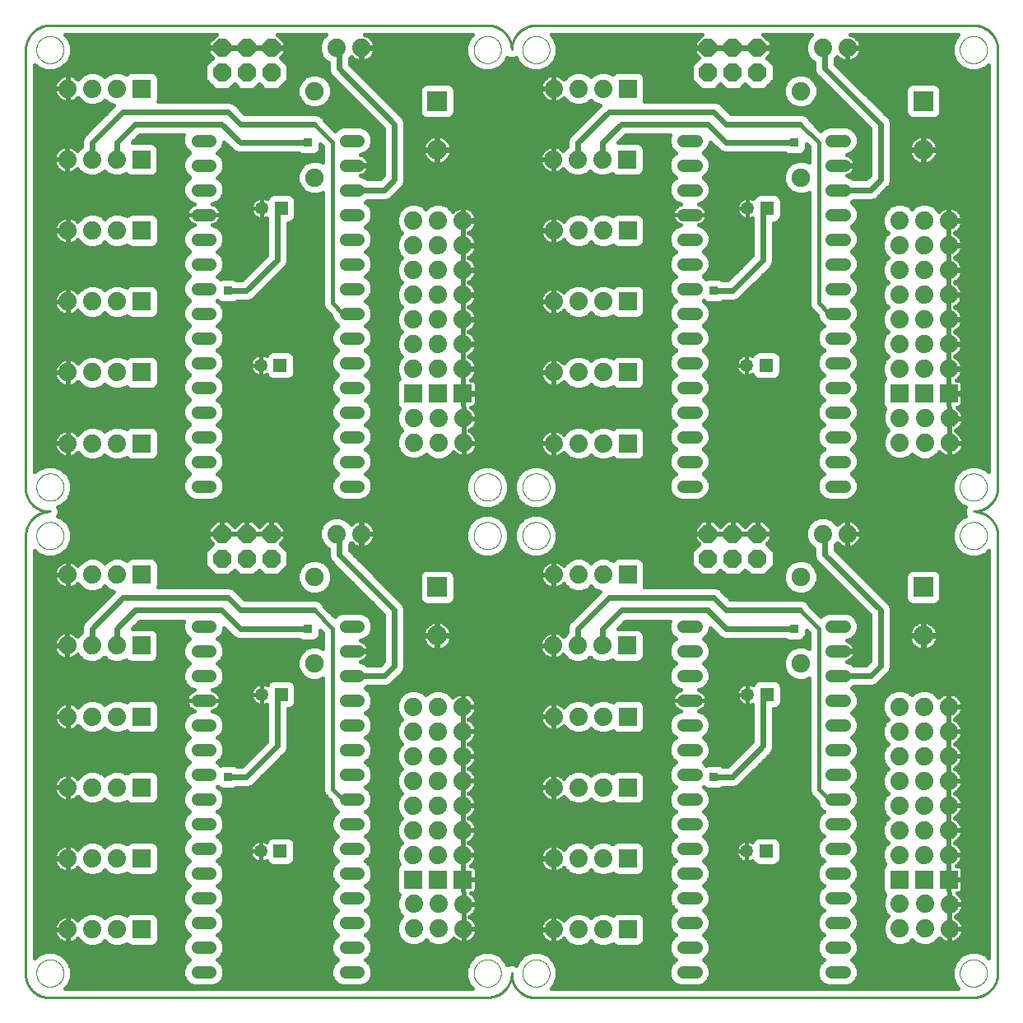
<source format=gtl>
G75*
%MOIN*%
%OFA0B0*%
%FSLAX25Y25*%
%IPPOS*%
%LPD*%
%AMOC8*
5,1,8,0,0,1.08239X$1,22.5*
%
%ADD10C,0.00000*%
%ADD11C,0.01000*%
%ADD12R,0.05315X0.05315*%
%ADD13C,0.05315*%
%ADD14C,0.07500*%
%ADD15R,0.08000X0.08000*%
%ADD16C,0.08000*%
%ADD17C,0.05150*%
%ADD18C,0.07400*%
%ADD19OC8,0.07400*%
%ADD20R,0.07400X0.07400*%
%ADD21R,0.03562X0.03562*%
%ADD22C,0.02400*%
%ADD23C,0.01600*%
D10*
X0112531Y0165186D02*
X0112533Y0165334D01*
X0112539Y0165482D01*
X0112549Y0165630D01*
X0112563Y0165777D01*
X0112581Y0165924D01*
X0112602Y0166070D01*
X0112628Y0166216D01*
X0112658Y0166361D01*
X0112691Y0166505D01*
X0112729Y0166648D01*
X0112770Y0166790D01*
X0112815Y0166931D01*
X0112863Y0167071D01*
X0112916Y0167210D01*
X0112972Y0167347D01*
X0113032Y0167482D01*
X0113095Y0167616D01*
X0113162Y0167748D01*
X0113233Y0167878D01*
X0113307Y0168006D01*
X0113384Y0168132D01*
X0113465Y0168256D01*
X0113549Y0168378D01*
X0113636Y0168497D01*
X0113727Y0168614D01*
X0113821Y0168729D01*
X0113917Y0168841D01*
X0114017Y0168951D01*
X0114119Y0169057D01*
X0114225Y0169161D01*
X0114333Y0169262D01*
X0114444Y0169360D01*
X0114557Y0169456D01*
X0114673Y0169548D01*
X0114791Y0169637D01*
X0114912Y0169722D01*
X0115035Y0169805D01*
X0115160Y0169884D01*
X0115287Y0169960D01*
X0115416Y0170032D01*
X0115547Y0170101D01*
X0115680Y0170166D01*
X0115815Y0170227D01*
X0115951Y0170285D01*
X0116088Y0170340D01*
X0116227Y0170390D01*
X0116368Y0170437D01*
X0116509Y0170480D01*
X0116652Y0170520D01*
X0116796Y0170555D01*
X0116940Y0170587D01*
X0117086Y0170614D01*
X0117232Y0170638D01*
X0117379Y0170658D01*
X0117526Y0170674D01*
X0117673Y0170686D01*
X0117821Y0170694D01*
X0117969Y0170698D01*
X0118117Y0170698D01*
X0118265Y0170694D01*
X0118413Y0170686D01*
X0118560Y0170674D01*
X0118707Y0170658D01*
X0118854Y0170638D01*
X0119000Y0170614D01*
X0119146Y0170587D01*
X0119290Y0170555D01*
X0119434Y0170520D01*
X0119577Y0170480D01*
X0119718Y0170437D01*
X0119859Y0170390D01*
X0119998Y0170340D01*
X0120135Y0170285D01*
X0120271Y0170227D01*
X0120406Y0170166D01*
X0120539Y0170101D01*
X0120670Y0170032D01*
X0120799Y0169960D01*
X0120926Y0169884D01*
X0121051Y0169805D01*
X0121174Y0169722D01*
X0121295Y0169637D01*
X0121413Y0169548D01*
X0121529Y0169456D01*
X0121642Y0169360D01*
X0121753Y0169262D01*
X0121861Y0169161D01*
X0121967Y0169057D01*
X0122069Y0168951D01*
X0122169Y0168841D01*
X0122265Y0168729D01*
X0122359Y0168614D01*
X0122450Y0168497D01*
X0122537Y0168378D01*
X0122621Y0168256D01*
X0122702Y0168132D01*
X0122779Y0168006D01*
X0122853Y0167878D01*
X0122924Y0167748D01*
X0122991Y0167616D01*
X0123054Y0167482D01*
X0123114Y0167347D01*
X0123170Y0167210D01*
X0123223Y0167071D01*
X0123271Y0166931D01*
X0123316Y0166790D01*
X0123357Y0166648D01*
X0123395Y0166505D01*
X0123428Y0166361D01*
X0123458Y0166216D01*
X0123484Y0166070D01*
X0123505Y0165924D01*
X0123523Y0165777D01*
X0123537Y0165630D01*
X0123547Y0165482D01*
X0123553Y0165334D01*
X0123555Y0165186D01*
X0123553Y0165038D01*
X0123547Y0164890D01*
X0123537Y0164742D01*
X0123523Y0164595D01*
X0123505Y0164448D01*
X0123484Y0164302D01*
X0123458Y0164156D01*
X0123428Y0164011D01*
X0123395Y0163867D01*
X0123357Y0163724D01*
X0123316Y0163582D01*
X0123271Y0163441D01*
X0123223Y0163301D01*
X0123170Y0163162D01*
X0123114Y0163025D01*
X0123054Y0162890D01*
X0122991Y0162756D01*
X0122924Y0162624D01*
X0122853Y0162494D01*
X0122779Y0162366D01*
X0122702Y0162240D01*
X0122621Y0162116D01*
X0122537Y0161994D01*
X0122450Y0161875D01*
X0122359Y0161758D01*
X0122265Y0161643D01*
X0122169Y0161531D01*
X0122069Y0161421D01*
X0121967Y0161315D01*
X0121861Y0161211D01*
X0121753Y0161110D01*
X0121642Y0161012D01*
X0121529Y0160916D01*
X0121413Y0160824D01*
X0121295Y0160735D01*
X0121174Y0160650D01*
X0121051Y0160567D01*
X0120926Y0160488D01*
X0120799Y0160412D01*
X0120670Y0160340D01*
X0120539Y0160271D01*
X0120406Y0160206D01*
X0120271Y0160145D01*
X0120135Y0160087D01*
X0119998Y0160032D01*
X0119859Y0159982D01*
X0119718Y0159935D01*
X0119577Y0159892D01*
X0119434Y0159852D01*
X0119290Y0159817D01*
X0119146Y0159785D01*
X0119000Y0159758D01*
X0118854Y0159734D01*
X0118707Y0159714D01*
X0118560Y0159698D01*
X0118413Y0159686D01*
X0118265Y0159678D01*
X0118117Y0159674D01*
X0117969Y0159674D01*
X0117821Y0159678D01*
X0117673Y0159686D01*
X0117526Y0159698D01*
X0117379Y0159714D01*
X0117232Y0159734D01*
X0117086Y0159758D01*
X0116940Y0159785D01*
X0116796Y0159817D01*
X0116652Y0159852D01*
X0116509Y0159892D01*
X0116368Y0159935D01*
X0116227Y0159982D01*
X0116088Y0160032D01*
X0115951Y0160087D01*
X0115815Y0160145D01*
X0115680Y0160206D01*
X0115547Y0160271D01*
X0115416Y0160340D01*
X0115287Y0160412D01*
X0115160Y0160488D01*
X0115035Y0160567D01*
X0114912Y0160650D01*
X0114791Y0160735D01*
X0114673Y0160824D01*
X0114557Y0160916D01*
X0114444Y0161012D01*
X0114333Y0161110D01*
X0114225Y0161211D01*
X0114119Y0161315D01*
X0114017Y0161421D01*
X0113917Y0161531D01*
X0113821Y0161643D01*
X0113727Y0161758D01*
X0113636Y0161875D01*
X0113549Y0161994D01*
X0113465Y0162116D01*
X0113384Y0162240D01*
X0113307Y0162366D01*
X0113233Y0162494D01*
X0113162Y0162624D01*
X0113095Y0162756D01*
X0113032Y0162890D01*
X0112972Y0163025D01*
X0112916Y0163162D01*
X0112863Y0163301D01*
X0112815Y0163441D01*
X0112770Y0163582D01*
X0112729Y0163724D01*
X0112691Y0163867D01*
X0112658Y0164011D01*
X0112628Y0164156D01*
X0112602Y0164302D01*
X0112581Y0164448D01*
X0112563Y0164595D01*
X0112549Y0164742D01*
X0112539Y0164890D01*
X0112533Y0165038D01*
X0112531Y0165186D01*
X0112531Y0342351D02*
X0112533Y0342499D01*
X0112539Y0342647D01*
X0112549Y0342795D01*
X0112563Y0342942D01*
X0112581Y0343089D01*
X0112602Y0343235D01*
X0112628Y0343381D01*
X0112658Y0343526D01*
X0112691Y0343670D01*
X0112729Y0343813D01*
X0112770Y0343955D01*
X0112815Y0344096D01*
X0112863Y0344236D01*
X0112916Y0344375D01*
X0112972Y0344512D01*
X0113032Y0344647D01*
X0113095Y0344781D01*
X0113162Y0344913D01*
X0113233Y0345043D01*
X0113307Y0345171D01*
X0113384Y0345297D01*
X0113465Y0345421D01*
X0113549Y0345543D01*
X0113636Y0345662D01*
X0113727Y0345779D01*
X0113821Y0345894D01*
X0113917Y0346006D01*
X0114017Y0346116D01*
X0114119Y0346222D01*
X0114225Y0346326D01*
X0114333Y0346427D01*
X0114444Y0346525D01*
X0114557Y0346621D01*
X0114673Y0346713D01*
X0114791Y0346802D01*
X0114912Y0346887D01*
X0115035Y0346970D01*
X0115160Y0347049D01*
X0115287Y0347125D01*
X0115416Y0347197D01*
X0115547Y0347266D01*
X0115680Y0347331D01*
X0115815Y0347392D01*
X0115951Y0347450D01*
X0116088Y0347505D01*
X0116227Y0347555D01*
X0116368Y0347602D01*
X0116509Y0347645D01*
X0116652Y0347685D01*
X0116796Y0347720D01*
X0116940Y0347752D01*
X0117086Y0347779D01*
X0117232Y0347803D01*
X0117379Y0347823D01*
X0117526Y0347839D01*
X0117673Y0347851D01*
X0117821Y0347859D01*
X0117969Y0347863D01*
X0118117Y0347863D01*
X0118265Y0347859D01*
X0118413Y0347851D01*
X0118560Y0347839D01*
X0118707Y0347823D01*
X0118854Y0347803D01*
X0119000Y0347779D01*
X0119146Y0347752D01*
X0119290Y0347720D01*
X0119434Y0347685D01*
X0119577Y0347645D01*
X0119718Y0347602D01*
X0119859Y0347555D01*
X0119998Y0347505D01*
X0120135Y0347450D01*
X0120271Y0347392D01*
X0120406Y0347331D01*
X0120539Y0347266D01*
X0120670Y0347197D01*
X0120799Y0347125D01*
X0120926Y0347049D01*
X0121051Y0346970D01*
X0121174Y0346887D01*
X0121295Y0346802D01*
X0121413Y0346713D01*
X0121529Y0346621D01*
X0121642Y0346525D01*
X0121753Y0346427D01*
X0121861Y0346326D01*
X0121967Y0346222D01*
X0122069Y0346116D01*
X0122169Y0346006D01*
X0122265Y0345894D01*
X0122359Y0345779D01*
X0122450Y0345662D01*
X0122537Y0345543D01*
X0122621Y0345421D01*
X0122702Y0345297D01*
X0122779Y0345171D01*
X0122853Y0345043D01*
X0122924Y0344913D01*
X0122991Y0344781D01*
X0123054Y0344647D01*
X0123114Y0344512D01*
X0123170Y0344375D01*
X0123223Y0344236D01*
X0123271Y0344096D01*
X0123316Y0343955D01*
X0123357Y0343813D01*
X0123395Y0343670D01*
X0123428Y0343526D01*
X0123458Y0343381D01*
X0123484Y0343235D01*
X0123505Y0343089D01*
X0123523Y0342942D01*
X0123537Y0342795D01*
X0123547Y0342647D01*
X0123553Y0342499D01*
X0123555Y0342351D01*
X0123553Y0342203D01*
X0123547Y0342055D01*
X0123537Y0341907D01*
X0123523Y0341760D01*
X0123505Y0341613D01*
X0123484Y0341467D01*
X0123458Y0341321D01*
X0123428Y0341176D01*
X0123395Y0341032D01*
X0123357Y0340889D01*
X0123316Y0340747D01*
X0123271Y0340606D01*
X0123223Y0340466D01*
X0123170Y0340327D01*
X0123114Y0340190D01*
X0123054Y0340055D01*
X0122991Y0339921D01*
X0122924Y0339789D01*
X0122853Y0339659D01*
X0122779Y0339531D01*
X0122702Y0339405D01*
X0122621Y0339281D01*
X0122537Y0339159D01*
X0122450Y0339040D01*
X0122359Y0338923D01*
X0122265Y0338808D01*
X0122169Y0338696D01*
X0122069Y0338586D01*
X0121967Y0338480D01*
X0121861Y0338376D01*
X0121753Y0338275D01*
X0121642Y0338177D01*
X0121529Y0338081D01*
X0121413Y0337989D01*
X0121295Y0337900D01*
X0121174Y0337815D01*
X0121051Y0337732D01*
X0120926Y0337653D01*
X0120799Y0337577D01*
X0120670Y0337505D01*
X0120539Y0337436D01*
X0120406Y0337371D01*
X0120271Y0337310D01*
X0120135Y0337252D01*
X0119998Y0337197D01*
X0119859Y0337147D01*
X0119718Y0337100D01*
X0119577Y0337057D01*
X0119434Y0337017D01*
X0119290Y0336982D01*
X0119146Y0336950D01*
X0119000Y0336923D01*
X0118854Y0336899D01*
X0118707Y0336879D01*
X0118560Y0336863D01*
X0118413Y0336851D01*
X0118265Y0336843D01*
X0118117Y0336839D01*
X0117969Y0336839D01*
X0117821Y0336843D01*
X0117673Y0336851D01*
X0117526Y0336863D01*
X0117379Y0336879D01*
X0117232Y0336899D01*
X0117086Y0336923D01*
X0116940Y0336950D01*
X0116796Y0336982D01*
X0116652Y0337017D01*
X0116509Y0337057D01*
X0116368Y0337100D01*
X0116227Y0337147D01*
X0116088Y0337197D01*
X0115951Y0337252D01*
X0115815Y0337310D01*
X0115680Y0337371D01*
X0115547Y0337436D01*
X0115416Y0337505D01*
X0115287Y0337577D01*
X0115160Y0337653D01*
X0115035Y0337732D01*
X0114912Y0337815D01*
X0114791Y0337900D01*
X0114673Y0337989D01*
X0114557Y0338081D01*
X0114444Y0338177D01*
X0114333Y0338275D01*
X0114225Y0338376D01*
X0114119Y0338480D01*
X0114017Y0338586D01*
X0113917Y0338696D01*
X0113821Y0338808D01*
X0113727Y0338923D01*
X0113636Y0339040D01*
X0113549Y0339159D01*
X0113465Y0339281D01*
X0113384Y0339405D01*
X0113307Y0339531D01*
X0113233Y0339659D01*
X0113162Y0339789D01*
X0113095Y0339921D01*
X0113032Y0340055D01*
X0112972Y0340190D01*
X0112916Y0340327D01*
X0112863Y0340466D01*
X0112815Y0340606D01*
X0112770Y0340747D01*
X0112729Y0340889D01*
X0112691Y0341032D01*
X0112658Y0341176D01*
X0112628Y0341321D01*
X0112602Y0341467D01*
X0112581Y0341613D01*
X0112563Y0341760D01*
X0112549Y0341907D01*
X0112539Y0342055D01*
X0112533Y0342203D01*
X0112531Y0342351D01*
X0112531Y0362036D02*
X0112533Y0362184D01*
X0112539Y0362332D01*
X0112549Y0362480D01*
X0112563Y0362627D01*
X0112581Y0362774D01*
X0112602Y0362920D01*
X0112628Y0363066D01*
X0112658Y0363211D01*
X0112691Y0363355D01*
X0112729Y0363498D01*
X0112770Y0363640D01*
X0112815Y0363781D01*
X0112863Y0363921D01*
X0112916Y0364060D01*
X0112972Y0364197D01*
X0113032Y0364332D01*
X0113095Y0364466D01*
X0113162Y0364598D01*
X0113233Y0364728D01*
X0113307Y0364856D01*
X0113384Y0364982D01*
X0113465Y0365106D01*
X0113549Y0365228D01*
X0113636Y0365347D01*
X0113727Y0365464D01*
X0113821Y0365579D01*
X0113917Y0365691D01*
X0114017Y0365801D01*
X0114119Y0365907D01*
X0114225Y0366011D01*
X0114333Y0366112D01*
X0114444Y0366210D01*
X0114557Y0366306D01*
X0114673Y0366398D01*
X0114791Y0366487D01*
X0114912Y0366572D01*
X0115035Y0366655D01*
X0115160Y0366734D01*
X0115287Y0366810D01*
X0115416Y0366882D01*
X0115547Y0366951D01*
X0115680Y0367016D01*
X0115815Y0367077D01*
X0115951Y0367135D01*
X0116088Y0367190D01*
X0116227Y0367240D01*
X0116368Y0367287D01*
X0116509Y0367330D01*
X0116652Y0367370D01*
X0116796Y0367405D01*
X0116940Y0367437D01*
X0117086Y0367464D01*
X0117232Y0367488D01*
X0117379Y0367508D01*
X0117526Y0367524D01*
X0117673Y0367536D01*
X0117821Y0367544D01*
X0117969Y0367548D01*
X0118117Y0367548D01*
X0118265Y0367544D01*
X0118413Y0367536D01*
X0118560Y0367524D01*
X0118707Y0367508D01*
X0118854Y0367488D01*
X0119000Y0367464D01*
X0119146Y0367437D01*
X0119290Y0367405D01*
X0119434Y0367370D01*
X0119577Y0367330D01*
X0119718Y0367287D01*
X0119859Y0367240D01*
X0119998Y0367190D01*
X0120135Y0367135D01*
X0120271Y0367077D01*
X0120406Y0367016D01*
X0120539Y0366951D01*
X0120670Y0366882D01*
X0120799Y0366810D01*
X0120926Y0366734D01*
X0121051Y0366655D01*
X0121174Y0366572D01*
X0121295Y0366487D01*
X0121413Y0366398D01*
X0121529Y0366306D01*
X0121642Y0366210D01*
X0121753Y0366112D01*
X0121861Y0366011D01*
X0121967Y0365907D01*
X0122069Y0365801D01*
X0122169Y0365691D01*
X0122265Y0365579D01*
X0122359Y0365464D01*
X0122450Y0365347D01*
X0122537Y0365228D01*
X0122621Y0365106D01*
X0122702Y0364982D01*
X0122779Y0364856D01*
X0122853Y0364728D01*
X0122924Y0364598D01*
X0122991Y0364466D01*
X0123054Y0364332D01*
X0123114Y0364197D01*
X0123170Y0364060D01*
X0123223Y0363921D01*
X0123271Y0363781D01*
X0123316Y0363640D01*
X0123357Y0363498D01*
X0123395Y0363355D01*
X0123428Y0363211D01*
X0123458Y0363066D01*
X0123484Y0362920D01*
X0123505Y0362774D01*
X0123523Y0362627D01*
X0123537Y0362480D01*
X0123547Y0362332D01*
X0123553Y0362184D01*
X0123555Y0362036D01*
X0123553Y0361888D01*
X0123547Y0361740D01*
X0123537Y0361592D01*
X0123523Y0361445D01*
X0123505Y0361298D01*
X0123484Y0361152D01*
X0123458Y0361006D01*
X0123428Y0360861D01*
X0123395Y0360717D01*
X0123357Y0360574D01*
X0123316Y0360432D01*
X0123271Y0360291D01*
X0123223Y0360151D01*
X0123170Y0360012D01*
X0123114Y0359875D01*
X0123054Y0359740D01*
X0122991Y0359606D01*
X0122924Y0359474D01*
X0122853Y0359344D01*
X0122779Y0359216D01*
X0122702Y0359090D01*
X0122621Y0358966D01*
X0122537Y0358844D01*
X0122450Y0358725D01*
X0122359Y0358608D01*
X0122265Y0358493D01*
X0122169Y0358381D01*
X0122069Y0358271D01*
X0121967Y0358165D01*
X0121861Y0358061D01*
X0121753Y0357960D01*
X0121642Y0357862D01*
X0121529Y0357766D01*
X0121413Y0357674D01*
X0121295Y0357585D01*
X0121174Y0357500D01*
X0121051Y0357417D01*
X0120926Y0357338D01*
X0120799Y0357262D01*
X0120670Y0357190D01*
X0120539Y0357121D01*
X0120406Y0357056D01*
X0120271Y0356995D01*
X0120135Y0356937D01*
X0119998Y0356882D01*
X0119859Y0356832D01*
X0119718Y0356785D01*
X0119577Y0356742D01*
X0119434Y0356702D01*
X0119290Y0356667D01*
X0119146Y0356635D01*
X0119000Y0356608D01*
X0118854Y0356584D01*
X0118707Y0356564D01*
X0118560Y0356548D01*
X0118413Y0356536D01*
X0118265Y0356528D01*
X0118117Y0356524D01*
X0117969Y0356524D01*
X0117821Y0356528D01*
X0117673Y0356536D01*
X0117526Y0356548D01*
X0117379Y0356564D01*
X0117232Y0356584D01*
X0117086Y0356608D01*
X0116940Y0356635D01*
X0116796Y0356667D01*
X0116652Y0356702D01*
X0116509Y0356742D01*
X0116368Y0356785D01*
X0116227Y0356832D01*
X0116088Y0356882D01*
X0115951Y0356937D01*
X0115815Y0356995D01*
X0115680Y0357056D01*
X0115547Y0357121D01*
X0115416Y0357190D01*
X0115287Y0357262D01*
X0115160Y0357338D01*
X0115035Y0357417D01*
X0114912Y0357500D01*
X0114791Y0357585D01*
X0114673Y0357674D01*
X0114557Y0357766D01*
X0114444Y0357862D01*
X0114333Y0357960D01*
X0114225Y0358061D01*
X0114119Y0358165D01*
X0114017Y0358271D01*
X0113917Y0358381D01*
X0113821Y0358493D01*
X0113727Y0358608D01*
X0113636Y0358725D01*
X0113549Y0358844D01*
X0113465Y0358966D01*
X0113384Y0359090D01*
X0113307Y0359216D01*
X0113233Y0359344D01*
X0113162Y0359474D01*
X0113095Y0359606D01*
X0113032Y0359740D01*
X0112972Y0359875D01*
X0112916Y0360012D01*
X0112863Y0360151D01*
X0112815Y0360291D01*
X0112770Y0360432D01*
X0112729Y0360574D01*
X0112691Y0360717D01*
X0112658Y0360861D01*
X0112628Y0361006D01*
X0112602Y0361152D01*
X0112581Y0361298D01*
X0112563Y0361445D01*
X0112549Y0361592D01*
X0112539Y0361740D01*
X0112533Y0361888D01*
X0112531Y0362036D01*
X0112531Y0539202D02*
X0112533Y0539350D01*
X0112539Y0539498D01*
X0112549Y0539646D01*
X0112563Y0539793D01*
X0112581Y0539940D01*
X0112602Y0540086D01*
X0112628Y0540232D01*
X0112658Y0540377D01*
X0112691Y0540521D01*
X0112729Y0540664D01*
X0112770Y0540806D01*
X0112815Y0540947D01*
X0112863Y0541087D01*
X0112916Y0541226D01*
X0112972Y0541363D01*
X0113032Y0541498D01*
X0113095Y0541632D01*
X0113162Y0541764D01*
X0113233Y0541894D01*
X0113307Y0542022D01*
X0113384Y0542148D01*
X0113465Y0542272D01*
X0113549Y0542394D01*
X0113636Y0542513D01*
X0113727Y0542630D01*
X0113821Y0542745D01*
X0113917Y0542857D01*
X0114017Y0542967D01*
X0114119Y0543073D01*
X0114225Y0543177D01*
X0114333Y0543278D01*
X0114444Y0543376D01*
X0114557Y0543472D01*
X0114673Y0543564D01*
X0114791Y0543653D01*
X0114912Y0543738D01*
X0115035Y0543821D01*
X0115160Y0543900D01*
X0115287Y0543976D01*
X0115416Y0544048D01*
X0115547Y0544117D01*
X0115680Y0544182D01*
X0115815Y0544243D01*
X0115951Y0544301D01*
X0116088Y0544356D01*
X0116227Y0544406D01*
X0116368Y0544453D01*
X0116509Y0544496D01*
X0116652Y0544536D01*
X0116796Y0544571D01*
X0116940Y0544603D01*
X0117086Y0544630D01*
X0117232Y0544654D01*
X0117379Y0544674D01*
X0117526Y0544690D01*
X0117673Y0544702D01*
X0117821Y0544710D01*
X0117969Y0544714D01*
X0118117Y0544714D01*
X0118265Y0544710D01*
X0118413Y0544702D01*
X0118560Y0544690D01*
X0118707Y0544674D01*
X0118854Y0544654D01*
X0119000Y0544630D01*
X0119146Y0544603D01*
X0119290Y0544571D01*
X0119434Y0544536D01*
X0119577Y0544496D01*
X0119718Y0544453D01*
X0119859Y0544406D01*
X0119998Y0544356D01*
X0120135Y0544301D01*
X0120271Y0544243D01*
X0120406Y0544182D01*
X0120539Y0544117D01*
X0120670Y0544048D01*
X0120799Y0543976D01*
X0120926Y0543900D01*
X0121051Y0543821D01*
X0121174Y0543738D01*
X0121295Y0543653D01*
X0121413Y0543564D01*
X0121529Y0543472D01*
X0121642Y0543376D01*
X0121753Y0543278D01*
X0121861Y0543177D01*
X0121967Y0543073D01*
X0122069Y0542967D01*
X0122169Y0542857D01*
X0122265Y0542745D01*
X0122359Y0542630D01*
X0122450Y0542513D01*
X0122537Y0542394D01*
X0122621Y0542272D01*
X0122702Y0542148D01*
X0122779Y0542022D01*
X0122853Y0541894D01*
X0122924Y0541764D01*
X0122991Y0541632D01*
X0123054Y0541498D01*
X0123114Y0541363D01*
X0123170Y0541226D01*
X0123223Y0541087D01*
X0123271Y0540947D01*
X0123316Y0540806D01*
X0123357Y0540664D01*
X0123395Y0540521D01*
X0123428Y0540377D01*
X0123458Y0540232D01*
X0123484Y0540086D01*
X0123505Y0539940D01*
X0123523Y0539793D01*
X0123537Y0539646D01*
X0123547Y0539498D01*
X0123553Y0539350D01*
X0123555Y0539202D01*
X0123553Y0539054D01*
X0123547Y0538906D01*
X0123537Y0538758D01*
X0123523Y0538611D01*
X0123505Y0538464D01*
X0123484Y0538318D01*
X0123458Y0538172D01*
X0123428Y0538027D01*
X0123395Y0537883D01*
X0123357Y0537740D01*
X0123316Y0537598D01*
X0123271Y0537457D01*
X0123223Y0537317D01*
X0123170Y0537178D01*
X0123114Y0537041D01*
X0123054Y0536906D01*
X0122991Y0536772D01*
X0122924Y0536640D01*
X0122853Y0536510D01*
X0122779Y0536382D01*
X0122702Y0536256D01*
X0122621Y0536132D01*
X0122537Y0536010D01*
X0122450Y0535891D01*
X0122359Y0535774D01*
X0122265Y0535659D01*
X0122169Y0535547D01*
X0122069Y0535437D01*
X0121967Y0535331D01*
X0121861Y0535227D01*
X0121753Y0535126D01*
X0121642Y0535028D01*
X0121529Y0534932D01*
X0121413Y0534840D01*
X0121295Y0534751D01*
X0121174Y0534666D01*
X0121051Y0534583D01*
X0120926Y0534504D01*
X0120799Y0534428D01*
X0120670Y0534356D01*
X0120539Y0534287D01*
X0120406Y0534222D01*
X0120271Y0534161D01*
X0120135Y0534103D01*
X0119998Y0534048D01*
X0119859Y0533998D01*
X0119718Y0533951D01*
X0119577Y0533908D01*
X0119434Y0533868D01*
X0119290Y0533833D01*
X0119146Y0533801D01*
X0119000Y0533774D01*
X0118854Y0533750D01*
X0118707Y0533730D01*
X0118560Y0533714D01*
X0118413Y0533702D01*
X0118265Y0533694D01*
X0118117Y0533690D01*
X0117969Y0533690D01*
X0117821Y0533694D01*
X0117673Y0533702D01*
X0117526Y0533714D01*
X0117379Y0533730D01*
X0117232Y0533750D01*
X0117086Y0533774D01*
X0116940Y0533801D01*
X0116796Y0533833D01*
X0116652Y0533868D01*
X0116509Y0533908D01*
X0116368Y0533951D01*
X0116227Y0533998D01*
X0116088Y0534048D01*
X0115951Y0534103D01*
X0115815Y0534161D01*
X0115680Y0534222D01*
X0115547Y0534287D01*
X0115416Y0534356D01*
X0115287Y0534428D01*
X0115160Y0534504D01*
X0115035Y0534583D01*
X0114912Y0534666D01*
X0114791Y0534751D01*
X0114673Y0534840D01*
X0114557Y0534932D01*
X0114444Y0535028D01*
X0114333Y0535126D01*
X0114225Y0535227D01*
X0114119Y0535331D01*
X0114017Y0535437D01*
X0113917Y0535547D01*
X0113821Y0535659D01*
X0113727Y0535774D01*
X0113636Y0535891D01*
X0113549Y0536010D01*
X0113465Y0536132D01*
X0113384Y0536256D01*
X0113307Y0536382D01*
X0113233Y0536510D01*
X0113162Y0536640D01*
X0113095Y0536772D01*
X0113032Y0536906D01*
X0112972Y0537041D01*
X0112916Y0537178D01*
X0112863Y0537317D01*
X0112815Y0537457D01*
X0112770Y0537598D01*
X0112729Y0537740D01*
X0112691Y0537883D01*
X0112658Y0538027D01*
X0112628Y0538172D01*
X0112602Y0538318D01*
X0112581Y0538464D01*
X0112563Y0538611D01*
X0112549Y0538758D01*
X0112539Y0538906D01*
X0112533Y0539054D01*
X0112531Y0539202D01*
X0289696Y0539202D02*
X0289698Y0539350D01*
X0289704Y0539498D01*
X0289714Y0539646D01*
X0289728Y0539793D01*
X0289746Y0539940D01*
X0289767Y0540086D01*
X0289793Y0540232D01*
X0289823Y0540377D01*
X0289856Y0540521D01*
X0289894Y0540664D01*
X0289935Y0540806D01*
X0289980Y0540947D01*
X0290028Y0541087D01*
X0290081Y0541226D01*
X0290137Y0541363D01*
X0290197Y0541498D01*
X0290260Y0541632D01*
X0290327Y0541764D01*
X0290398Y0541894D01*
X0290472Y0542022D01*
X0290549Y0542148D01*
X0290630Y0542272D01*
X0290714Y0542394D01*
X0290801Y0542513D01*
X0290892Y0542630D01*
X0290986Y0542745D01*
X0291082Y0542857D01*
X0291182Y0542967D01*
X0291284Y0543073D01*
X0291390Y0543177D01*
X0291498Y0543278D01*
X0291609Y0543376D01*
X0291722Y0543472D01*
X0291838Y0543564D01*
X0291956Y0543653D01*
X0292077Y0543738D01*
X0292200Y0543821D01*
X0292325Y0543900D01*
X0292452Y0543976D01*
X0292581Y0544048D01*
X0292712Y0544117D01*
X0292845Y0544182D01*
X0292980Y0544243D01*
X0293116Y0544301D01*
X0293253Y0544356D01*
X0293392Y0544406D01*
X0293533Y0544453D01*
X0293674Y0544496D01*
X0293817Y0544536D01*
X0293961Y0544571D01*
X0294105Y0544603D01*
X0294251Y0544630D01*
X0294397Y0544654D01*
X0294544Y0544674D01*
X0294691Y0544690D01*
X0294838Y0544702D01*
X0294986Y0544710D01*
X0295134Y0544714D01*
X0295282Y0544714D01*
X0295430Y0544710D01*
X0295578Y0544702D01*
X0295725Y0544690D01*
X0295872Y0544674D01*
X0296019Y0544654D01*
X0296165Y0544630D01*
X0296311Y0544603D01*
X0296455Y0544571D01*
X0296599Y0544536D01*
X0296742Y0544496D01*
X0296883Y0544453D01*
X0297024Y0544406D01*
X0297163Y0544356D01*
X0297300Y0544301D01*
X0297436Y0544243D01*
X0297571Y0544182D01*
X0297704Y0544117D01*
X0297835Y0544048D01*
X0297964Y0543976D01*
X0298091Y0543900D01*
X0298216Y0543821D01*
X0298339Y0543738D01*
X0298460Y0543653D01*
X0298578Y0543564D01*
X0298694Y0543472D01*
X0298807Y0543376D01*
X0298918Y0543278D01*
X0299026Y0543177D01*
X0299132Y0543073D01*
X0299234Y0542967D01*
X0299334Y0542857D01*
X0299430Y0542745D01*
X0299524Y0542630D01*
X0299615Y0542513D01*
X0299702Y0542394D01*
X0299786Y0542272D01*
X0299867Y0542148D01*
X0299944Y0542022D01*
X0300018Y0541894D01*
X0300089Y0541764D01*
X0300156Y0541632D01*
X0300219Y0541498D01*
X0300279Y0541363D01*
X0300335Y0541226D01*
X0300388Y0541087D01*
X0300436Y0540947D01*
X0300481Y0540806D01*
X0300522Y0540664D01*
X0300560Y0540521D01*
X0300593Y0540377D01*
X0300623Y0540232D01*
X0300649Y0540086D01*
X0300670Y0539940D01*
X0300688Y0539793D01*
X0300702Y0539646D01*
X0300712Y0539498D01*
X0300718Y0539350D01*
X0300720Y0539202D01*
X0300718Y0539054D01*
X0300712Y0538906D01*
X0300702Y0538758D01*
X0300688Y0538611D01*
X0300670Y0538464D01*
X0300649Y0538318D01*
X0300623Y0538172D01*
X0300593Y0538027D01*
X0300560Y0537883D01*
X0300522Y0537740D01*
X0300481Y0537598D01*
X0300436Y0537457D01*
X0300388Y0537317D01*
X0300335Y0537178D01*
X0300279Y0537041D01*
X0300219Y0536906D01*
X0300156Y0536772D01*
X0300089Y0536640D01*
X0300018Y0536510D01*
X0299944Y0536382D01*
X0299867Y0536256D01*
X0299786Y0536132D01*
X0299702Y0536010D01*
X0299615Y0535891D01*
X0299524Y0535774D01*
X0299430Y0535659D01*
X0299334Y0535547D01*
X0299234Y0535437D01*
X0299132Y0535331D01*
X0299026Y0535227D01*
X0298918Y0535126D01*
X0298807Y0535028D01*
X0298694Y0534932D01*
X0298578Y0534840D01*
X0298460Y0534751D01*
X0298339Y0534666D01*
X0298216Y0534583D01*
X0298091Y0534504D01*
X0297964Y0534428D01*
X0297835Y0534356D01*
X0297704Y0534287D01*
X0297571Y0534222D01*
X0297436Y0534161D01*
X0297300Y0534103D01*
X0297163Y0534048D01*
X0297024Y0533998D01*
X0296883Y0533951D01*
X0296742Y0533908D01*
X0296599Y0533868D01*
X0296455Y0533833D01*
X0296311Y0533801D01*
X0296165Y0533774D01*
X0296019Y0533750D01*
X0295872Y0533730D01*
X0295725Y0533714D01*
X0295578Y0533702D01*
X0295430Y0533694D01*
X0295282Y0533690D01*
X0295134Y0533690D01*
X0294986Y0533694D01*
X0294838Y0533702D01*
X0294691Y0533714D01*
X0294544Y0533730D01*
X0294397Y0533750D01*
X0294251Y0533774D01*
X0294105Y0533801D01*
X0293961Y0533833D01*
X0293817Y0533868D01*
X0293674Y0533908D01*
X0293533Y0533951D01*
X0293392Y0533998D01*
X0293253Y0534048D01*
X0293116Y0534103D01*
X0292980Y0534161D01*
X0292845Y0534222D01*
X0292712Y0534287D01*
X0292581Y0534356D01*
X0292452Y0534428D01*
X0292325Y0534504D01*
X0292200Y0534583D01*
X0292077Y0534666D01*
X0291956Y0534751D01*
X0291838Y0534840D01*
X0291722Y0534932D01*
X0291609Y0535028D01*
X0291498Y0535126D01*
X0291390Y0535227D01*
X0291284Y0535331D01*
X0291182Y0535437D01*
X0291082Y0535547D01*
X0290986Y0535659D01*
X0290892Y0535774D01*
X0290801Y0535891D01*
X0290714Y0536010D01*
X0290630Y0536132D01*
X0290549Y0536256D01*
X0290472Y0536382D01*
X0290398Y0536510D01*
X0290327Y0536640D01*
X0290260Y0536772D01*
X0290197Y0536906D01*
X0290137Y0537041D01*
X0290081Y0537178D01*
X0290028Y0537317D01*
X0289980Y0537457D01*
X0289935Y0537598D01*
X0289894Y0537740D01*
X0289856Y0537883D01*
X0289823Y0538027D01*
X0289793Y0538172D01*
X0289767Y0538318D01*
X0289746Y0538464D01*
X0289728Y0538611D01*
X0289714Y0538758D01*
X0289704Y0538906D01*
X0289698Y0539054D01*
X0289696Y0539202D01*
X0309381Y0539202D02*
X0309383Y0539350D01*
X0309389Y0539498D01*
X0309399Y0539646D01*
X0309413Y0539793D01*
X0309431Y0539940D01*
X0309452Y0540086D01*
X0309478Y0540232D01*
X0309508Y0540377D01*
X0309541Y0540521D01*
X0309579Y0540664D01*
X0309620Y0540806D01*
X0309665Y0540947D01*
X0309713Y0541087D01*
X0309766Y0541226D01*
X0309822Y0541363D01*
X0309882Y0541498D01*
X0309945Y0541632D01*
X0310012Y0541764D01*
X0310083Y0541894D01*
X0310157Y0542022D01*
X0310234Y0542148D01*
X0310315Y0542272D01*
X0310399Y0542394D01*
X0310486Y0542513D01*
X0310577Y0542630D01*
X0310671Y0542745D01*
X0310767Y0542857D01*
X0310867Y0542967D01*
X0310969Y0543073D01*
X0311075Y0543177D01*
X0311183Y0543278D01*
X0311294Y0543376D01*
X0311407Y0543472D01*
X0311523Y0543564D01*
X0311641Y0543653D01*
X0311762Y0543738D01*
X0311885Y0543821D01*
X0312010Y0543900D01*
X0312137Y0543976D01*
X0312266Y0544048D01*
X0312397Y0544117D01*
X0312530Y0544182D01*
X0312665Y0544243D01*
X0312801Y0544301D01*
X0312938Y0544356D01*
X0313077Y0544406D01*
X0313218Y0544453D01*
X0313359Y0544496D01*
X0313502Y0544536D01*
X0313646Y0544571D01*
X0313790Y0544603D01*
X0313936Y0544630D01*
X0314082Y0544654D01*
X0314229Y0544674D01*
X0314376Y0544690D01*
X0314523Y0544702D01*
X0314671Y0544710D01*
X0314819Y0544714D01*
X0314967Y0544714D01*
X0315115Y0544710D01*
X0315263Y0544702D01*
X0315410Y0544690D01*
X0315557Y0544674D01*
X0315704Y0544654D01*
X0315850Y0544630D01*
X0315996Y0544603D01*
X0316140Y0544571D01*
X0316284Y0544536D01*
X0316427Y0544496D01*
X0316568Y0544453D01*
X0316709Y0544406D01*
X0316848Y0544356D01*
X0316985Y0544301D01*
X0317121Y0544243D01*
X0317256Y0544182D01*
X0317389Y0544117D01*
X0317520Y0544048D01*
X0317649Y0543976D01*
X0317776Y0543900D01*
X0317901Y0543821D01*
X0318024Y0543738D01*
X0318145Y0543653D01*
X0318263Y0543564D01*
X0318379Y0543472D01*
X0318492Y0543376D01*
X0318603Y0543278D01*
X0318711Y0543177D01*
X0318817Y0543073D01*
X0318919Y0542967D01*
X0319019Y0542857D01*
X0319115Y0542745D01*
X0319209Y0542630D01*
X0319300Y0542513D01*
X0319387Y0542394D01*
X0319471Y0542272D01*
X0319552Y0542148D01*
X0319629Y0542022D01*
X0319703Y0541894D01*
X0319774Y0541764D01*
X0319841Y0541632D01*
X0319904Y0541498D01*
X0319964Y0541363D01*
X0320020Y0541226D01*
X0320073Y0541087D01*
X0320121Y0540947D01*
X0320166Y0540806D01*
X0320207Y0540664D01*
X0320245Y0540521D01*
X0320278Y0540377D01*
X0320308Y0540232D01*
X0320334Y0540086D01*
X0320355Y0539940D01*
X0320373Y0539793D01*
X0320387Y0539646D01*
X0320397Y0539498D01*
X0320403Y0539350D01*
X0320405Y0539202D01*
X0320403Y0539054D01*
X0320397Y0538906D01*
X0320387Y0538758D01*
X0320373Y0538611D01*
X0320355Y0538464D01*
X0320334Y0538318D01*
X0320308Y0538172D01*
X0320278Y0538027D01*
X0320245Y0537883D01*
X0320207Y0537740D01*
X0320166Y0537598D01*
X0320121Y0537457D01*
X0320073Y0537317D01*
X0320020Y0537178D01*
X0319964Y0537041D01*
X0319904Y0536906D01*
X0319841Y0536772D01*
X0319774Y0536640D01*
X0319703Y0536510D01*
X0319629Y0536382D01*
X0319552Y0536256D01*
X0319471Y0536132D01*
X0319387Y0536010D01*
X0319300Y0535891D01*
X0319209Y0535774D01*
X0319115Y0535659D01*
X0319019Y0535547D01*
X0318919Y0535437D01*
X0318817Y0535331D01*
X0318711Y0535227D01*
X0318603Y0535126D01*
X0318492Y0535028D01*
X0318379Y0534932D01*
X0318263Y0534840D01*
X0318145Y0534751D01*
X0318024Y0534666D01*
X0317901Y0534583D01*
X0317776Y0534504D01*
X0317649Y0534428D01*
X0317520Y0534356D01*
X0317389Y0534287D01*
X0317256Y0534222D01*
X0317121Y0534161D01*
X0316985Y0534103D01*
X0316848Y0534048D01*
X0316709Y0533998D01*
X0316568Y0533951D01*
X0316427Y0533908D01*
X0316284Y0533868D01*
X0316140Y0533833D01*
X0315996Y0533801D01*
X0315850Y0533774D01*
X0315704Y0533750D01*
X0315557Y0533730D01*
X0315410Y0533714D01*
X0315263Y0533702D01*
X0315115Y0533694D01*
X0314967Y0533690D01*
X0314819Y0533690D01*
X0314671Y0533694D01*
X0314523Y0533702D01*
X0314376Y0533714D01*
X0314229Y0533730D01*
X0314082Y0533750D01*
X0313936Y0533774D01*
X0313790Y0533801D01*
X0313646Y0533833D01*
X0313502Y0533868D01*
X0313359Y0533908D01*
X0313218Y0533951D01*
X0313077Y0533998D01*
X0312938Y0534048D01*
X0312801Y0534103D01*
X0312665Y0534161D01*
X0312530Y0534222D01*
X0312397Y0534287D01*
X0312266Y0534356D01*
X0312137Y0534428D01*
X0312010Y0534504D01*
X0311885Y0534583D01*
X0311762Y0534666D01*
X0311641Y0534751D01*
X0311523Y0534840D01*
X0311407Y0534932D01*
X0311294Y0535028D01*
X0311183Y0535126D01*
X0311075Y0535227D01*
X0310969Y0535331D01*
X0310867Y0535437D01*
X0310767Y0535547D01*
X0310671Y0535659D01*
X0310577Y0535774D01*
X0310486Y0535891D01*
X0310399Y0536010D01*
X0310315Y0536132D01*
X0310234Y0536256D01*
X0310157Y0536382D01*
X0310083Y0536510D01*
X0310012Y0536640D01*
X0309945Y0536772D01*
X0309882Y0536906D01*
X0309822Y0537041D01*
X0309766Y0537178D01*
X0309713Y0537317D01*
X0309665Y0537457D01*
X0309620Y0537598D01*
X0309579Y0537740D01*
X0309541Y0537883D01*
X0309508Y0538027D01*
X0309478Y0538172D01*
X0309452Y0538318D01*
X0309431Y0538464D01*
X0309413Y0538611D01*
X0309399Y0538758D01*
X0309389Y0538906D01*
X0309383Y0539054D01*
X0309381Y0539202D01*
X0309381Y0362036D02*
X0309383Y0362184D01*
X0309389Y0362332D01*
X0309399Y0362480D01*
X0309413Y0362627D01*
X0309431Y0362774D01*
X0309452Y0362920D01*
X0309478Y0363066D01*
X0309508Y0363211D01*
X0309541Y0363355D01*
X0309579Y0363498D01*
X0309620Y0363640D01*
X0309665Y0363781D01*
X0309713Y0363921D01*
X0309766Y0364060D01*
X0309822Y0364197D01*
X0309882Y0364332D01*
X0309945Y0364466D01*
X0310012Y0364598D01*
X0310083Y0364728D01*
X0310157Y0364856D01*
X0310234Y0364982D01*
X0310315Y0365106D01*
X0310399Y0365228D01*
X0310486Y0365347D01*
X0310577Y0365464D01*
X0310671Y0365579D01*
X0310767Y0365691D01*
X0310867Y0365801D01*
X0310969Y0365907D01*
X0311075Y0366011D01*
X0311183Y0366112D01*
X0311294Y0366210D01*
X0311407Y0366306D01*
X0311523Y0366398D01*
X0311641Y0366487D01*
X0311762Y0366572D01*
X0311885Y0366655D01*
X0312010Y0366734D01*
X0312137Y0366810D01*
X0312266Y0366882D01*
X0312397Y0366951D01*
X0312530Y0367016D01*
X0312665Y0367077D01*
X0312801Y0367135D01*
X0312938Y0367190D01*
X0313077Y0367240D01*
X0313218Y0367287D01*
X0313359Y0367330D01*
X0313502Y0367370D01*
X0313646Y0367405D01*
X0313790Y0367437D01*
X0313936Y0367464D01*
X0314082Y0367488D01*
X0314229Y0367508D01*
X0314376Y0367524D01*
X0314523Y0367536D01*
X0314671Y0367544D01*
X0314819Y0367548D01*
X0314967Y0367548D01*
X0315115Y0367544D01*
X0315263Y0367536D01*
X0315410Y0367524D01*
X0315557Y0367508D01*
X0315704Y0367488D01*
X0315850Y0367464D01*
X0315996Y0367437D01*
X0316140Y0367405D01*
X0316284Y0367370D01*
X0316427Y0367330D01*
X0316568Y0367287D01*
X0316709Y0367240D01*
X0316848Y0367190D01*
X0316985Y0367135D01*
X0317121Y0367077D01*
X0317256Y0367016D01*
X0317389Y0366951D01*
X0317520Y0366882D01*
X0317649Y0366810D01*
X0317776Y0366734D01*
X0317901Y0366655D01*
X0318024Y0366572D01*
X0318145Y0366487D01*
X0318263Y0366398D01*
X0318379Y0366306D01*
X0318492Y0366210D01*
X0318603Y0366112D01*
X0318711Y0366011D01*
X0318817Y0365907D01*
X0318919Y0365801D01*
X0319019Y0365691D01*
X0319115Y0365579D01*
X0319209Y0365464D01*
X0319300Y0365347D01*
X0319387Y0365228D01*
X0319471Y0365106D01*
X0319552Y0364982D01*
X0319629Y0364856D01*
X0319703Y0364728D01*
X0319774Y0364598D01*
X0319841Y0364466D01*
X0319904Y0364332D01*
X0319964Y0364197D01*
X0320020Y0364060D01*
X0320073Y0363921D01*
X0320121Y0363781D01*
X0320166Y0363640D01*
X0320207Y0363498D01*
X0320245Y0363355D01*
X0320278Y0363211D01*
X0320308Y0363066D01*
X0320334Y0362920D01*
X0320355Y0362774D01*
X0320373Y0362627D01*
X0320387Y0362480D01*
X0320397Y0362332D01*
X0320403Y0362184D01*
X0320405Y0362036D01*
X0320403Y0361888D01*
X0320397Y0361740D01*
X0320387Y0361592D01*
X0320373Y0361445D01*
X0320355Y0361298D01*
X0320334Y0361152D01*
X0320308Y0361006D01*
X0320278Y0360861D01*
X0320245Y0360717D01*
X0320207Y0360574D01*
X0320166Y0360432D01*
X0320121Y0360291D01*
X0320073Y0360151D01*
X0320020Y0360012D01*
X0319964Y0359875D01*
X0319904Y0359740D01*
X0319841Y0359606D01*
X0319774Y0359474D01*
X0319703Y0359344D01*
X0319629Y0359216D01*
X0319552Y0359090D01*
X0319471Y0358966D01*
X0319387Y0358844D01*
X0319300Y0358725D01*
X0319209Y0358608D01*
X0319115Y0358493D01*
X0319019Y0358381D01*
X0318919Y0358271D01*
X0318817Y0358165D01*
X0318711Y0358061D01*
X0318603Y0357960D01*
X0318492Y0357862D01*
X0318379Y0357766D01*
X0318263Y0357674D01*
X0318145Y0357585D01*
X0318024Y0357500D01*
X0317901Y0357417D01*
X0317776Y0357338D01*
X0317649Y0357262D01*
X0317520Y0357190D01*
X0317389Y0357121D01*
X0317256Y0357056D01*
X0317121Y0356995D01*
X0316985Y0356937D01*
X0316848Y0356882D01*
X0316709Y0356832D01*
X0316568Y0356785D01*
X0316427Y0356742D01*
X0316284Y0356702D01*
X0316140Y0356667D01*
X0315996Y0356635D01*
X0315850Y0356608D01*
X0315704Y0356584D01*
X0315557Y0356564D01*
X0315410Y0356548D01*
X0315263Y0356536D01*
X0315115Y0356528D01*
X0314967Y0356524D01*
X0314819Y0356524D01*
X0314671Y0356528D01*
X0314523Y0356536D01*
X0314376Y0356548D01*
X0314229Y0356564D01*
X0314082Y0356584D01*
X0313936Y0356608D01*
X0313790Y0356635D01*
X0313646Y0356667D01*
X0313502Y0356702D01*
X0313359Y0356742D01*
X0313218Y0356785D01*
X0313077Y0356832D01*
X0312938Y0356882D01*
X0312801Y0356937D01*
X0312665Y0356995D01*
X0312530Y0357056D01*
X0312397Y0357121D01*
X0312266Y0357190D01*
X0312137Y0357262D01*
X0312010Y0357338D01*
X0311885Y0357417D01*
X0311762Y0357500D01*
X0311641Y0357585D01*
X0311523Y0357674D01*
X0311407Y0357766D01*
X0311294Y0357862D01*
X0311183Y0357960D01*
X0311075Y0358061D01*
X0310969Y0358165D01*
X0310867Y0358271D01*
X0310767Y0358381D01*
X0310671Y0358493D01*
X0310577Y0358608D01*
X0310486Y0358725D01*
X0310399Y0358844D01*
X0310315Y0358966D01*
X0310234Y0359090D01*
X0310157Y0359216D01*
X0310083Y0359344D01*
X0310012Y0359474D01*
X0309945Y0359606D01*
X0309882Y0359740D01*
X0309822Y0359875D01*
X0309766Y0360012D01*
X0309713Y0360151D01*
X0309665Y0360291D01*
X0309620Y0360432D01*
X0309579Y0360574D01*
X0309541Y0360717D01*
X0309508Y0360861D01*
X0309478Y0361006D01*
X0309452Y0361152D01*
X0309431Y0361298D01*
X0309413Y0361445D01*
X0309399Y0361592D01*
X0309389Y0361740D01*
X0309383Y0361888D01*
X0309381Y0362036D01*
X0289696Y0362036D02*
X0289698Y0362184D01*
X0289704Y0362332D01*
X0289714Y0362480D01*
X0289728Y0362627D01*
X0289746Y0362774D01*
X0289767Y0362920D01*
X0289793Y0363066D01*
X0289823Y0363211D01*
X0289856Y0363355D01*
X0289894Y0363498D01*
X0289935Y0363640D01*
X0289980Y0363781D01*
X0290028Y0363921D01*
X0290081Y0364060D01*
X0290137Y0364197D01*
X0290197Y0364332D01*
X0290260Y0364466D01*
X0290327Y0364598D01*
X0290398Y0364728D01*
X0290472Y0364856D01*
X0290549Y0364982D01*
X0290630Y0365106D01*
X0290714Y0365228D01*
X0290801Y0365347D01*
X0290892Y0365464D01*
X0290986Y0365579D01*
X0291082Y0365691D01*
X0291182Y0365801D01*
X0291284Y0365907D01*
X0291390Y0366011D01*
X0291498Y0366112D01*
X0291609Y0366210D01*
X0291722Y0366306D01*
X0291838Y0366398D01*
X0291956Y0366487D01*
X0292077Y0366572D01*
X0292200Y0366655D01*
X0292325Y0366734D01*
X0292452Y0366810D01*
X0292581Y0366882D01*
X0292712Y0366951D01*
X0292845Y0367016D01*
X0292980Y0367077D01*
X0293116Y0367135D01*
X0293253Y0367190D01*
X0293392Y0367240D01*
X0293533Y0367287D01*
X0293674Y0367330D01*
X0293817Y0367370D01*
X0293961Y0367405D01*
X0294105Y0367437D01*
X0294251Y0367464D01*
X0294397Y0367488D01*
X0294544Y0367508D01*
X0294691Y0367524D01*
X0294838Y0367536D01*
X0294986Y0367544D01*
X0295134Y0367548D01*
X0295282Y0367548D01*
X0295430Y0367544D01*
X0295578Y0367536D01*
X0295725Y0367524D01*
X0295872Y0367508D01*
X0296019Y0367488D01*
X0296165Y0367464D01*
X0296311Y0367437D01*
X0296455Y0367405D01*
X0296599Y0367370D01*
X0296742Y0367330D01*
X0296883Y0367287D01*
X0297024Y0367240D01*
X0297163Y0367190D01*
X0297300Y0367135D01*
X0297436Y0367077D01*
X0297571Y0367016D01*
X0297704Y0366951D01*
X0297835Y0366882D01*
X0297964Y0366810D01*
X0298091Y0366734D01*
X0298216Y0366655D01*
X0298339Y0366572D01*
X0298460Y0366487D01*
X0298578Y0366398D01*
X0298694Y0366306D01*
X0298807Y0366210D01*
X0298918Y0366112D01*
X0299026Y0366011D01*
X0299132Y0365907D01*
X0299234Y0365801D01*
X0299334Y0365691D01*
X0299430Y0365579D01*
X0299524Y0365464D01*
X0299615Y0365347D01*
X0299702Y0365228D01*
X0299786Y0365106D01*
X0299867Y0364982D01*
X0299944Y0364856D01*
X0300018Y0364728D01*
X0300089Y0364598D01*
X0300156Y0364466D01*
X0300219Y0364332D01*
X0300279Y0364197D01*
X0300335Y0364060D01*
X0300388Y0363921D01*
X0300436Y0363781D01*
X0300481Y0363640D01*
X0300522Y0363498D01*
X0300560Y0363355D01*
X0300593Y0363211D01*
X0300623Y0363066D01*
X0300649Y0362920D01*
X0300670Y0362774D01*
X0300688Y0362627D01*
X0300702Y0362480D01*
X0300712Y0362332D01*
X0300718Y0362184D01*
X0300720Y0362036D01*
X0300718Y0361888D01*
X0300712Y0361740D01*
X0300702Y0361592D01*
X0300688Y0361445D01*
X0300670Y0361298D01*
X0300649Y0361152D01*
X0300623Y0361006D01*
X0300593Y0360861D01*
X0300560Y0360717D01*
X0300522Y0360574D01*
X0300481Y0360432D01*
X0300436Y0360291D01*
X0300388Y0360151D01*
X0300335Y0360012D01*
X0300279Y0359875D01*
X0300219Y0359740D01*
X0300156Y0359606D01*
X0300089Y0359474D01*
X0300018Y0359344D01*
X0299944Y0359216D01*
X0299867Y0359090D01*
X0299786Y0358966D01*
X0299702Y0358844D01*
X0299615Y0358725D01*
X0299524Y0358608D01*
X0299430Y0358493D01*
X0299334Y0358381D01*
X0299234Y0358271D01*
X0299132Y0358165D01*
X0299026Y0358061D01*
X0298918Y0357960D01*
X0298807Y0357862D01*
X0298694Y0357766D01*
X0298578Y0357674D01*
X0298460Y0357585D01*
X0298339Y0357500D01*
X0298216Y0357417D01*
X0298091Y0357338D01*
X0297964Y0357262D01*
X0297835Y0357190D01*
X0297704Y0357121D01*
X0297571Y0357056D01*
X0297436Y0356995D01*
X0297300Y0356937D01*
X0297163Y0356882D01*
X0297024Y0356832D01*
X0296883Y0356785D01*
X0296742Y0356742D01*
X0296599Y0356702D01*
X0296455Y0356667D01*
X0296311Y0356635D01*
X0296165Y0356608D01*
X0296019Y0356584D01*
X0295872Y0356564D01*
X0295725Y0356548D01*
X0295578Y0356536D01*
X0295430Y0356528D01*
X0295282Y0356524D01*
X0295134Y0356524D01*
X0294986Y0356528D01*
X0294838Y0356536D01*
X0294691Y0356548D01*
X0294544Y0356564D01*
X0294397Y0356584D01*
X0294251Y0356608D01*
X0294105Y0356635D01*
X0293961Y0356667D01*
X0293817Y0356702D01*
X0293674Y0356742D01*
X0293533Y0356785D01*
X0293392Y0356832D01*
X0293253Y0356882D01*
X0293116Y0356937D01*
X0292980Y0356995D01*
X0292845Y0357056D01*
X0292712Y0357121D01*
X0292581Y0357190D01*
X0292452Y0357262D01*
X0292325Y0357338D01*
X0292200Y0357417D01*
X0292077Y0357500D01*
X0291956Y0357585D01*
X0291838Y0357674D01*
X0291722Y0357766D01*
X0291609Y0357862D01*
X0291498Y0357960D01*
X0291390Y0358061D01*
X0291284Y0358165D01*
X0291182Y0358271D01*
X0291082Y0358381D01*
X0290986Y0358493D01*
X0290892Y0358608D01*
X0290801Y0358725D01*
X0290714Y0358844D01*
X0290630Y0358966D01*
X0290549Y0359090D01*
X0290472Y0359216D01*
X0290398Y0359344D01*
X0290327Y0359474D01*
X0290260Y0359606D01*
X0290197Y0359740D01*
X0290137Y0359875D01*
X0290081Y0360012D01*
X0290028Y0360151D01*
X0289980Y0360291D01*
X0289935Y0360432D01*
X0289894Y0360574D01*
X0289856Y0360717D01*
X0289823Y0360861D01*
X0289793Y0361006D01*
X0289767Y0361152D01*
X0289746Y0361298D01*
X0289728Y0361445D01*
X0289714Y0361592D01*
X0289704Y0361740D01*
X0289698Y0361888D01*
X0289696Y0362036D01*
X0289696Y0342351D02*
X0289698Y0342499D01*
X0289704Y0342647D01*
X0289714Y0342795D01*
X0289728Y0342942D01*
X0289746Y0343089D01*
X0289767Y0343235D01*
X0289793Y0343381D01*
X0289823Y0343526D01*
X0289856Y0343670D01*
X0289894Y0343813D01*
X0289935Y0343955D01*
X0289980Y0344096D01*
X0290028Y0344236D01*
X0290081Y0344375D01*
X0290137Y0344512D01*
X0290197Y0344647D01*
X0290260Y0344781D01*
X0290327Y0344913D01*
X0290398Y0345043D01*
X0290472Y0345171D01*
X0290549Y0345297D01*
X0290630Y0345421D01*
X0290714Y0345543D01*
X0290801Y0345662D01*
X0290892Y0345779D01*
X0290986Y0345894D01*
X0291082Y0346006D01*
X0291182Y0346116D01*
X0291284Y0346222D01*
X0291390Y0346326D01*
X0291498Y0346427D01*
X0291609Y0346525D01*
X0291722Y0346621D01*
X0291838Y0346713D01*
X0291956Y0346802D01*
X0292077Y0346887D01*
X0292200Y0346970D01*
X0292325Y0347049D01*
X0292452Y0347125D01*
X0292581Y0347197D01*
X0292712Y0347266D01*
X0292845Y0347331D01*
X0292980Y0347392D01*
X0293116Y0347450D01*
X0293253Y0347505D01*
X0293392Y0347555D01*
X0293533Y0347602D01*
X0293674Y0347645D01*
X0293817Y0347685D01*
X0293961Y0347720D01*
X0294105Y0347752D01*
X0294251Y0347779D01*
X0294397Y0347803D01*
X0294544Y0347823D01*
X0294691Y0347839D01*
X0294838Y0347851D01*
X0294986Y0347859D01*
X0295134Y0347863D01*
X0295282Y0347863D01*
X0295430Y0347859D01*
X0295578Y0347851D01*
X0295725Y0347839D01*
X0295872Y0347823D01*
X0296019Y0347803D01*
X0296165Y0347779D01*
X0296311Y0347752D01*
X0296455Y0347720D01*
X0296599Y0347685D01*
X0296742Y0347645D01*
X0296883Y0347602D01*
X0297024Y0347555D01*
X0297163Y0347505D01*
X0297300Y0347450D01*
X0297436Y0347392D01*
X0297571Y0347331D01*
X0297704Y0347266D01*
X0297835Y0347197D01*
X0297964Y0347125D01*
X0298091Y0347049D01*
X0298216Y0346970D01*
X0298339Y0346887D01*
X0298460Y0346802D01*
X0298578Y0346713D01*
X0298694Y0346621D01*
X0298807Y0346525D01*
X0298918Y0346427D01*
X0299026Y0346326D01*
X0299132Y0346222D01*
X0299234Y0346116D01*
X0299334Y0346006D01*
X0299430Y0345894D01*
X0299524Y0345779D01*
X0299615Y0345662D01*
X0299702Y0345543D01*
X0299786Y0345421D01*
X0299867Y0345297D01*
X0299944Y0345171D01*
X0300018Y0345043D01*
X0300089Y0344913D01*
X0300156Y0344781D01*
X0300219Y0344647D01*
X0300279Y0344512D01*
X0300335Y0344375D01*
X0300388Y0344236D01*
X0300436Y0344096D01*
X0300481Y0343955D01*
X0300522Y0343813D01*
X0300560Y0343670D01*
X0300593Y0343526D01*
X0300623Y0343381D01*
X0300649Y0343235D01*
X0300670Y0343089D01*
X0300688Y0342942D01*
X0300702Y0342795D01*
X0300712Y0342647D01*
X0300718Y0342499D01*
X0300720Y0342351D01*
X0300718Y0342203D01*
X0300712Y0342055D01*
X0300702Y0341907D01*
X0300688Y0341760D01*
X0300670Y0341613D01*
X0300649Y0341467D01*
X0300623Y0341321D01*
X0300593Y0341176D01*
X0300560Y0341032D01*
X0300522Y0340889D01*
X0300481Y0340747D01*
X0300436Y0340606D01*
X0300388Y0340466D01*
X0300335Y0340327D01*
X0300279Y0340190D01*
X0300219Y0340055D01*
X0300156Y0339921D01*
X0300089Y0339789D01*
X0300018Y0339659D01*
X0299944Y0339531D01*
X0299867Y0339405D01*
X0299786Y0339281D01*
X0299702Y0339159D01*
X0299615Y0339040D01*
X0299524Y0338923D01*
X0299430Y0338808D01*
X0299334Y0338696D01*
X0299234Y0338586D01*
X0299132Y0338480D01*
X0299026Y0338376D01*
X0298918Y0338275D01*
X0298807Y0338177D01*
X0298694Y0338081D01*
X0298578Y0337989D01*
X0298460Y0337900D01*
X0298339Y0337815D01*
X0298216Y0337732D01*
X0298091Y0337653D01*
X0297964Y0337577D01*
X0297835Y0337505D01*
X0297704Y0337436D01*
X0297571Y0337371D01*
X0297436Y0337310D01*
X0297300Y0337252D01*
X0297163Y0337197D01*
X0297024Y0337147D01*
X0296883Y0337100D01*
X0296742Y0337057D01*
X0296599Y0337017D01*
X0296455Y0336982D01*
X0296311Y0336950D01*
X0296165Y0336923D01*
X0296019Y0336899D01*
X0295872Y0336879D01*
X0295725Y0336863D01*
X0295578Y0336851D01*
X0295430Y0336843D01*
X0295282Y0336839D01*
X0295134Y0336839D01*
X0294986Y0336843D01*
X0294838Y0336851D01*
X0294691Y0336863D01*
X0294544Y0336879D01*
X0294397Y0336899D01*
X0294251Y0336923D01*
X0294105Y0336950D01*
X0293961Y0336982D01*
X0293817Y0337017D01*
X0293674Y0337057D01*
X0293533Y0337100D01*
X0293392Y0337147D01*
X0293253Y0337197D01*
X0293116Y0337252D01*
X0292980Y0337310D01*
X0292845Y0337371D01*
X0292712Y0337436D01*
X0292581Y0337505D01*
X0292452Y0337577D01*
X0292325Y0337653D01*
X0292200Y0337732D01*
X0292077Y0337815D01*
X0291956Y0337900D01*
X0291838Y0337989D01*
X0291722Y0338081D01*
X0291609Y0338177D01*
X0291498Y0338275D01*
X0291390Y0338376D01*
X0291284Y0338480D01*
X0291182Y0338586D01*
X0291082Y0338696D01*
X0290986Y0338808D01*
X0290892Y0338923D01*
X0290801Y0339040D01*
X0290714Y0339159D01*
X0290630Y0339281D01*
X0290549Y0339405D01*
X0290472Y0339531D01*
X0290398Y0339659D01*
X0290327Y0339789D01*
X0290260Y0339921D01*
X0290197Y0340055D01*
X0290137Y0340190D01*
X0290081Y0340327D01*
X0290028Y0340466D01*
X0289980Y0340606D01*
X0289935Y0340747D01*
X0289894Y0340889D01*
X0289856Y0341032D01*
X0289823Y0341176D01*
X0289793Y0341321D01*
X0289767Y0341467D01*
X0289746Y0341613D01*
X0289728Y0341760D01*
X0289714Y0341907D01*
X0289704Y0342055D01*
X0289698Y0342203D01*
X0289696Y0342351D01*
X0309381Y0342351D02*
X0309383Y0342499D01*
X0309389Y0342647D01*
X0309399Y0342795D01*
X0309413Y0342942D01*
X0309431Y0343089D01*
X0309452Y0343235D01*
X0309478Y0343381D01*
X0309508Y0343526D01*
X0309541Y0343670D01*
X0309579Y0343813D01*
X0309620Y0343955D01*
X0309665Y0344096D01*
X0309713Y0344236D01*
X0309766Y0344375D01*
X0309822Y0344512D01*
X0309882Y0344647D01*
X0309945Y0344781D01*
X0310012Y0344913D01*
X0310083Y0345043D01*
X0310157Y0345171D01*
X0310234Y0345297D01*
X0310315Y0345421D01*
X0310399Y0345543D01*
X0310486Y0345662D01*
X0310577Y0345779D01*
X0310671Y0345894D01*
X0310767Y0346006D01*
X0310867Y0346116D01*
X0310969Y0346222D01*
X0311075Y0346326D01*
X0311183Y0346427D01*
X0311294Y0346525D01*
X0311407Y0346621D01*
X0311523Y0346713D01*
X0311641Y0346802D01*
X0311762Y0346887D01*
X0311885Y0346970D01*
X0312010Y0347049D01*
X0312137Y0347125D01*
X0312266Y0347197D01*
X0312397Y0347266D01*
X0312530Y0347331D01*
X0312665Y0347392D01*
X0312801Y0347450D01*
X0312938Y0347505D01*
X0313077Y0347555D01*
X0313218Y0347602D01*
X0313359Y0347645D01*
X0313502Y0347685D01*
X0313646Y0347720D01*
X0313790Y0347752D01*
X0313936Y0347779D01*
X0314082Y0347803D01*
X0314229Y0347823D01*
X0314376Y0347839D01*
X0314523Y0347851D01*
X0314671Y0347859D01*
X0314819Y0347863D01*
X0314967Y0347863D01*
X0315115Y0347859D01*
X0315263Y0347851D01*
X0315410Y0347839D01*
X0315557Y0347823D01*
X0315704Y0347803D01*
X0315850Y0347779D01*
X0315996Y0347752D01*
X0316140Y0347720D01*
X0316284Y0347685D01*
X0316427Y0347645D01*
X0316568Y0347602D01*
X0316709Y0347555D01*
X0316848Y0347505D01*
X0316985Y0347450D01*
X0317121Y0347392D01*
X0317256Y0347331D01*
X0317389Y0347266D01*
X0317520Y0347197D01*
X0317649Y0347125D01*
X0317776Y0347049D01*
X0317901Y0346970D01*
X0318024Y0346887D01*
X0318145Y0346802D01*
X0318263Y0346713D01*
X0318379Y0346621D01*
X0318492Y0346525D01*
X0318603Y0346427D01*
X0318711Y0346326D01*
X0318817Y0346222D01*
X0318919Y0346116D01*
X0319019Y0346006D01*
X0319115Y0345894D01*
X0319209Y0345779D01*
X0319300Y0345662D01*
X0319387Y0345543D01*
X0319471Y0345421D01*
X0319552Y0345297D01*
X0319629Y0345171D01*
X0319703Y0345043D01*
X0319774Y0344913D01*
X0319841Y0344781D01*
X0319904Y0344647D01*
X0319964Y0344512D01*
X0320020Y0344375D01*
X0320073Y0344236D01*
X0320121Y0344096D01*
X0320166Y0343955D01*
X0320207Y0343813D01*
X0320245Y0343670D01*
X0320278Y0343526D01*
X0320308Y0343381D01*
X0320334Y0343235D01*
X0320355Y0343089D01*
X0320373Y0342942D01*
X0320387Y0342795D01*
X0320397Y0342647D01*
X0320403Y0342499D01*
X0320405Y0342351D01*
X0320403Y0342203D01*
X0320397Y0342055D01*
X0320387Y0341907D01*
X0320373Y0341760D01*
X0320355Y0341613D01*
X0320334Y0341467D01*
X0320308Y0341321D01*
X0320278Y0341176D01*
X0320245Y0341032D01*
X0320207Y0340889D01*
X0320166Y0340747D01*
X0320121Y0340606D01*
X0320073Y0340466D01*
X0320020Y0340327D01*
X0319964Y0340190D01*
X0319904Y0340055D01*
X0319841Y0339921D01*
X0319774Y0339789D01*
X0319703Y0339659D01*
X0319629Y0339531D01*
X0319552Y0339405D01*
X0319471Y0339281D01*
X0319387Y0339159D01*
X0319300Y0339040D01*
X0319209Y0338923D01*
X0319115Y0338808D01*
X0319019Y0338696D01*
X0318919Y0338586D01*
X0318817Y0338480D01*
X0318711Y0338376D01*
X0318603Y0338275D01*
X0318492Y0338177D01*
X0318379Y0338081D01*
X0318263Y0337989D01*
X0318145Y0337900D01*
X0318024Y0337815D01*
X0317901Y0337732D01*
X0317776Y0337653D01*
X0317649Y0337577D01*
X0317520Y0337505D01*
X0317389Y0337436D01*
X0317256Y0337371D01*
X0317121Y0337310D01*
X0316985Y0337252D01*
X0316848Y0337197D01*
X0316709Y0337147D01*
X0316568Y0337100D01*
X0316427Y0337057D01*
X0316284Y0337017D01*
X0316140Y0336982D01*
X0315996Y0336950D01*
X0315850Y0336923D01*
X0315704Y0336899D01*
X0315557Y0336879D01*
X0315410Y0336863D01*
X0315263Y0336851D01*
X0315115Y0336843D01*
X0314967Y0336839D01*
X0314819Y0336839D01*
X0314671Y0336843D01*
X0314523Y0336851D01*
X0314376Y0336863D01*
X0314229Y0336879D01*
X0314082Y0336899D01*
X0313936Y0336923D01*
X0313790Y0336950D01*
X0313646Y0336982D01*
X0313502Y0337017D01*
X0313359Y0337057D01*
X0313218Y0337100D01*
X0313077Y0337147D01*
X0312938Y0337197D01*
X0312801Y0337252D01*
X0312665Y0337310D01*
X0312530Y0337371D01*
X0312397Y0337436D01*
X0312266Y0337505D01*
X0312137Y0337577D01*
X0312010Y0337653D01*
X0311885Y0337732D01*
X0311762Y0337815D01*
X0311641Y0337900D01*
X0311523Y0337989D01*
X0311407Y0338081D01*
X0311294Y0338177D01*
X0311183Y0338275D01*
X0311075Y0338376D01*
X0310969Y0338480D01*
X0310867Y0338586D01*
X0310767Y0338696D01*
X0310671Y0338808D01*
X0310577Y0338923D01*
X0310486Y0339040D01*
X0310399Y0339159D01*
X0310315Y0339281D01*
X0310234Y0339405D01*
X0310157Y0339531D01*
X0310083Y0339659D01*
X0310012Y0339789D01*
X0309945Y0339921D01*
X0309882Y0340055D01*
X0309822Y0340190D01*
X0309766Y0340327D01*
X0309713Y0340466D01*
X0309665Y0340606D01*
X0309620Y0340747D01*
X0309579Y0340889D01*
X0309541Y0341032D01*
X0309508Y0341176D01*
X0309478Y0341321D01*
X0309452Y0341467D01*
X0309431Y0341613D01*
X0309413Y0341760D01*
X0309399Y0341907D01*
X0309389Y0342055D01*
X0309383Y0342203D01*
X0309381Y0342351D01*
X0309381Y0165186D02*
X0309383Y0165334D01*
X0309389Y0165482D01*
X0309399Y0165630D01*
X0309413Y0165777D01*
X0309431Y0165924D01*
X0309452Y0166070D01*
X0309478Y0166216D01*
X0309508Y0166361D01*
X0309541Y0166505D01*
X0309579Y0166648D01*
X0309620Y0166790D01*
X0309665Y0166931D01*
X0309713Y0167071D01*
X0309766Y0167210D01*
X0309822Y0167347D01*
X0309882Y0167482D01*
X0309945Y0167616D01*
X0310012Y0167748D01*
X0310083Y0167878D01*
X0310157Y0168006D01*
X0310234Y0168132D01*
X0310315Y0168256D01*
X0310399Y0168378D01*
X0310486Y0168497D01*
X0310577Y0168614D01*
X0310671Y0168729D01*
X0310767Y0168841D01*
X0310867Y0168951D01*
X0310969Y0169057D01*
X0311075Y0169161D01*
X0311183Y0169262D01*
X0311294Y0169360D01*
X0311407Y0169456D01*
X0311523Y0169548D01*
X0311641Y0169637D01*
X0311762Y0169722D01*
X0311885Y0169805D01*
X0312010Y0169884D01*
X0312137Y0169960D01*
X0312266Y0170032D01*
X0312397Y0170101D01*
X0312530Y0170166D01*
X0312665Y0170227D01*
X0312801Y0170285D01*
X0312938Y0170340D01*
X0313077Y0170390D01*
X0313218Y0170437D01*
X0313359Y0170480D01*
X0313502Y0170520D01*
X0313646Y0170555D01*
X0313790Y0170587D01*
X0313936Y0170614D01*
X0314082Y0170638D01*
X0314229Y0170658D01*
X0314376Y0170674D01*
X0314523Y0170686D01*
X0314671Y0170694D01*
X0314819Y0170698D01*
X0314967Y0170698D01*
X0315115Y0170694D01*
X0315263Y0170686D01*
X0315410Y0170674D01*
X0315557Y0170658D01*
X0315704Y0170638D01*
X0315850Y0170614D01*
X0315996Y0170587D01*
X0316140Y0170555D01*
X0316284Y0170520D01*
X0316427Y0170480D01*
X0316568Y0170437D01*
X0316709Y0170390D01*
X0316848Y0170340D01*
X0316985Y0170285D01*
X0317121Y0170227D01*
X0317256Y0170166D01*
X0317389Y0170101D01*
X0317520Y0170032D01*
X0317649Y0169960D01*
X0317776Y0169884D01*
X0317901Y0169805D01*
X0318024Y0169722D01*
X0318145Y0169637D01*
X0318263Y0169548D01*
X0318379Y0169456D01*
X0318492Y0169360D01*
X0318603Y0169262D01*
X0318711Y0169161D01*
X0318817Y0169057D01*
X0318919Y0168951D01*
X0319019Y0168841D01*
X0319115Y0168729D01*
X0319209Y0168614D01*
X0319300Y0168497D01*
X0319387Y0168378D01*
X0319471Y0168256D01*
X0319552Y0168132D01*
X0319629Y0168006D01*
X0319703Y0167878D01*
X0319774Y0167748D01*
X0319841Y0167616D01*
X0319904Y0167482D01*
X0319964Y0167347D01*
X0320020Y0167210D01*
X0320073Y0167071D01*
X0320121Y0166931D01*
X0320166Y0166790D01*
X0320207Y0166648D01*
X0320245Y0166505D01*
X0320278Y0166361D01*
X0320308Y0166216D01*
X0320334Y0166070D01*
X0320355Y0165924D01*
X0320373Y0165777D01*
X0320387Y0165630D01*
X0320397Y0165482D01*
X0320403Y0165334D01*
X0320405Y0165186D01*
X0320403Y0165038D01*
X0320397Y0164890D01*
X0320387Y0164742D01*
X0320373Y0164595D01*
X0320355Y0164448D01*
X0320334Y0164302D01*
X0320308Y0164156D01*
X0320278Y0164011D01*
X0320245Y0163867D01*
X0320207Y0163724D01*
X0320166Y0163582D01*
X0320121Y0163441D01*
X0320073Y0163301D01*
X0320020Y0163162D01*
X0319964Y0163025D01*
X0319904Y0162890D01*
X0319841Y0162756D01*
X0319774Y0162624D01*
X0319703Y0162494D01*
X0319629Y0162366D01*
X0319552Y0162240D01*
X0319471Y0162116D01*
X0319387Y0161994D01*
X0319300Y0161875D01*
X0319209Y0161758D01*
X0319115Y0161643D01*
X0319019Y0161531D01*
X0318919Y0161421D01*
X0318817Y0161315D01*
X0318711Y0161211D01*
X0318603Y0161110D01*
X0318492Y0161012D01*
X0318379Y0160916D01*
X0318263Y0160824D01*
X0318145Y0160735D01*
X0318024Y0160650D01*
X0317901Y0160567D01*
X0317776Y0160488D01*
X0317649Y0160412D01*
X0317520Y0160340D01*
X0317389Y0160271D01*
X0317256Y0160206D01*
X0317121Y0160145D01*
X0316985Y0160087D01*
X0316848Y0160032D01*
X0316709Y0159982D01*
X0316568Y0159935D01*
X0316427Y0159892D01*
X0316284Y0159852D01*
X0316140Y0159817D01*
X0315996Y0159785D01*
X0315850Y0159758D01*
X0315704Y0159734D01*
X0315557Y0159714D01*
X0315410Y0159698D01*
X0315263Y0159686D01*
X0315115Y0159678D01*
X0314967Y0159674D01*
X0314819Y0159674D01*
X0314671Y0159678D01*
X0314523Y0159686D01*
X0314376Y0159698D01*
X0314229Y0159714D01*
X0314082Y0159734D01*
X0313936Y0159758D01*
X0313790Y0159785D01*
X0313646Y0159817D01*
X0313502Y0159852D01*
X0313359Y0159892D01*
X0313218Y0159935D01*
X0313077Y0159982D01*
X0312938Y0160032D01*
X0312801Y0160087D01*
X0312665Y0160145D01*
X0312530Y0160206D01*
X0312397Y0160271D01*
X0312266Y0160340D01*
X0312137Y0160412D01*
X0312010Y0160488D01*
X0311885Y0160567D01*
X0311762Y0160650D01*
X0311641Y0160735D01*
X0311523Y0160824D01*
X0311407Y0160916D01*
X0311294Y0161012D01*
X0311183Y0161110D01*
X0311075Y0161211D01*
X0310969Y0161315D01*
X0310867Y0161421D01*
X0310767Y0161531D01*
X0310671Y0161643D01*
X0310577Y0161758D01*
X0310486Y0161875D01*
X0310399Y0161994D01*
X0310315Y0162116D01*
X0310234Y0162240D01*
X0310157Y0162366D01*
X0310083Y0162494D01*
X0310012Y0162624D01*
X0309945Y0162756D01*
X0309882Y0162890D01*
X0309822Y0163025D01*
X0309766Y0163162D01*
X0309713Y0163301D01*
X0309665Y0163441D01*
X0309620Y0163582D01*
X0309579Y0163724D01*
X0309541Y0163867D01*
X0309508Y0164011D01*
X0309478Y0164156D01*
X0309452Y0164302D01*
X0309431Y0164448D01*
X0309413Y0164595D01*
X0309399Y0164742D01*
X0309389Y0164890D01*
X0309383Y0165038D01*
X0309381Y0165186D01*
X0289696Y0165186D02*
X0289698Y0165334D01*
X0289704Y0165482D01*
X0289714Y0165630D01*
X0289728Y0165777D01*
X0289746Y0165924D01*
X0289767Y0166070D01*
X0289793Y0166216D01*
X0289823Y0166361D01*
X0289856Y0166505D01*
X0289894Y0166648D01*
X0289935Y0166790D01*
X0289980Y0166931D01*
X0290028Y0167071D01*
X0290081Y0167210D01*
X0290137Y0167347D01*
X0290197Y0167482D01*
X0290260Y0167616D01*
X0290327Y0167748D01*
X0290398Y0167878D01*
X0290472Y0168006D01*
X0290549Y0168132D01*
X0290630Y0168256D01*
X0290714Y0168378D01*
X0290801Y0168497D01*
X0290892Y0168614D01*
X0290986Y0168729D01*
X0291082Y0168841D01*
X0291182Y0168951D01*
X0291284Y0169057D01*
X0291390Y0169161D01*
X0291498Y0169262D01*
X0291609Y0169360D01*
X0291722Y0169456D01*
X0291838Y0169548D01*
X0291956Y0169637D01*
X0292077Y0169722D01*
X0292200Y0169805D01*
X0292325Y0169884D01*
X0292452Y0169960D01*
X0292581Y0170032D01*
X0292712Y0170101D01*
X0292845Y0170166D01*
X0292980Y0170227D01*
X0293116Y0170285D01*
X0293253Y0170340D01*
X0293392Y0170390D01*
X0293533Y0170437D01*
X0293674Y0170480D01*
X0293817Y0170520D01*
X0293961Y0170555D01*
X0294105Y0170587D01*
X0294251Y0170614D01*
X0294397Y0170638D01*
X0294544Y0170658D01*
X0294691Y0170674D01*
X0294838Y0170686D01*
X0294986Y0170694D01*
X0295134Y0170698D01*
X0295282Y0170698D01*
X0295430Y0170694D01*
X0295578Y0170686D01*
X0295725Y0170674D01*
X0295872Y0170658D01*
X0296019Y0170638D01*
X0296165Y0170614D01*
X0296311Y0170587D01*
X0296455Y0170555D01*
X0296599Y0170520D01*
X0296742Y0170480D01*
X0296883Y0170437D01*
X0297024Y0170390D01*
X0297163Y0170340D01*
X0297300Y0170285D01*
X0297436Y0170227D01*
X0297571Y0170166D01*
X0297704Y0170101D01*
X0297835Y0170032D01*
X0297964Y0169960D01*
X0298091Y0169884D01*
X0298216Y0169805D01*
X0298339Y0169722D01*
X0298460Y0169637D01*
X0298578Y0169548D01*
X0298694Y0169456D01*
X0298807Y0169360D01*
X0298918Y0169262D01*
X0299026Y0169161D01*
X0299132Y0169057D01*
X0299234Y0168951D01*
X0299334Y0168841D01*
X0299430Y0168729D01*
X0299524Y0168614D01*
X0299615Y0168497D01*
X0299702Y0168378D01*
X0299786Y0168256D01*
X0299867Y0168132D01*
X0299944Y0168006D01*
X0300018Y0167878D01*
X0300089Y0167748D01*
X0300156Y0167616D01*
X0300219Y0167482D01*
X0300279Y0167347D01*
X0300335Y0167210D01*
X0300388Y0167071D01*
X0300436Y0166931D01*
X0300481Y0166790D01*
X0300522Y0166648D01*
X0300560Y0166505D01*
X0300593Y0166361D01*
X0300623Y0166216D01*
X0300649Y0166070D01*
X0300670Y0165924D01*
X0300688Y0165777D01*
X0300702Y0165630D01*
X0300712Y0165482D01*
X0300718Y0165334D01*
X0300720Y0165186D01*
X0300718Y0165038D01*
X0300712Y0164890D01*
X0300702Y0164742D01*
X0300688Y0164595D01*
X0300670Y0164448D01*
X0300649Y0164302D01*
X0300623Y0164156D01*
X0300593Y0164011D01*
X0300560Y0163867D01*
X0300522Y0163724D01*
X0300481Y0163582D01*
X0300436Y0163441D01*
X0300388Y0163301D01*
X0300335Y0163162D01*
X0300279Y0163025D01*
X0300219Y0162890D01*
X0300156Y0162756D01*
X0300089Y0162624D01*
X0300018Y0162494D01*
X0299944Y0162366D01*
X0299867Y0162240D01*
X0299786Y0162116D01*
X0299702Y0161994D01*
X0299615Y0161875D01*
X0299524Y0161758D01*
X0299430Y0161643D01*
X0299334Y0161531D01*
X0299234Y0161421D01*
X0299132Y0161315D01*
X0299026Y0161211D01*
X0298918Y0161110D01*
X0298807Y0161012D01*
X0298694Y0160916D01*
X0298578Y0160824D01*
X0298460Y0160735D01*
X0298339Y0160650D01*
X0298216Y0160567D01*
X0298091Y0160488D01*
X0297964Y0160412D01*
X0297835Y0160340D01*
X0297704Y0160271D01*
X0297571Y0160206D01*
X0297436Y0160145D01*
X0297300Y0160087D01*
X0297163Y0160032D01*
X0297024Y0159982D01*
X0296883Y0159935D01*
X0296742Y0159892D01*
X0296599Y0159852D01*
X0296455Y0159817D01*
X0296311Y0159785D01*
X0296165Y0159758D01*
X0296019Y0159734D01*
X0295872Y0159714D01*
X0295725Y0159698D01*
X0295578Y0159686D01*
X0295430Y0159678D01*
X0295282Y0159674D01*
X0295134Y0159674D01*
X0294986Y0159678D01*
X0294838Y0159686D01*
X0294691Y0159698D01*
X0294544Y0159714D01*
X0294397Y0159734D01*
X0294251Y0159758D01*
X0294105Y0159785D01*
X0293961Y0159817D01*
X0293817Y0159852D01*
X0293674Y0159892D01*
X0293533Y0159935D01*
X0293392Y0159982D01*
X0293253Y0160032D01*
X0293116Y0160087D01*
X0292980Y0160145D01*
X0292845Y0160206D01*
X0292712Y0160271D01*
X0292581Y0160340D01*
X0292452Y0160412D01*
X0292325Y0160488D01*
X0292200Y0160567D01*
X0292077Y0160650D01*
X0291956Y0160735D01*
X0291838Y0160824D01*
X0291722Y0160916D01*
X0291609Y0161012D01*
X0291498Y0161110D01*
X0291390Y0161211D01*
X0291284Y0161315D01*
X0291182Y0161421D01*
X0291082Y0161531D01*
X0290986Y0161643D01*
X0290892Y0161758D01*
X0290801Y0161875D01*
X0290714Y0161994D01*
X0290630Y0162116D01*
X0290549Y0162240D01*
X0290472Y0162366D01*
X0290398Y0162494D01*
X0290327Y0162624D01*
X0290260Y0162756D01*
X0290197Y0162890D01*
X0290137Y0163025D01*
X0290081Y0163162D01*
X0290028Y0163301D01*
X0289980Y0163441D01*
X0289935Y0163582D01*
X0289894Y0163724D01*
X0289856Y0163867D01*
X0289823Y0164011D01*
X0289793Y0164156D01*
X0289767Y0164302D01*
X0289746Y0164448D01*
X0289728Y0164595D01*
X0289714Y0164742D01*
X0289704Y0164890D01*
X0289698Y0165038D01*
X0289696Y0165186D01*
X0486546Y0165186D02*
X0486548Y0165334D01*
X0486554Y0165482D01*
X0486564Y0165630D01*
X0486578Y0165777D01*
X0486596Y0165924D01*
X0486617Y0166070D01*
X0486643Y0166216D01*
X0486673Y0166361D01*
X0486706Y0166505D01*
X0486744Y0166648D01*
X0486785Y0166790D01*
X0486830Y0166931D01*
X0486878Y0167071D01*
X0486931Y0167210D01*
X0486987Y0167347D01*
X0487047Y0167482D01*
X0487110Y0167616D01*
X0487177Y0167748D01*
X0487248Y0167878D01*
X0487322Y0168006D01*
X0487399Y0168132D01*
X0487480Y0168256D01*
X0487564Y0168378D01*
X0487651Y0168497D01*
X0487742Y0168614D01*
X0487836Y0168729D01*
X0487932Y0168841D01*
X0488032Y0168951D01*
X0488134Y0169057D01*
X0488240Y0169161D01*
X0488348Y0169262D01*
X0488459Y0169360D01*
X0488572Y0169456D01*
X0488688Y0169548D01*
X0488806Y0169637D01*
X0488927Y0169722D01*
X0489050Y0169805D01*
X0489175Y0169884D01*
X0489302Y0169960D01*
X0489431Y0170032D01*
X0489562Y0170101D01*
X0489695Y0170166D01*
X0489830Y0170227D01*
X0489966Y0170285D01*
X0490103Y0170340D01*
X0490242Y0170390D01*
X0490383Y0170437D01*
X0490524Y0170480D01*
X0490667Y0170520D01*
X0490811Y0170555D01*
X0490955Y0170587D01*
X0491101Y0170614D01*
X0491247Y0170638D01*
X0491394Y0170658D01*
X0491541Y0170674D01*
X0491688Y0170686D01*
X0491836Y0170694D01*
X0491984Y0170698D01*
X0492132Y0170698D01*
X0492280Y0170694D01*
X0492428Y0170686D01*
X0492575Y0170674D01*
X0492722Y0170658D01*
X0492869Y0170638D01*
X0493015Y0170614D01*
X0493161Y0170587D01*
X0493305Y0170555D01*
X0493449Y0170520D01*
X0493592Y0170480D01*
X0493733Y0170437D01*
X0493874Y0170390D01*
X0494013Y0170340D01*
X0494150Y0170285D01*
X0494286Y0170227D01*
X0494421Y0170166D01*
X0494554Y0170101D01*
X0494685Y0170032D01*
X0494814Y0169960D01*
X0494941Y0169884D01*
X0495066Y0169805D01*
X0495189Y0169722D01*
X0495310Y0169637D01*
X0495428Y0169548D01*
X0495544Y0169456D01*
X0495657Y0169360D01*
X0495768Y0169262D01*
X0495876Y0169161D01*
X0495982Y0169057D01*
X0496084Y0168951D01*
X0496184Y0168841D01*
X0496280Y0168729D01*
X0496374Y0168614D01*
X0496465Y0168497D01*
X0496552Y0168378D01*
X0496636Y0168256D01*
X0496717Y0168132D01*
X0496794Y0168006D01*
X0496868Y0167878D01*
X0496939Y0167748D01*
X0497006Y0167616D01*
X0497069Y0167482D01*
X0497129Y0167347D01*
X0497185Y0167210D01*
X0497238Y0167071D01*
X0497286Y0166931D01*
X0497331Y0166790D01*
X0497372Y0166648D01*
X0497410Y0166505D01*
X0497443Y0166361D01*
X0497473Y0166216D01*
X0497499Y0166070D01*
X0497520Y0165924D01*
X0497538Y0165777D01*
X0497552Y0165630D01*
X0497562Y0165482D01*
X0497568Y0165334D01*
X0497570Y0165186D01*
X0497568Y0165038D01*
X0497562Y0164890D01*
X0497552Y0164742D01*
X0497538Y0164595D01*
X0497520Y0164448D01*
X0497499Y0164302D01*
X0497473Y0164156D01*
X0497443Y0164011D01*
X0497410Y0163867D01*
X0497372Y0163724D01*
X0497331Y0163582D01*
X0497286Y0163441D01*
X0497238Y0163301D01*
X0497185Y0163162D01*
X0497129Y0163025D01*
X0497069Y0162890D01*
X0497006Y0162756D01*
X0496939Y0162624D01*
X0496868Y0162494D01*
X0496794Y0162366D01*
X0496717Y0162240D01*
X0496636Y0162116D01*
X0496552Y0161994D01*
X0496465Y0161875D01*
X0496374Y0161758D01*
X0496280Y0161643D01*
X0496184Y0161531D01*
X0496084Y0161421D01*
X0495982Y0161315D01*
X0495876Y0161211D01*
X0495768Y0161110D01*
X0495657Y0161012D01*
X0495544Y0160916D01*
X0495428Y0160824D01*
X0495310Y0160735D01*
X0495189Y0160650D01*
X0495066Y0160567D01*
X0494941Y0160488D01*
X0494814Y0160412D01*
X0494685Y0160340D01*
X0494554Y0160271D01*
X0494421Y0160206D01*
X0494286Y0160145D01*
X0494150Y0160087D01*
X0494013Y0160032D01*
X0493874Y0159982D01*
X0493733Y0159935D01*
X0493592Y0159892D01*
X0493449Y0159852D01*
X0493305Y0159817D01*
X0493161Y0159785D01*
X0493015Y0159758D01*
X0492869Y0159734D01*
X0492722Y0159714D01*
X0492575Y0159698D01*
X0492428Y0159686D01*
X0492280Y0159678D01*
X0492132Y0159674D01*
X0491984Y0159674D01*
X0491836Y0159678D01*
X0491688Y0159686D01*
X0491541Y0159698D01*
X0491394Y0159714D01*
X0491247Y0159734D01*
X0491101Y0159758D01*
X0490955Y0159785D01*
X0490811Y0159817D01*
X0490667Y0159852D01*
X0490524Y0159892D01*
X0490383Y0159935D01*
X0490242Y0159982D01*
X0490103Y0160032D01*
X0489966Y0160087D01*
X0489830Y0160145D01*
X0489695Y0160206D01*
X0489562Y0160271D01*
X0489431Y0160340D01*
X0489302Y0160412D01*
X0489175Y0160488D01*
X0489050Y0160567D01*
X0488927Y0160650D01*
X0488806Y0160735D01*
X0488688Y0160824D01*
X0488572Y0160916D01*
X0488459Y0161012D01*
X0488348Y0161110D01*
X0488240Y0161211D01*
X0488134Y0161315D01*
X0488032Y0161421D01*
X0487932Y0161531D01*
X0487836Y0161643D01*
X0487742Y0161758D01*
X0487651Y0161875D01*
X0487564Y0161994D01*
X0487480Y0162116D01*
X0487399Y0162240D01*
X0487322Y0162366D01*
X0487248Y0162494D01*
X0487177Y0162624D01*
X0487110Y0162756D01*
X0487047Y0162890D01*
X0486987Y0163025D01*
X0486931Y0163162D01*
X0486878Y0163301D01*
X0486830Y0163441D01*
X0486785Y0163582D01*
X0486744Y0163724D01*
X0486706Y0163867D01*
X0486673Y0164011D01*
X0486643Y0164156D01*
X0486617Y0164302D01*
X0486596Y0164448D01*
X0486578Y0164595D01*
X0486564Y0164742D01*
X0486554Y0164890D01*
X0486548Y0165038D01*
X0486546Y0165186D01*
X0486546Y0342351D02*
X0486548Y0342499D01*
X0486554Y0342647D01*
X0486564Y0342795D01*
X0486578Y0342942D01*
X0486596Y0343089D01*
X0486617Y0343235D01*
X0486643Y0343381D01*
X0486673Y0343526D01*
X0486706Y0343670D01*
X0486744Y0343813D01*
X0486785Y0343955D01*
X0486830Y0344096D01*
X0486878Y0344236D01*
X0486931Y0344375D01*
X0486987Y0344512D01*
X0487047Y0344647D01*
X0487110Y0344781D01*
X0487177Y0344913D01*
X0487248Y0345043D01*
X0487322Y0345171D01*
X0487399Y0345297D01*
X0487480Y0345421D01*
X0487564Y0345543D01*
X0487651Y0345662D01*
X0487742Y0345779D01*
X0487836Y0345894D01*
X0487932Y0346006D01*
X0488032Y0346116D01*
X0488134Y0346222D01*
X0488240Y0346326D01*
X0488348Y0346427D01*
X0488459Y0346525D01*
X0488572Y0346621D01*
X0488688Y0346713D01*
X0488806Y0346802D01*
X0488927Y0346887D01*
X0489050Y0346970D01*
X0489175Y0347049D01*
X0489302Y0347125D01*
X0489431Y0347197D01*
X0489562Y0347266D01*
X0489695Y0347331D01*
X0489830Y0347392D01*
X0489966Y0347450D01*
X0490103Y0347505D01*
X0490242Y0347555D01*
X0490383Y0347602D01*
X0490524Y0347645D01*
X0490667Y0347685D01*
X0490811Y0347720D01*
X0490955Y0347752D01*
X0491101Y0347779D01*
X0491247Y0347803D01*
X0491394Y0347823D01*
X0491541Y0347839D01*
X0491688Y0347851D01*
X0491836Y0347859D01*
X0491984Y0347863D01*
X0492132Y0347863D01*
X0492280Y0347859D01*
X0492428Y0347851D01*
X0492575Y0347839D01*
X0492722Y0347823D01*
X0492869Y0347803D01*
X0493015Y0347779D01*
X0493161Y0347752D01*
X0493305Y0347720D01*
X0493449Y0347685D01*
X0493592Y0347645D01*
X0493733Y0347602D01*
X0493874Y0347555D01*
X0494013Y0347505D01*
X0494150Y0347450D01*
X0494286Y0347392D01*
X0494421Y0347331D01*
X0494554Y0347266D01*
X0494685Y0347197D01*
X0494814Y0347125D01*
X0494941Y0347049D01*
X0495066Y0346970D01*
X0495189Y0346887D01*
X0495310Y0346802D01*
X0495428Y0346713D01*
X0495544Y0346621D01*
X0495657Y0346525D01*
X0495768Y0346427D01*
X0495876Y0346326D01*
X0495982Y0346222D01*
X0496084Y0346116D01*
X0496184Y0346006D01*
X0496280Y0345894D01*
X0496374Y0345779D01*
X0496465Y0345662D01*
X0496552Y0345543D01*
X0496636Y0345421D01*
X0496717Y0345297D01*
X0496794Y0345171D01*
X0496868Y0345043D01*
X0496939Y0344913D01*
X0497006Y0344781D01*
X0497069Y0344647D01*
X0497129Y0344512D01*
X0497185Y0344375D01*
X0497238Y0344236D01*
X0497286Y0344096D01*
X0497331Y0343955D01*
X0497372Y0343813D01*
X0497410Y0343670D01*
X0497443Y0343526D01*
X0497473Y0343381D01*
X0497499Y0343235D01*
X0497520Y0343089D01*
X0497538Y0342942D01*
X0497552Y0342795D01*
X0497562Y0342647D01*
X0497568Y0342499D01*
X0497570Y0342351D01*
X0497568Y0342203D01*
X0497562Y0342055D01*
X0497552Y0341907D01*
X0497538Y0341760D01*
X0497520Y0341613D01*
X0497499Y0341467D01*
X0497473Y0341321D01*
X0497443Y0341176D01*
X0497410Y0341032D01*
X0497372Y0340889D01*
X0497331Y0340747D01*
X0497286Y0340606D01*
X0497238Y0340466D01*
X0497185Y0340327D01*
X0497129Y0340190D01*
X0497069Y0340055D01*
X0497006Y0339921D01*
X0496939Y0339789D01*
X0496868Y0339659D01*
X0496794Y0339531D01*
X0496717Y0339405D01*
X0496636Y0339281D01*
X0496552Y0339159D01*
X0496465Y0339040D01*
X0496374Y0338923D01*
X0496280Y0338808D01*
X0496184Y0338696D01*
X0496084Y0338586D01*
X0495982Y0338480D01*
X0495876Y0338376D01*
X0495768Y0338275D01*
X0495657Y0338177D01*
X0495544Y0338081D01*
X0495428Y0337989D01*
X0495310Y0337900D01*
X0495189Y0337815D01*
X0495066Y0337732D01*
X0494941Y0337653D01*
X0494814Y0337577D01*
X0494685Y0337505D01*
X0494554Y0337436D01*
X0494421Y0337371D01*
X0494286Y0337310D01*
X0494150Y0337252D01*
X0494013Y0337197D01*
X0493874Y0337147D01*
X0493733Y0337100D01*
X0493592Y0337057D01*
X0493449Y0337017D01*
X0493305Y0336982D01*
X0493161Y0336950D01*
X0493015Y0336923D01*
X0492869Y0336899D01*
X0492722Y0336879D01*
X0492575Y0336863D01*
X0492428Y0336851D01*
X0492280Y0336843D01*
X0492132Y0336839D01*
X0491984Y0336839D01*
X0491836Y0336843D01*
X0491688Y0336851D01*
X0491541Y0336863D01*
X0491394Y0336879D01*
X0491247Y0336899D01*
X0491101Y0336923D01*
X0490955Y0336950D01*
X0490811Y0336982D01*
X0490667Y0337017D01*
X0490524Y0337057D01*
X0490383Y0337100D01*
X0490242Y0337147D01*
X0490103Y0337197D01*
X0489966Y0337252D01*
X0489830Y0337310D01*
X0489695Y0337371D01*
X0489562Y0337436D01*
X0489431Y0337505D01*
X0489302Y0337577D01*
X0489175Y0337653D01*
X0489050Y0337732D01*
X0488927Y0337815D01*
X0488806Y0337900D01*
X0488688Y0337989D01*
X0488572Y0338081D01*
X0488459Y0338177D01*
X0488348Y0338275D01*
X0488240Y0338376D01*
X0488134Y0338480D01*
X0488032Y0338586D01*
X0487932Y0338696D01*
X0487836Y0338808D01*
X0487742Y0338923D01*
X0487651Y0339040D01*
X0487564Y0339159D01*
X0487480Y0339281D01*
X0487399Y0339405D01*
X0487322Y0339531D01*
X0487248Y0339659D01*
X0487177Y0339789D01*
X0487110Y0339921D01*
X0487047Y0340055D01*
X0486987Y0340190D01*
X0486931Y0340327D01*
X0486878Y0340466D01*
X0486830Y0340606D01*
X0486785Y0340747D01*
X0486744Y0340889D01*
X0486706Y0341032D01*
X0486673Y0341176D01*
X0486643Y0341321D01*
X0486617Y0341467D01*
X0486596Y0341613D01*
X0486578Y0341760D01*
X0486564Y0341907D01*
X0486554Y0342055D01*
X0486548Y0342203D01*
X0486546Y0342351D01*
X0486546Y0362036D02*
X0486548Y0362184D01*
X0486554Y0362332D01*
X0486564Y0362480D01*
X0486578Y0362627D01*
X0486596Y0362774D01*
X0486617Y0362920D01*
X0486643Y0363066D01*
X0486673Y0363211D01*
X0486706Y0363355D01*
X0486744Y0363498D01*
X0486785Y0363640D01*
X0486830Y0363781D01*
X0486878Y0363921D01*
X0486931Y0364060D01*
X0486987Y0364197D01*
X0487047Y0364332D01*
X0487110Y0364466D01*
X0487177Y0364598D01*
X0487248Y0364728D01*
X0487322Y0364856D01*
X0487399Y0364982D01*
X0487480Y0365106D01*
X0487564Y0365228D01*
X0487651Y0365347D01*
X0487742Y0365464D01*
X0487836Y0365579D01*
X0487932Y0365691D01*
X0488032Y0365801D01*
X0488134Y0365907D01*
X0488240Y0366011D01*
X0488348Y0366112D01*
X0488459Y0366210D01*
X0488572Y0366306D01*
X0488688Y0366398D01*
X0488806Y0366487D01*
X0488927Y0366572D01*
X0489050Y0366655D01*
X0489175Y0366734D01*
X0489302Y0366810D01*
X0489431Y0366882D01*
X0489562Y0366951D01*
X0489695Y0367016D01*
X0489830Y0367077D01*
X0489966Y0367135D01*
X0490103Y0367190D01*
X0490242Y0367240D01*
X0490383Y0367287D01*
X0490524Y0367330D01*
X0490667Y0367370D01*
X0490811Y0367405D01*
X0490955Y0367437D01*
X0491101Y0367464D01*
X0491247Y0367488D01*
X0491394Y0367508D01*
X0491541Y0367524D01*
X0491688Y0367536D01*
X0491836Y0367544D01*
X0491984Y0367548D01*
X0492132Y0367548D01*
X0492280Y0367544D01*
X0492428Y0367536D01*
X0492575Y0367524D01*
X0492722Y0367508D01*
X0492869Y0367488D01*
X0493015Y0367464D01*
X0493161Y0367437D01*
X0493305Y0367405D01*
X0493449Y0367370D01*
X0493592Y0367330D01*
X0493733Y0367287D01*
X0493874Y0367240D01*
X0494013Y0367190D01*
X0494150Y0367135D01*
X0494286Y0367077D01*
X0494421Y0367016D01*
X0494554Y0366951D01*
X0494685Y0366882D01*
X0494814Y0366810D01*
X0494941Y0366734D01*
X0495066Y0366655D01*
X0495189Y0366572D01*
X0495310Y0366487D01*
X0495428Y0366398D01*
X0495544Y0366306D01*
X0495657Y0366210D01*
X0495768Y0366112D01*
X0495876Y0366011D01*
X0495982Y0365907D01*
X0496084Y0365801D01*
X0496184Y0365691D01*
X0496280Y0365579D01*
X0496374Y0365464D01*
X0496465Y0365347D01*
X0496552Y0365228D01*
X0496636Y0365106D01*
X0496717Y0364982D01*
X0496794Y0364856D01*
X0496868Y0364728D01*
X0496939Y0364598D01*
X0497006Y0364466D01*
X0497069Y0364332D01*
X0497129Y0364197D01*
X0497185Y0364060D01*
X0497238Y0363921D01*
X0497286Y0363781D01*
X0497331Y0363640D01*
X0497372Y0363498D01*
X0497410Y0363355D01*
X0497443Y0363211D01*
X0497473Y0363066D01*
X0497499Y0362920D01*
X0497520Y0362774D01*
X0497538Y0362627D01*
X0497552Y0362480D01*
X0497562Y0362332D01*
X0497568Y0362184D01*
X0497570Y0362036D01*
X0497568Y0361888D01*
X0497562Y0361740D01*
X0497552Y0361592D01*
X0497538Y0361445D01*
X0497520Y0361298D01*
X0497499Y0361152D01*
X0497473Y0361006D01*
X0497443Y0360861D01*
X0497410Y0360717D01*
X0497372Y0360574D01*
X0497331Y0360432D01*
X0497286Y0360291D01*
X0497238Y0360151D01*
X0497185Y0360012D01*
X0497129Y0359875D01*
X0497069Y0359740D01*
X0497006Y0359606D01*
X0496939Y0359474D01*
X0496868Y0359344D01*
X0496794Y0359216D01*
X0496717Y0359090D01*
X0496636Y0358966D01*
X0496552Y0358844D01*
X0496465Y0358725D01*
X0496374Y0358608D01*
X0496280Y0358493D01*
X0496184Y0358381D01*
X0496084Y0358271D01*
X0495982Y0358165D01*
X0495876Y0358061D01*
X0495768Y0357960D01*
X0495657Y0357862D01*
X0495544Y0357766D01*
X0495428Y0357674D01*
X0495310Y0357585D01*
X0495189Y0357500D01*
X0495066Y0357417D01*
X0494941Y0357338D01*
X0494814Y0357262D01*
X0494685Y0357190D01*
X0494554Y0357121D01*
X0494421Y0357056D01*
X0494286Y0356995D01*
X0494150Y0356937D01*
X0494013Y0356882D01*
X0493874Y0356832D01*
X0493733Y0356785D01*
X0493592Y0356742D01*
X0493449Y0356702D01*
X0493305Y0356667D01*
X0493161Y0356635D01*
X0493015Y0356608D01*
X0492869Y0356584D01*
X0492722Y0356564D01*
X0492575Y0356548D01*
X0492428Y0356536D01*
X0492280Y0356528D01*
X0492132Y0356524D01*
X0491984Y0356524D01*
X0491836Y0356528D01*
X0491688Y0356536D01*
X0491541Y0356548D01*
X0491394Y0356564D01*
X0491247Y0356584D01*
X0491101Y0356608D01*
X0490955Y0356635D01*
X0490811Y0356667D01*
X0490667Y0356702D01*
X0490524Y0356742D01*
X0490383Y0356785D01*
X0490242Y0356832D01*
X0490103Y0356882D01*
X0489966Y0356937D01*
X0489830Y0356995D01*
X0489695Y0357056D01*
X0489562Y0357121D01*
X0489431Y0357190D01*
X0489302Y0357262D01*
X0489175Y0357338D01*
X0489050Y0357417D01*
X0488927Y0357500D01*
X0488806Y0357585D01*
X0488688Y0357674D01*
X0488572Y0357766D01*
X0488459Y0357862D01*
X0488348Y0357960D01*
X0488240Y0358061D01*
X0488134Y0358165D01*
X0488032Y0358271D01*
X0487932Y0358381D01*
X0487836Y0358493D01*
X0487742Y0358608D01*
X0487651Y0358725D01*
X0487564Y0358844D01*
X0487480Y0358966D01*
X0487399Y0359090D01*
X0487322Y0359216D01*
X0487248Y0359344D01*
X0487177Y0359474D01*
X0487110Y0359606D01*
X0487047Y0359740D01*
X0486987Y0359875D01*
X0486931Y0360012D01*
X0486878Y0360151D01*
X0486830Y0360291D01*
X0486785Y0360432D01*
X0486744Y0360574D01*
X0486706Y0360717D01*
X0486673Y0360861D01*
X0486643Y0361006D01*
X0486617Y0361152D01*
X0486596Y0361298D01*
X0486578Y0361445D01*
X0486564Y0361592D01*
X0486554Y0361740D01*
X0486548Y0361888D01*
X0486546Y0362036D01*
X0486546Y0539202D02*
X0486548Y0539350D01*
X0486554Y0539498D01*
X0486564Y0539646D01*
X0486578Y0539793D01*
X0486596Y0539940D01*
X0486617Y0540086D01*
X0486643Y0540232D01*
X0486673Y0540377D01*
X0486706Y0540521D01*
X0486744Y0540664D01*
X0486785Y0540806D01*
X0486830Y0540947D01*
X0486878Y0541087D01*
X0486931Y0541226D01*
X0486987Y0541363D01*
X0487047Y0541498D01*
X0487110Y0541632D01*
X0487177Y0541764D01*
X0487248Y0541894D01*
X0487322Y0542022D01*
X0487399Y0542148D01*
X0487480Y0542272D01*
X0487564Y0542394D01*
X0487651Y0542513D01*
X0487742Y0542630D01*
X0487836Y0542745D01*
X0487932Y0542857D01*
X0488032Y0542967D01*
X0488134Y0543073D01*
X0488240Y0543177D01*
X0488348Y0543278D01*
X0488459Y0543376D01*
X0488572Y0543472D01*
X0488688Y0543564D01*
X0488806Y0543653D01*
X0488927Y0543738D01*
X0489050Y0543821D01*
X0489175Y0543900D01*
X0489302Y0543976D01*
X0489431Y0544048D01*
X0489562Y0544117D01*
X0489695Y0544182D01*
X0489830Y0544243D01*
X0489966Y0544301D01*
X0490103Y0544356D01*
X0490242Y0544406D01*
X0490383Y0544453D01*
X0490524Y0544496D01*
X0490667Y0544536D01*
X0490811Y0544571D01*
X0490955Y0544603D01*
X0491101Y0544630D01*
X0491247Y0544654D01*
X0491394Y0544674D01*
X0491541Y0544690D01*
X0491688Y0544702D01*
X0491836Y0544710D01*
X0491984Y0544714D01*
X0492132Y0544714D01*
X0492280Y0544710D01*
X0492428Y0544702D01*
X0492575Y0544690D01*
X0492722Y0544674D01*
X0492869Y0544654D01*
X0493015Y0544630D01*
X0493161Y0544603D01*
X0493305Y0544571D01*
X0493449Y0544536D01*
X0493592Y0544496D01*
X0493733Y0544453D01*
X0493874Y0544406D01*
X0494013Y0544356D01*
X0494150Y0544301D01*
X0494286Y0544243D01*
X0494421Y0544182D01*
X0494554Y0544117D01*
X0494685Y0544048D01*
X0494814Y0543976D01*
X0494941Y0543900D01*
X0495066Y0543821D01*
X0495189Y0543738D01*
X0495310Y0543653D01*
X0495428Y0543564D01*
X0495544Y0543472D01*
X0495657Y0543376D01*
X0495768Y0543278D01*
X0495876Y0543177D01*
X0495982Y0543073D01*
X0496084Y0542967D01*
X0496184Y0542857D01*
X0496280Y0542745D01*
X0496374Y0542630D01*
X0496465Y0542513D01*
X0496552Y0542394D01*
X0496636Y0542272D01*
X0496717Y0542148D01*
X0496794Y0542022D01*
X0496868Y0541894D01*
X0496939Y0541764D01*
X0497006Y0541632D01*
X0497069Y0541498D01*
X0497129Y0541363D01*
X0497185Y0541226D01*
X0497238Y0541087D01*
X0497286Y0540947D01*
X0497331Y0540806D01*
X0497372Y0540664D01*
X0497410Y0540521D01*
X0497443Y0540377D01*
X0497473Y0540232D01*
X0497499Y0540086D01*
X0497520Y0539940D01*
X0497538Y0539793D01*
X0497552Y0539646D01*
X0497562Y0539498D01*
X0497568Y0539350D01*
X0497570Y0539202D01*
X0497568Y0539054D01*
X0497562Y0538906D01*
X0497552Y0538758D01*
X0497538Y0538611D01*
X0497520Y0538464D01*
X0497499Y0538318D01*
X0497473Y0538172D01*
X0497443Y0538027D01*
X0497410Y0537883D01*
X0497372Y0537740D01*
X0497331Y0537598D01*
X0497286Y0537457D01*
X0497238Y0537317D01*
X0497185Y0537178D01*
X0497129Y0537041D01*
X0497069Y0536906D01*
X0497006Y0536772D01*
X0496939Y0536640D01*
X0496868Y0536510D01*
X0496794Y0536382D01*
X0496717Y0536256D01*
X0496636Y0536132D01*
X0496552Y0536010D01*
X0496465Y0535891D01*
X0496374Y0535774D01*
X0496280Y0535659D01*
X0496184Y0535547D01*
X0496084Y0535437D01*
X0495982Y0535331D01*
X0495876Y0535227D01*
X0495768Y0535126D01*
X0495657Y0535028D01*
X0495544Y0534932D01*
X0495428Y0534840D01*
X0495310Y0534751D01*
X0495189Y0534666D01*
X0495066Y0534583D01*
X0494941Y0534504D01*
X0494814Y0534428D01*
X0494685Y0534356D01*
X0494554Y0534287D01*
X0494421Y0534222D01*
X0494286Y0534161D01*
X0494150Y0534103D01*
X0494013Y0534048D01*
X0493874Y0533998D01*
X0493733Y0533951D01*
X0493592Y0533908D01*
X0493449Y0533868D01*
X0493305Y0533833D01*
X0493161Y0533801D01*
X0493015Y0533774D01*
X0492869Y0533750D01*
X0492722Y0533730D01*
X0492575Y0533714D01*
X0492428Y0533702D01*
X0492280Y0533694D01*
X0492132Y0533690D01*
X0491984Y0533690D01*
X0491836Y0533694D01*
X0491688Y0533702D01*
X0491541Y0533714D01*
X0491394Y0533730D01*
X0491247Y0533750D01*
X0491101Y0533774D01*
X0490955Y0533801D01*
X0490811Y0533833D01*
X0490667Y0533868D01*
X0490524Y0533908D01*
X0490383Y0533951D01*
X0490242Y0533998D01*
X0490103Y0534048D01*
X0489966Y0534103D01*
X0489830Y0534161D01*
X0489695Y0534222D01*
X0489562Y0534287D01*
X0489431Y0534356D01*
X0489302Y0534428D01*
X0489175Y0534504D01*
X0489050Y0534583D01*
X0488927Y0534666D01*
X0488806Y0534751D01*
X0488688Y0534840D01*
X0488572Y0534932D01*
X0488459Y0535028D01*
X0488348Y0535126D01*
X0488240Y0535227D01*
X0488134Y0535331D01*
X0488032Y0535437D01*
X0487932Y0535547D01*
X0487836Y0535659D01*
X0487742Y0535774D01*
X0487651Y0535891D01*
X0487564Y0536010D01*
X0487480Y0536132D01*
X0487399Y0536256D01*
X0487322Y0536382D01*
X0487248Y0536510D01*
X0487177Y0536640D01*
X0487110Y0536772D01*
X0487047Y0536906D01*
X0486987Y0537041D01*
X0486931Y0537178D01*
X0486878Y0537317D01*
X0486830Y0537457D01*
X0486785Y0537598D01*
X0486744Y0537740D01*
X0486706Y0537883D01*
X0486673Y0538027D01*
X0486643Y0538172D01*
X0486617Y0538318D01*
X0486596Y0538464D01*
X0486578Y0538611D01*
X0486564Y0538758D01*
X0486554Y0538906D01*
X0486548Y0539054D01*
X0486546Y0539202D01*
D11*
X0295208Y0155343D02*
X0117058Y0155343D01*
X0117058Y0155344D02*
X0116832Y0155359D01*
X0116607Y0155379D01*
X0116382Y0155404D01*
X0116158Y0155435D01*
X0115934Y0155471D01*
X0115712Y0155513D01*
X0115491Y0155560D01*
X0115271Y0155613D01*
X0115052Y0155670D01*
X0114835Y0155733D01*
X0114619Y0155802D01*
X0114405Y0155875D01*
X0114193Y0155954D01*
X0113982Y0156037D01*
X0113774Y0156126D01*
X0113568Y0156220D01*
X0113365Y0156318D01*
X0113164Y0156422D01*
X0112965Y0156530D01*
X0112769Y0156644D01*
X0112576Y0156762D01*
X0112386Y0156884D01*
X0112199Y0157011D01*
X0112014Y0157143D01*
X0111834Y0157279D01*
X0111656Y0157419D01*
X0111482Y0157563D01*
X0111311Y0157712D01*
X0111145Y0157865D01*
X0110981Y0158022D01*
X0110822Y0158182D01*
X0110667Y0158347D01*
X0110515Y0158515D01*
X0110368Y0158687D01*
X0110225Y0158862D01*
X0110086Y0159041D01*
X0109952Y0159223D01*
X0109822Y0159408D01*
X0109696Y0159596D01*
X0109576Y0159788D01*
X0109459Y0159982D01*
X0109348Y0160179D01*
X0109241Y0160378D01*
X0109139Y0160580D01*
X0109042Y0160785D01*
X0108950Y0160991D01*
X0108863Y0161200D01*
X0108781Y0161411D01*
X0108705Y0161624D01*
X0108633Y0161839D01*
X0108567Y0162055D01*
X0108505Y0162273D01*
X0108450Y0162492D01*
X0108399Y0162712D01*
X0108354Y0162934D01*
X0108314Y0163157D01*
X0108280Y0163381D01*
X0108251Y0163605D01*
X0108227Y0163830D01*
X0108209Y0164055D01*
X0108196Y0164281D01*
X0108189Y0164508D01*
X0108187Y0164734D01*
X0108191Y0164960D01*
X0108200Y0165186D01*
X0108200Y0342351D01*
X0108203Y0342589D01*
X0108211Y0342827D01*
X0108226Y0343064D01*
X0108246Y0343301D01*
X0108272Y0343537D01*
X0108303Y0343773D01*
X0108340Y0344008D01*
X0108383Y0344242D01*
X0108432Y0344475D01*
X0108486Y0344707D01*
X0108546Y0344937D01*
X0108611Y0345166D01*
X0108682Y0345393D01*
X0108758Y0345618D01*
X0108840Y0345841D01*
X0108927Y0346063D01*
X0109019Y0346282D01*
X0109117Y0346499D01*
X0109219Y0346713D01*
X0109327Y0346925D01*
X0109441Y0347135D01*
X0109559Y0347341D01*
X0109682Y0347545D01*
X0109810Y0347745D01*
X0109942Y0347942D01*
X0110080Y0348137D01*
X0110222Y0348327D01*
X0110369Y0348515D01*
X0110520Y0348698D01*
X0110675Y0348878D01*
X0110835Y0349054D01*
X0110999Y0349226D01*
X0111168Y0349395D01*
X0111340Y0349559D01*
X0111516Y0349719D01*
X0111696Y0349874D01*
X0111879Y0350025D01*
X0112067Y0350172D01*
X0112257Y0350314D01*
X0112452Y0350452D01*
X0112649Y0350584D01*
X0112849Y0350712D01*
X0113053Y0350835D01*
X0113259Y0350953D01*
X0113469Y0351067D01*
X0113681Y0351175D01*
X0113895Y0351277D01*
X0114112Y0351375D01*
X0114331Y0351467D01*
X0114553Y0351554D01*
X0114776Y0351636D01*
X0115001Y0351712D01*
X0115228Y0351783D01*
X0115457Y0351848D01*
X0115687Y0351908D01*
X0115919Y0351962D01*
X0116152Y0352011D01*
X0116386Y0352054D01*
X0116621Y0352091D01*
X0116857Y0352122D01*
X0117093Y0352148D01*
X0117330Y0352168D01*
X0117567Y0352183D01*
X0117805Y0352191D01*
X0118043Y0352194D01*
X0117058Y0352194D01*
X0116832Y0352209D01*
X0116607Y0352229D01*
X0116382Y0352254D01*
X0116158Y0352285D01*
X0115934Y0352321D01*
X0115712Y0352363D01*
X0115491Y0352410D01*
X0115271Y0352463D01*
X0115052Y0352520D01*
X0114835Y0352583D01*
X0114619Y0352652D01*
X0114405Y0352725D01*
X0114193Y0352804D01*
X0113982Y0352887D01*
X0113774Y0352976D01*
X0113568Y0353070D01*
X0113365Y0353168D01*
X0113164Y0353272D01*
X0112965Y0353380D01*
X0112769Y0353494D01*
X0112576Y0353612D01*
X0112386Y0353734D01*
X0112199Y0353861D01*
X0112014Y0353993D01*
X0111834Y0354129D01*
X0111656Y0354269D01*
X0111482Y0354413D01*
X0111311Y0354562D01*
X0111145Y0354715D01*
X0110981Y0354872D01*
X0110822Y0355032D01*
X0110667Y0355197D01*
X0110515Y0355365D01*
X0110368Y0355537D01*
X0110225Y0355712D01*
X0110086Y0355891D01*
X0109952Y0356073D01*
X0109822Y0356258D01*
X0109696Y0356446D01*
X0109576Y0356638D01*
X0109459Y0356832D01*
X0109348Y0357029D01*
X0109241Y0357228D01*
X0109139Y0357430D01*
X0109042Y0357635D01*
X0108950Y0357841D01*
X0108863Y0358050D01*
X0108781Y0358261D01*
X0108705Y0358474D01*
X0108633Y0358689D01*
X0108567Y0358905D01*
X0108505Y0359123D01*
X0108450Y0359342D01*
X0108399Y0359562D01*
X0108354Y0359784D01*
X0108314Y0360007D01*
X0108280Y0360231D01*
X0108251Y0360455D01*
X0108227Y0360680D01*
X0108209Y0360905D01*
X0108196Y0361131D01*
X0108189Y0361358D01*
X0108187Y0361584D01*
X0108191Y0361810D01*
X0108200Y0362036D01*
X0108200Y0539202D01*
X0108203Y0539440D01*
X0108211Y0539678D01*
X0108226Y0539915D01*
X0108246Y0540152D01*
X0108272Y0540388D01*
X0108303Y0540624D01*
X0108340Y0540859D01*
X0108383Y0541093D01*
X0108432Y0541326D01*
X0108486Y0541558D01*
X0108546Y0541788D01*
X0108611Y0542017D01*
X0108682Y0542244D01*
X0108758Y0542469D01*
X0108840Y0542692D01*
X0108927Y0542914D01*
X0109019Y0543133D01*
X0109117Y0543350D01*
X0109219Y0543564D01*
X0109327Y0543776D01*
X0109441Y0543986D01*
X0109559Y0544192D01*
X0109682Y0544396D01*
X0109810Y0544596D01*
X0109942Y0544793D01*
X0110080Y0544988D01*
X0110222Y0545178D01*
X0110369Y0545366D01*
X0110520Y0545549D01*
X0110675Y0545729D01*
X0110835Y0545905D01*
X0110999Y0546077D01*
X0111168Y0546246D01*
X0111340Y0546410D01*
X0111516Y0546570D01*
X0111696Y0546725D01*
X0111879Y0546876D01*
X0112067Y0547023D01*
X0112257Y0547165D01*
X0112452Y0547303D01*
X0112649Y0547435D01*
X0112849Y0547563D01*
X0113053Y0547686D01*
X0113259Y0547804D01*
X0113469Y0547918D01*
X0113681Y0548026D01*
X0113895Y0548128D01*
X0114112Y0548226D01*
X0114331Y0548318D01*
X0114553Y0548405D01*
X0114776Y0548487D01*
X0115001Y0548563D01*
X0115228Y0548634D01*
X0115457Y0548699D01*
X0115687Y0548759D01*
X0115919Y0548813D01*
X0116152Y0548862D01*
X0116386Y0548905D01*
X0116621Y0548942D01*
X0116857Y0548973D01*
X0117093Y0548999D01*
X0117330Y0549019D01*
X0117567Y0549034D01*
X0117805Y0549042D01*
X0118043Y0549045D01*
X0118043Y0549044D02*
X0295208Y0549044D01*
X0295208Y0549045D02*
X0295446Y0549042D01*
X0295684Y0549034D01*
X0295921Y0549019D01*
X0296158Y0548999D01*
X0296394Y0548973D01*
X0296630Y0548942D01*
X0296865Y0548905D01*
X0297099Y0548862D01*
X0297332Y0548813D01*
X0297564Y0548759D01*
X0297794Y0548699D01*
X0298023Y0548634D01*
X0298250Y0548563D01*
X0298475Y0548487D01*
X0298698Y0548405D01*
X0298920Y0548318D01*
X0299139Y0548226D01*
X0299356Y0548128D01*
X0299570Y0548026D01*
X0299782Y0547918D01*
X0299992Y0547804D01*
X0300198Y0547686D01*
X0300402Y0547563D01*
X0300602Y0547435D01*
X0300799Y0547303D01*
X0300994Y0547165D01*
X0301184Y0547023D01*
X0301372Y0546876D01*
X0301555Y0546725D01*
X0301735Y0546570D01*
X0301911Y0546410D01*
X0302083Y0546246D01*
X0302252Y0546077D01*
X0302416Y0545905D01*
X0302576Y0545729D01*
X0302731Y0545549D01*
X0302882Y0545366D01*
X0303029Y0545178D01*
X0303171Y0544988D01*
X0303309Y0544793D01*
X0303441Y0544596D01*
X0303569Y0544396D01*
X0303692Y0544192D01*
X0303810Y0543986D01*
X0303924Y0543776D01*
X0304032Y0543564D01*
X0304134Y0543350D01*
X0304232Y0543133D01*
X0304324Y0542914D01*
X0304411Y0542692D01*
X0304493Y0542469D01*
X0304569Y0542244D01*
X0304640Y0542017D01*
X0304705Y0541788D01*
X0304765Y0541558D01*
X0304819Y0541326D01*
X0304868Y0541093D01*
X0304911Y0540859D01*
X0304948Y0540624D01*
X0304979Y0540388D01*
X0305005Y0540152D01*
X0305025Y0539915D01*
X0305040Y0539678D01*
X0305048Y0539440D01*
X0305051Y0539202D01*
X0305050Y0539202D02*
X0305053Y0539440D01*
X0305061Y0539678D01*
X0305076Y0539915D01*
X0305096Y0540152D01*
X0305122Y0540388D01*
X0305153Y0540624D01*
X0305190Y0540859D01*
X0305233Y0541093D01*
X0305282Y0541326D01*
X0305336Y0541558D01*
X0305396Y0541788D01*
X0305461Y0542017D01*
X0305532Y0542244D01*
X0305608Y0542469D01*
X0305690Y0542692D01*
X0305777Y0542914D01*
X0305869Y0543133D01*
X0305967Y0543350D01*
X0306069Y0543564D01*
X0306177Y0543776D01*
X0306291Y0543986D01*
X0306409Y0544192D01*
X0306532Y0544396D01*
X0306660Y0544596D01*
X0306792Y0544793D01*
X0306930Y0544988D01*
X0307072Y0545178D01*
X0307219Y0545366D01*
X0307370Y0545549D01*
X0307525Y0545729D01*
X0307685Y0545905D01*
X0307849Y0546077D01*
X0308018Y0546246D01*
X0308190Y0546410D01*
X0308366Y0546570D01*
X0308546Y0546725D01*
X0308729Y0546876D01*
X0308917Y0547023D01*
X0309107Y0547165D01*
X0309302Y0547303D01*
X0309499Y0547435D01*
X0309699Y0547563D01*
X0309903Y0547686D01*
X0310109Y0547804D01*
X0310319Y0547918D01*
X0310531Y0548026D01*
X0310745Y0548128D01*
X0310962Y0548226D01*
X0311181Y0548318D01*
X0311403Y0548405D01*
X0311626Y0548487D01*
X0311851Y0548563D01*
X0312078Y0548634D01*
X0312307Y0548699D01*
X0312537Y0548759D01*
X0312769Y0548813D01*
X0313002Y0548862D01*
X0313236Y0548905D01*
X0313471Y0548942D01*
X0313707Y0548973D01*
X0313943Y0548999D01*
X0314180Y0549019D01*
X0314417Y0549034D01*
X0314655Y0549042D01*
X0314893Y0549045D01*
X0314893Y0549044D02*
X0492058Y0549044D01*
X0492058Y0549045D02*
X0492296Y0549042D01*
X0492534Y0549034D01*
X0492771Y0549019D01*
X0493008Y0548999D01*
X0493244Y0548973D01*
X0493480Y0548942D01*
X0493715Y0548905D01*
X0493949Y0548862D01*
X0494182Y0548813D01*
X0494414Y0548759D01*
X0494644Y0548699D01*
X0494873Y0548634D01*
X0495100Y0548563D01*
X0495325Y0548487D01*
X0495548Y0548405D01*
X0495770Y0548318D01*
X0495989Y0548226D01*
X0496206Y0548128D01*
X0496420Y0548026D01*
X0496632Y0547918D01*
X0496842Y0547804D01*
X0497048Y0547686D01*
X0497252Y0547563D01*
X0497452Y0547435D01*
X0497649Y0547303D01*
X0497844Y0547165D01*
X0498034Y0547023D01*
X0498222Y0546876D01*
X0498405Y0546725D01*
X0498585Y0546570D01*
X0498761Y0546410D01*
X0498933Y0546246D01*
X0499102Y0546077D01*
X0499266Y0545905D01*
X0499426Y0545729D01*
X0499581Y0545549D01*
X0499732Y0545366D01*
X0499879Y0545178D01*
X0500021Y0544988D01*
X0500159Y0544793D01*
X0500291Y0544596D01*
X0500419Y0544396D01*
X0500542Y0544192D01*
X0500660Y0543986D01*
X0500774Y0543776D01*
X0500882Y0543564D01*
X0500984Y0543350D01*
X0501082Y0543133D01*
X0501174Y0542914D01*
X0501261Y0542692D01*
X0501343Y0542469D01*
X0501419Y0542244D01*
X0501490Y0542017D01*
X0501555Y0541788D01*
X0501615Y0541558D01*
X0501669Y0541326D01*
X0501718Y0541093D01*
X0501761Y0540859D01*
X0501798Y0540624D01*
X0501829Y0540388D01*
X0501855Y0540152D01*
X0501875Y0539915D01*
X0501890Y0539678D01*
X0501898Y0539440D01*
X0501901Y0539202D01*
X0501901Y0362036D01*
X0501898Y0361798D01*
X0501890Y0361560D01*
X0501875Y0361323D01*
X0501855Y0361086D01*
X0501829Y0360850D01*
X0501798Y0360614D01*
X0501761Y0360379D01*
X0501718Y0360145D01*
X0501669Y0359912D01*
X0501615Y0359680D01*
X0501555Y0359450D01*
X0501490Y0359221D01*
X0501419Y0358994D01*
X0501343Y0358769D01*
X0501261Y0358546D01*
X0501174Y0358324D01*
X0501082Y0358105D01*
X0500984Y0357888D01*
X0500882Y0357674D01*
X0500774Y0357462D01*
X0500660Y0357252D01*
X0500542Y0357046D01*
X0500419Y0356842D01*
X0500291Y0356642D01*
X0500159Y0356445D01*
X0500021Y0356250D01*
X0499879Y0356060D01*
X0499732Y0355872D01*
X0499581Y0355689D01*
X0499426Y0355509D01*
X0499266Y0355333D01*
X0499102Y0355161D01*
X0498933Y0354992D01*
X0498761Y0354828D01*
X0498585Y0354668D01*
X0498405Y0354513D01*
X0498222Y0354362D01*
X0498034Y0354215D01*
X0497844Y0354073D01*
X0497649Y0353935D01*
X0497452Y0353803D01*
X0497252Y0353675D01*
X0497048Y0353552D01*
X0496842Y0353434D01*
X0496632Y0353320D01*
X0496420Y0353212D01*
X0496206Y0353110D01*
X0495989Y0353012D01*
X0495770Y0352920D01*
X0495548Y0352833D01*
X0495325Y0352751D01*
X0495100Y0352675D01*
X0494873Y0352604D01*
X0494644Y0352539D01*
X0494414Y0352479D01*
X0494182Y0352425D01*
X0493949Y0352376D01*
X0493715Y0352333D01*
X0493480Y0352296D01*
X0493244Y0352265D01*
X0493008Y0352239D01*
X0492771Y0352219D01*
X0492534Y0352204D01*
X0492296Y0352196D01*
X0492058Y0352193D01*
X0492058Y0352194D02*
X0492296Y0352191D01*
X0492534Y0352183D01*
X0492771Y0352168D01*
X0493008Y0352148D01*
X0493244Y0352122D01*
X0493480Y0352091D01*
X0493715Y0352054D01*
X0493949Y0352011D01*
X0494182Y0351962D01*
X0494414Y0351908D01*
X0494644Y0351848D01*
X0494873Y0351783D01*
X0495100Y0351712D01*
X0495325Y0351636D01*
X0495548Y0351554D01*
X0495770Y0351467D01*
X0495989Y0351375D01*
X0496206Y0351277D01*
X0496420Y0351175D01*
X0496632Y0351067D01*
X0496842Y0350953D01*
X0497048Y0350835D01*
X0497252Y0350712D01*
X0497452Y0350584D01*
X0497649Y0350452D01*
X0497844Y0350314D01*
X0498034Y0350172D01*
X0498222Y0350025D01*
X0498405Y0349874D01*
X0498585Y0349719D01*
X0498761Y0349559D01*
X0498933Y0349395D01*
X0499102Y0349226D01*
X0499266Y0349054D01*
X0499426Y0348878D01*
X0499581Y0348698D01*
X0499732Y0348515D01*
X0499879Y0348327D01*
X0500021Y0348137D01*
X0500159Y0347942D01*
X0500291Y0347745D01*
X0500419Y0347545D01*
X0500542Y0347341D01*
X0500660Y0347135D01*
X0500774Y0346925D01*
X0500882Y0346713D01*
X0500984Y0346499D01*
X0501082Y0346282D01*
X0501174Y0346063D01*
X0501261Y0345841D01*
X0501343Y0345618D01*
X0501419Y0345393D01*
X0501490Y0345166D01*
X0501555Y0344937D01*
X0501615Y0344707D01*
X0501669Y0344475D01*
X0501718Y0344242D01*
X0501761Y0344008D01*
X0501798Y0343773D01*
X0501829Y0343537D01*
X0501855Y0343301D01*
X0501875Y0343064D01*
X0501890Y0342827D01*
X0501898Y0342589D01*
X0501901Y0342351D01*
X0501901Y0165186D01*
X0501898Y0164948D01*
X0501890Y0164710D01*
X0501875Y0164473D01*
X0501855Y0164236D01*
X0501829Y0164000D01*
X0501798Y0163764D01*
X0501761Y0163529D01*
X0501718Y0163295D01*
X0501669Y0163062D01*
X0501615Y0162830D01*
X0501555Y0162600D01*
X0501490Y0162371D01*
X0501419Y0162144D01*
X0501343Y0161919D01*
X0501261Y0161696D01*
X0501174Y0161474D01*
X0501082Y0161255D01*
X0500984Y0161038D01*
X0500882Y0160824D01*
X0500774Y0160612D01*
X0500660Y0160402D01*
X0500542Y0160196D01*
X0500419Y0159992D01*
X0500291Y0159792D01*
X0500159Y0159595D01*
X0500021Y0159400D01*
X0499879Y0159210D01*
X0499732Y0159022D01*
X0499581Y0158839D01*
X0499426Y0158659D01*
X0499266Y0158483D01*
X0499102Y0158311D01*
X0498933Y0158142D01*
X0498761Y0157978D01*
X0498585Y0157818D01*
X0498405Y0157663D01*
X0498222Y0157512D01*
X0498034Y0157365D01*
X0497844Y0157223D01*
X0497649Y0157085D01*
X0497452Y0156953D01*
X0497252Y0156825D01*
X0497048Y0156702D01*
X0496842Y0156584D01*
X0496632Y0156470D01*
X0496420Y0156362D01*
X0496206Y0156260D01*
X0495989Y0156162D01*
X0495770Y0156070D01*
X0495548Y0155983D01*
X0495325Y0155901D01*
X0495100Y0155825D01*
X0494873Y0155754D01*
X0494644Y0155689D01*
X0494414Y0155629D01*
X0494182Y0155575D01*
X0493949Y0155526D01*
X0493715Y0155483D01*
X0493480Y0155446D01*
X0493244Y0155415D01*
X0493008Y0155389D01*
X0492771Y0155369D01*
X0492534Y0155354D01*
X0492296Y0155346D01*
X0492058Y0155343D01*
X0313909Y0155343D01*
X0313909Y0155344D02*
X0313683Y0155359D01*
X0313458Y0155379D01*
X0313233Y0155404D01*
X0313009Y0155435D01*
X0312785Y0155471D01*
X0312563Y0155513D01*
X0312342Y0155560D01*
X0312122Y0155613D01*
X0311903Y0155670D01*
X0311686Y0155733D01*
X0311470Y0155802D01*
X0311256Y0155875D01*
X0311044Y0155954D01*
X0310833Y0156037D01*
X0310625Y0156126D01*
X0310419Y0156220D01*
X0310216Y0156318D01*
X0310015Y0156422D01*
X0309816Y0156530D01*
X0309620Y0156644D01*
X0309427Y0156762D01*
X0309237Y0156884D01*
X0309050Y0157011D01*
X0308865Y0157143D01*
X0308685Y0157279D01*
X0308507Y0157419D01*
X0308333Y0157563D01*
X0308162Y0157712D01*
X0307996Y0157865D01*
X0307832Y0158022D01*
X0307673Y0158182D01*
X0307518Y0158347D01*
X0307366Y0158515D01*
X0307219Y0158687D01*
X0307076Y0158862D01*
X0306937Y0159041D01*
X0306803Y0159223D01*
X0306673Y0159408D01*
X0306547Y0159596D01*
X0306427Y0159788D01*
X0306310Y0159982D01*
X0306199Y0160179D01*
X0306092Y0160378D01*
X0305990Y0160580D01*
X0305893Y0160785D01*
X0305801Y0160991D01*
X0305714Y0161200D01*
X0305632Y0161411D01*
X0305556Y0161624D01*
X0305484Y0161839D01*
X0305418Y0162055D01*
X0305356Y0162273D01*
X0305301Y0162492D01*
X0305250Y0162712D01*
X0305205Y0162934D01*
X0305165Y0163157D01*
X0305131Y0163381D01*
X0305102Y0163605D01*
X0305078Y0163830D01*
X0305060Y0164055D01*
X0305047Y0164281D01*
X0305040Y0164508D01*
X0305038Y0164734D01*
X0305042Y0164960D01*
X0305051Y0165186D01*
X0305048Y0164948D01*
X0305040Y0164710D01*
X0305025Y0164473D01*
X0305005Y0164236D01*
X0304979Y0164000D01*
X0304948Y0163764D01*
X0304911Y0163529D01*
X0304868Y0163295D01*
X0304819Y0163062D01*
X0304765Y0162830D01*
X0304705Y0162600D01*
X0304640Y0162371D01*
X0304569Y0162144D01*
X0304493Y0161919D01*
X0304411Y0161696D01*
X0304324Y0161474D01*
X0304232Y0161255D01*
X0304134Y0161038D01*
X0304032Y0160824D01*
X0303924Y0160612D01*
X0303810Y0160402D01*
X0303692Y0160196D01*
X0303569Y0159992D01*
X0303441Y0159792D01*
X0303309Y0159595D01*
X0303171Y0159400D01*
X0303029Y0159210D01*
X0302882Y0159022D01*
X0302731Y0158839D01*
X0302576Y0158659D01*
X0302416Y0158483D01*
X0302252Y0158311D01*
X0302083Y0158142D01*
X0301911Y0157978D01*
X0301735Y0157818D01*
X0301555Y0157663D01*
X0301372Y0157512D01*
X0301184Y0157365D01*
X0300994Y0157223D01*
X0300799Y0157085D01*
X0300602Y0156953D01*
X0300402Y0156825D01*
X0300198Y0156702D01*
X0299992Y0156584D01*
X0299782Y0156470D01*
X0299570Y0156362D01*
X0299356Y0156260D01*
X0299139Y0156162D01*
X0298920Y0156070D01*
X0298698Y0155983D01*
X0298475Y0155901D01*
X0298250Y0155825D01*
X0298023Y0155754D01*
X0297794Y0155689D01*
X0297564Y0155629D01*
X0297332Y0155575D01*
X0297099Y0155526D01*
X0296865Y0155483D01*
X0296630Y0155446D01*
X0296394Y0155415D01*
X0296158Y0155389D01*
X0295921Y0155369D01*
X0295684Y0155354D01*
X0295446Y0155346D01*
X0295208Y0155343D01*
D12*
X0211291Y0214556D03*
X0211665Y0278119D03*
X0211291Y0411406D03*
X0211665Y0474969D03*
X0408515Y0474969D03*
X0408141Y0411406D03*
X0408515Y0278119D03*
X0408141Y0214556D03*
D13*
X0400267Y0214556D03*
X0400641Y0278119D03*
X0400267Y0411406D03*
X0400641Y0474969D03*
X0203791Y0474969D03*
X0203417Y0411406D03*
X0203791Y0278119D03*
X0203417Y0214556D03*
D14*
X0225228Y0290619D03*
X0225228Y0325619D03*
X0225228Y0487469D03*
X0225228Y0522469D03*
X0422078Y0522469D03*
X0422078Y0487469D03*
X0422078Y0325619D03*
X0422078Y0290619D03*
D15*
X0471704Y0321524D03*
X0274854Y0321524D03*
X0274854Y0518375D03*
X0471704Y0518375D03*
D16*
X0471704Y0498690D03*
X0274854Y0498690D03*
X0274854Y0301839D03*
X0471704Y0301839D03*
D17*
X0439653Y0305619D02*
X0434503Y0305619D01*
X0434503Y0295619D02*
X0439653Y0295619D01*
X0439653Y0285619D02*
X0434503Y0285619D01*
X0434503Y0275619D02*
X0439653Y0275619D01*
X0439653Y0265619D02*
X0434503Y0265619D01*
X0434503Y0255619D02*
X0439653Y0255619D01*
X0439653Y0245619D02*
X0434503Y0245619D01*
X0434503Y0235619D02*
X0439653Y0235619D01*
X0439653Y0225619D02*
X0434503Y0225619D01*
X0434503Y0215619D02*
X0439653Y0215619D01*
X0439653Y0205619D02*
X0434503Y0205619D01*
X0434503Y0195619D02*
X0439653Y0195619D01*
X0439653Y0185619D02*
X0434503Y0185619D01*
X0434503Y0175619D02*
X0439653Y0175619D01*
X0439653Y0165619D02*
X0434503Y0165619D01*
X0379653Y0165619D02*
X0374503Y0165619D01*
X0374503Y0175619D02*
X0379653Y0175619D01*
X0379653Y0185619D02*
X0374503Y0185619D01*
X0374503Y0195619D02*
X0379653Y0195619D01*
X0379653Y0205619D02*
X0374503Y0205619D01*
X0374503Y0215619D02*
X0379653Y0215619D01*
X0379653Y0225619D02*
X0374503Y0225619D01*
X0374503Y0235619D02*
X0379653Y0235619D01*
X0379653Y0245619D02*
X0374503Y0245619D01*
X0374503Y0255619D02*
X0379653Y0255619D01*
X0379653Y0265619D02*
X0374503Y0265619D01*
X0374503Y0275619D02*
X0379653Y0275619D01*
X0379653Y0285619D02*
X0374503Y0285619D01*
X0374503Y0295619D02*
X0379653Y0295619D01*
X0379653Y0305619D02*
X0374503Y0305619D01*
X0374503Y0362469D02*
X0379653Y0362469D01*
X0379653Y0372469D02*
X0374503Y0372469D01*
X0374503Y0382469D02*
X0379653Y0382469D01*
X0379653Y0392469D02*
X0374503Y0392469D01*
X0374503Y0402469D02*
X0379653Y0402469D01*
X0379653Y0412469D02*
X0374503Y0412469D01*
X0374503Y0422469D02*
X0379653Y0422469D01*
X0379653Y0432469D02*
X0374503Y0432469D01*
X0374503Y0442469D02*
X0379653Y0442469D01*
X0379653Y0452469D02*
X0374503Y0452469D01*
X0374503Y0462469D02*
X0379653Y0462469D01*
X0379653Y0472469D02*
X0374503Y0472469D01*
X0374503Y0482469D02*
X0379653Y0482469D01*
X0379653Y0492469D02*
X0374503Y0492469D01*
X0374503Y0502469D02*
X0379653Y0502469D01*
X0434503Y0502469D02*
X0439653Y0502469D01*
X0439653Y0492469D02*
X0434503Y0492469D01*
X0434503Y0482469D02*
X0439653Y0482469D01*
X0439653Y0472469D02*
X0434503Y0472469D01*
X0434503Y0462469D02*
X0439653Y0462469D01*
X0439653Y0452469D02*
X0434503Y0452469D01*
X0434503Y0442469D02*
X0439653Y0442469D01*
X0439653Y0432469D02*
X0434503Y0432469D01*
X0434503Y0422469D02*
X0439653Y0422469D01*
X0439653Y0412469D02*
X0434503Y0412469D01*
X0434503Y0402469D02*
X0439653Y0402469D01*
X0439653Y0392469D02*
X0434503Y0392469D01*
X0434503Y0382469D02*
X0439653Y0382469D01*
X0439653Y0372469D02*
X0434503Y0372469D01*
X0434503Y0362469D02*
X0439653Y0362469D01*
X0242802Y0362469D02*
X0237653Y0362469D01*
X0237653Y0372469D02*
X0242802Y0372469D01*
X0242802Y0382469D02*
X0237653Y0382469D01*
X0237653Y0392469D02*
X0242802Y0392469D01*
X0242802Y0402469D02*
X0237653Y0402469D01*
X0237653Y0412469D02*
X0242802Y0412469D01*
X0242802Y0422469D02*
X0237653Y0422469D01*
X0237653Y0432469D02*
X0242802Y0432469D01*
X0242802Y0442469D02*
X0237653Y0442469D01*
X0237653Y0452469D02*
X0242802Y0452469D01*
X0242802Y0462469D02*
X0237653Y0462469D01*
X0237653Y0472469D02*
X0242802Y0472469D01*
X0242802Y0482469D02*
X0237653Y0482469D01*
X0237653Y0492469D02*
X0242802Y0492469D01*
X0242802Y0502469D02*
X0237653Y0502469D01*
X0182802Y0502469D02*
X0177653Y0502469D01*
X0177653Y0492469D02*
X0182802Y0492469D01*
X0182802Y0482469D02*
X0177653Y0482469D01*
X0177653Y0472469D02*
X0182802Y0472469D01*
X0182802Y0462469D02*
X0177653Y0462469D01*
X0177653Y0452469D02*
X0182802Y0452469D01*
X0182802Y0442469D02*
X0177653Y0442469D01*
X0177653Y0432469D02*
X0182802Y0432469D01*
X0182802Y0422469D02*
X0177653Y0422469D01*
X0177653Y0412469D02*
X0182802Y0412469D01*
X0182802Y0402469D02*
X0177653Y0402469D01*
X0177653Y0392469D02*
X0182802Y0392469D01*
X0182802Y0382469D02*
X0177653Y0382469D01*
X0177653Y0372469D02*
X0182802Y0372469D01*
X0182802Y0362469D02*
X0177653Y0362469D01*
X0177653Y0305619D02*
X0182802Y0305619D01*
X0182802Y0295619D02*
X0177653Y0295619D01*
X0177653Y0285619D02*
X0182802Y0285619D01*
X0182802Y0275619D02*
X0177653Y0275619D01*
X0177653Y0265619D02*
X0182802Y0265619D01*
X0182802Y0255619D02*
X0177653Y0255619D01*
X0177653Y0245619D02*
X0182802Y0245619D01*
X0182802Y0235619D02*
X0177653Y0235619D01*
X0177653Y0225619D02*
X0182802Y0225619D01*
X0182802Y0215619D02*
X0177653Y0215619D01*
X0177653Y0205619D02*
X0182802Y0205619D01*
X0182802Y0195619D02*
X0177653Y0195619D01*
X0177653Y0185619D02*
X0182802Y0185619D01*
X0182802Y0175619D02*
X0177653Y0175619D01*
X0177653Y0165619D02*
X0182802Y0165619D01*
X0237653Y0165619D02*
X0242802Y0165619D01*
X0242802Y0175619D02*
X0237653Y0175619D01*
X0237653Y0185619D02*
X0242802Y0185619D01*
X0242802Y0195619D02*
X0237653Y0195619D01*
X0237653Y0205619D02*
X0242802Y0205619D01*
X0242802Y0215619D02*
X0237653Y0215619D01*
X0237653Y0225619D02*
X0242802Y0225619D01*
X0242802Y0235619D02*
X0237653Y0235619D01*
X0237653Y0245619D02*
X0242802Y0245619D01*
X0242802Y0255619D02*
X0237653Y0255619D01*
X0237653Y0265619D02*
X0242802Y0265619D01*
X0242802Y0275619D02*
X0237653Y0275619D01*
X0237653Y0285619D02*
X0242802Y0285619D01*
X0242802Y0295619D02*
X0237653Y0295619D01*
X0237653Y0305619D02*
X0242802Y0305619D01*
D18*
X0244165Y0343119D03*
X0234165Y0343119D03*
X0265395Y0380097D03*
X0275523Y0380004D03*
X0275523Y0390004D03*
X0265395Y0390097D03*
X0265228Y0409969D03*
X0275228Y0409969D03*
X0275228Y0419969D03*
X0265228Y0419969D03*
X0265228Y0429969D03*
X0275228Y0429969D03*
X0275228Y0439969D03*
X0265228Y0439969D03*
X0265228Y0449969D03*
X0275228Y0449969D03*
X0275228Y0459969D03*
X0265228Y0459969D03*
X0265228Y0469969D03*
X0275228Y0469969D03*
X0285228Y0469969D03*
X0285228Y0459969D03*
X0285228Y0449969D03*
X0285228Y0439969D03*
X0285228Y0429969D03*
X0285228Y0419969D03*
X0285228Y0409969D03*
X0285533Y0389886D03*
X0285533Y0379886D03*
X0322078Y0379753D03*
X0332078Y0379753D03*
X0342078Y0379753D03*
X0342078Y0408493D03*
X0332078Y0408493D03*
X0322078Y0408493D03*
X0322078Y0437233D03*
X0332078Y0437233D03*
X0342078Y0437233D03*
X0342078Y0465973D03*
X0332078Y0465973D03*
X0322078Y0465973D03*
X0321891Y0494713D03*
X0331891Y0494713D03*
X0341891Y0494713D03*
X0342078Y0523454D03*
X0332078Y0523454D03*
X0322078Y0523454D03*
X0244165Y0539969D03*
X0234165Y0539969D03*
X0145228Y0523454D03*
X0135228Y0523454D03*
X0125228Y0523454D03*
X0125041Y0494713D03*
X0135041Y0494713D03*
X0145041Y0494713D03*
X0145228Y0465973D03*
X0135228Y0465973D03*
X0125228Y0465973D03*
X0125228Y0437233D03*
X0135228Y0437233D03*
X0145228Y0437233D03*
X0145228Y0408493D03*
X0135228Y0408493D03*
X0125228Y0408493D03*
X0125228Y0379753D03*
X0135228Y0379753D03*
X0145228Y0379753D03*
X0145228Y0326603D03*
X0135228Y0326603D03*
X0125228Y0326603D03*
X0125041Y0297863D03*
X0135041Y0297863D03*
X0145041Y0297863D03*
X0145228Y0269123D03*
X0135228Y0269123D03*
X0125228Y0269123D03*
X0125228Y0240383D03*
X0135228Y0240383D03*
X0145228Y0240383D03*
X0145228Y0211643D03*
X0135228Y0211643D03*
X0125228Y0211643D03*
X0125228Y0182902D03*
X0135228Y0182902D03*
X0145228Y0182902D03*
X0265395Y0183247D03*
X0275523Y0183153D03*
X0275523Y0193153D03*
X0265395Y0193247D03*
X0265228Y0213119D03*
X0275228Y0213119D03*
X0275228Y0223119D03*
X0265228Y0223119D03*
X0265228Y0233119D03*
X0275228Y0233119D03*
X0275228Y0243119D03*
X0265228Y0243119D03*
X0265228Y0253119D03*
X0275228Y0253119D03*
X0275228Y0263119D03*
X0265228Y0263119D03*
X0265228Y0273119D03*
X0275228Y0273119D03*
X0285228Y0273119D03*
X0285228Y0263119D03*
X0285228Y0253119D03*
X0285228Y0243119D03*
X0285228Y0233119D03*
X0285228Y0223119D03*
X0285228Y0213119D03*
X0285533Y0193035D03*
X0285533Y0183035D03*
X0322078Y0182902D03*
X0332078Y0182902D03*
X0342078Y0182902D03*
X0342078Y0211643D03*
X0332078Y0211643D03*
X0322078Y0211643D03*
X0322078Y0240383D03*
X0332078Y0240383D03*
X0342078Y0240383D03*
X0342078Y0269123D03*
X0332078Y0269123D03*
X0322078Y0269123D03*
X0321891Y0297863D03*
X0331891Y0297863D03*
X0341891Y0297863D03*
X0342078Y0326603D03*
X0332078Y0326603D03*
X0322078Y0326603D03*
X0431015Y0343119D03*
X0441015Y0343119D03*
X0462245Y0380097D03*
X0462245Y0390097D03*
X0472373Y0390004D03*
X0472373Y0380004D03*
X0482383Y0379886D03*
X0482383Y0389886D03*
X0482078Y0409969D03*
X0472078Y0409969D03*
X0472078Y0419969D03*
X0482078Y0419969D03*
X0482078Y0429969D03*
X0472078Y0429969D03*
X0472078Y0439969D03*
X0482078Y0439969D03*
X0482078Y0449969D03*
X0472078Y0449969D03*
X0472078Y0459969D03*
X0482078Y0459969D03*
X0482078Y0469969D03*
X0472078Y0469969D03*
X0462078Y0469969D03*
X0462078Y0459969D03*
X0462078Y0449969D03*
X0462078Y0439969D03*
X0462078Y0429969D03*
X0462078Y0419969D03*
X0462078Y0409969D03*
X0441015Y0539969D03*
X0431015Y0539969D03*
X0462078Y0273119D03*
X0472078Y0273119D03*
X0482078Y0273119D03*
X0482078Y0263119D03*
X0472078Y0263119D03*
X0472078Y0253119D03*
X0482078Y0253119D03*
X0482078Y0243119D03*
X0472078Y0243119D03*
X0472078Y0233119D03*
X0482078Y0233119D03*
X0482078Y0223119D03*
X0472078Y0223119D03*
X0472078Y0213119D03*
X0482078Y0213119D03*
X0462078Y0213119D03*
X0462078Y0223119D03*
X0462078Y0233119D03*
X0462078Y0243119D03*
X0462078Y0253119D03*
X0462078Y0263119D03*
X0462245Y0193247D03*
X0462245Y0183247D03*
X0472373Y0183153D03*
X0482383Y0183035D03*
X0482383Y0193035D03*
X0472373Y0193153D03*
D19*
X0404578Y0333119D03*
X0404578Y0343119D03*
X0394578Y0343119D03*
X0384578Y0343119D03*
X0384578Y0333119D03*
X0394578Y0333119D03*
X0207728Y0333119D03*
X0207728Y0343119D03*
X0197728Y0343119D03*
X0197728Y0333119D03*
X0187728Y0333119D03*
X0187728Y0343119D03*
X0187728Y0529969D03*
X0187728Y0539969D03*
X0197728Y0539969D03*
X0207728Y0539969D03*
X0207728Y0529969D03*
X0197728Y0529969D03*
X0384578Y0529969D03*
X0394578Y0529969D03*
X0394578Y0539969D03*
X0384578Y0539969D03*
X0404578Y0539969D03*
X0404578Y0529969D03*
D20*
X0352078Y0523454D03*
X0351891Y0494713D03*
X0352078Y0465973D03*
X0352078Y0437233D03*
X0352078Y0408493D03*
X0352078Y0379753D03*
X0352078Y0326603D03*
X0351891Y0297863D03*
X0352078Y0269123D03*
X0352078Y0240383D03*
X0352078Y0211643D03*
X0352078Y0182902D03*
X0285228Y0203119D03*
X0275228Y0203119D03*
X0265228Y0203119D03*
X0155228Y0211643D03*
X0155228Y0240383D03*
X0155228Y0269123D03*
X0155041Y0297863D03*
X0155228Y0326603D03*
X0155228Y0379753D03*
X0155228Y0408493D03*
X0155228Y0437233D03*
X0155228Y0465973D03*
X0155041Y0494713D03*
X0155228Y0523454D03*
X0265228Y0399969D03*
X0275228Y0399969D03*
X0285228Y0399969D03*
X0462078Y0399969D03*
X0472078Y0399969D03*
X0482078Y0399969D03*
X0482078Y0203119D03*
X0472078Y0203119D03*
X0462078Y0203119D03*
X0155228Y0182902D03*
D21*
X0172550Y0190944D03*
X0190050Y0244694D03*
X0222550Y0304694D03*
X0250050Y0297194D03*
X0265050Y0297194D03*
X0172550Y0387794D03*
X0190050Y0441544D03*
X0222550Y0501544D03*
X0250050Y0494044D03*
X0265050Y0494044D03*
X0369401Y0387794D03*
X0386901Y0441544D03*
X0419401Y0501544D03*
X0446901Y0494044D03*
X0461901Y0494044D03*
X0419401Y0304694D03*
X0446901Y0297194D03*
X0461901Y0297194D03*
X0386901Y0244694D03*
X0369401Y0190944D03*
D22*
X0386901Y0244694D02*
X0394401Y0244694D01*
X0406901Y0257194D01*
X0406901Y0276505D01*
X0437078Y0285619D02*
X0450326Y0285619D01*
X0454401Y0289694D01*
X0454401Y0312194D01*
X0431901Y0334694D01*
X0431901Y0342233D01*
X0431015Y0343119D01*
X0421901Y0312194D02*
X0391901Y0312194D01*
X0386901Y0317194D01*
X0344401Y0317194D01*
X0331901Y0304694D01*
X0331901Y0297066D01*
X0341901Y0297066D02*
X0341901Y0304694D01*
X0349401Y0312194D01*
X0384401Y0312194D01*
X0391901Y0304694D01*
X0419401Y0304694D01*
X0437078Y0295619D02*
X0445326Y0295619D01*
X0446901Y0297194D01*
X0461901Y0297194D02*
X0461901Y0301839D01*
X0471704Y0301839D01*
X0394401Y0441544D02*
X0386901Y0441544D01*
X0394401Y0441544D02*
X0406901Y0454044D01*
X0406901Y0473355D01*
X0419401Y0501544D02*
X0391901Y0501544D01*
X0384401Y0509044D01*
X0349401Y0509044D01*
X0341901Y0501544D01*
X0341901Y0493916D01*
X0331901Y0493916D02*
X0331901Y0501544D01*
X0344401Y0514044D01*
X0386901Y0514044D01*
X0391901Y0509044D01*
X0421901Y0509044D01*
X0437078Y0492469D02*
X0445326Y0492469D01*
X0446901Y0494044D01*
X0454401Y0486544D02*
X0454401Y0509044D01*
X0431901Y0531544D01*
X0431901Y0539083D01*
X0431015Y0539969D01*
X0461901Y0498690D02*
X0461901Y0494044D01*
X0461901Y0498690D02*
X0471704Y0498690D01*
X0454401Y0486544D02*
X0450326Y0482469D01*
X0437078Y0482469D01*
X0274854Y0498690D02*
X0265050Y0498690D01*
X0265050Y0494044D01*
X0257550Y0486544D02*
X0257550Y0509044D01*
X0235050Y0531544D01*
X0235050Y0539083D01*
X0234165Y0539969D01*
X0225050Y0509044D02*
X0195050Y0509044D01*
X0190050Y0514044D01*
X0147550Y0514044D01*
X0135050Y0501544D01*
X0135050Y0493916D01*
X0145050Y0493916D02*
X0145050Y0501544D01*
X0152550Y0509044D01*
X0187550Y0509044D01*
X0195050Y0501544D01*
X0222550Y0501544D01*
X0240228Y0492469D02*
X0248476Y0492469D01*
X0250050Y0494044D01*
X0257550Y0486544D02*
X0253476Y0482469D01*
X0240228Y0482469D01*
X0210050Y0473355D02*
X0210050Y0454044D01*
X0197550Y0441544D01*
X0190050Y0441544D01*
X0234165Y0343119D02*
X0235050Y0342233D01*
X0235050Y0334694D01*
X0257550Y0312194D01*
X0257550Y0289694D01*
X0253476Y0285619D01*
X0240228Y0285619D01*
X0240228Y0295619D02*
X0248476Y0295619D01*
X0250050Y0297194D01*
X0265050Y0297194D02*
X0265050Y0301839D01*
X0274854Y0301839D01*
X0225050Y0312194D02*
X0195050Y0312194D01*
X0190050Y0317194D01*
X0147550Y0317194D01*
X0135050Y0304694D01*
X0135050Y0297066D01*
X0145050Y0297066D02*
X0145050Y0304694D01*
X0152550Y0312194D01*
X0187550Y0312194D01*
X0195050Y0304694D01*
X0222550Y0304694D01*
X0210050Y0276505D02*
X0210050Y0257194D01*
X0197550Y0244694D01*
X0190050Y0244694D01*
D23*
X0192468Y0249675D02*
X0187633Y0249675D01*
X0187124Y0249464D01*
X0186074Y0250515D01*
X0185822Y0250619D01*
X0186074Y0250723D01*
X0187698Y0252348D01*
X0188577Y0254470D01*
X0188577Y0256768D01*
X0187698Y0258890D01*
X0186074Y0260515D01*
X0185822Y0260619D01*
X0186074Y0260723D01*
X0187698Y0262348D01*
X0188577Y0264470D01*
X0188577Y0266768D01*
X0187698Y0268890D01*
X0186074Y0270515D01*
X0183953Y0271393D01*
X0184482Y0271565D01*
X0185095Y0271877D01*
X0185652Y0272282D01*
X0186139Y0272769D01*
X0186544Y0273326D01*
X0186857Y0273940D01*
X0187069Y0274594D01*
X0187177Y0275275D01*
X0187177Y0275619D01*
X0187177Y0275963D01*
X0187069Y0276643D01*
X0186857Y0277298D01*
X0186544Y0277912D01*
X0186139Y0278469D01*
X0185652Y0278956D01*
X0185095Y0279361D01*
X0184482Y0279673D01*
X0183953Y0279845D01*
X0186074Y0280723D01*
X0187698Y0282348D01*
X0188577Y0284470D01*
X0188577Y0286768D01*
X0187698Y0288890D01*
X0186074Y0290515D01*
X0185822Y0290619D01*
X0186074Y0290723D01*
X0187698Y0292348D01*
X0188577Y0294470D01*
X0188577Y0296768D01*
X0187698Y0298890D01*
X0186074Y0300515D01*
X0185822Y0300619D01*
X0186074Y0300723D01*
X0187698Y0302348D01*
X0188577Y0304470D01*
X0188577Y0304944D01*
X0192558Y0300964D01*
X0194175Y0300294D01*
X0218863Y0300294D01*
X0218957Y0300200D01*
X0220133Y0299713D01*
X0224968Y0299713D01*
X0226144Y0300200D01*
X0227044Y0301100D01*
X0227531Y0302276D01*
X0227531Y0304056D01*
X0228550Y0303037D01*
X0228550Y0296765D01*
X0226610Y0297569D01*
X0223845Y0297569D01*
X0221291Y0296511D01*
X0219336Y0294556D01*
X0218278Y0292001D01*
X0218278Y0289236D01*
X0219336Y0286682D01*
X0221291Y0284727D01*
X0223845Y0283669D01*
X0226610Y0283669D01*
X0228550Y0284473D01*
X0228550Y0238898D01*
X0229159Y0237428D01*
X0230285Y0236303D01*
X0231878Y0234709D01*
X0231878Y0234470D01*
X0232757Y0232348D01*
X0234382Y0230723D01*
X0234634Y0230619D01*
X0234382Y0230515D01*
X0232757Y0228890D01*
X0231878Y0226768D01*
X0231878Y0224470D01*
X0232757Y0222348D01*
X0234382Y0220723D01*
X0234634Y0220619D01*
X0234382Y0220515D01*
X0232757Y0218890D01*
X0231878Y0216768D01*
X0231878Y0214470D01*
X0232757Y0212348D01*
X0234382Y0210723D01*
X0234634Y0210619D01*
X0234382Y0210515D01*
X0232757Y0208890D01*
X0231878Y0206768D01*
X0231878Y0204470D01*
X0232757Y0202348D01*
X0234382Y0200723D01*
X0234634Y0200619D01*
X0234382Y0200515D01*
X0232757Y0198890D01*
X0231878Y0196768D01*
X0231878Y0194470D01*
X0232757Y0192348D01*
X0234382Y0190723D01*
X0234634Y0190619D01*
X0234382Y0190515D01*
X0232757Y0188890D01*
X0231878Y0186768D01*
X0231878Y0184470D01*
X0232757Y0182348D01*
X0234382Y0180723D01*
X0234634Y0180619D01*
X0234382Y0180515D01*
X0232757Y0178890D01*
X0231878Y0176768D01*
X0231878Y0174470D01*
X0232757Y0172348D01*
X0234382Y0170723D01*
X0234634Y0170619D01*
X0234382Y0170515D01*
X0232757Y0168890D01*
X0231878Y0166768D01*
X0231878Y0164470D01*
X0232757Y0162348D01*
X0234382Y0160723D01*
X0236504Y0159844D01*
X0243951Y0159844D01*
X0246074Y0160723D01*
X0247698Y0162348D01*
X0248577Y0164470D01*
X0248577Y0166768D01*
X0247698Y0168890D01*
X0246074Y0170515D01*
X0245822Y0170619D01*
X0246074Y0170723D01*
X0247698Y0172348D01*
X0248577Y0174470D01*
X0248577Y0176768D01*
X0247698Y0178890D01*
X0246074Y0180515D01*
X0245822Y0180619D01*
X0246074Y0180723D01*
X0247698Y0182348D01*
X0248577Y0184470D01*
X0248577Y0186768D01*
X0247698Y0188890D01*
X0246074Y0190515D01*
X0245822Y0190619D01*
X0246074Y0190723D01*
X0247698Y0192348D01*
X0248577Y0194470D01*
X0248577Y0196768D01*
X0247698Y0198890D01*
X0246074Y0200515D01*
X0245822Y0200619D01*
X0246074Y0200723D01*
X0247698Y0202348D01*
X0248577Y0204470D01*
X0248577Y0206768D01*
X0247698Y0208890D01*
X0246074Y0210515D01*
X0245822Y0210619D01*
X0246074Y0210723D01*
X0247698Y0212348D01*
X0248577Y0214470D01*
X0248577Y0216768D01*
X0247698Y0218890D01*
X0246074Y0220515D01*
X0245822Y0220619D01*
X0246074Y0220723D01*
X0247698Y0222348D01*
X0248577Y0224470D01*
X0248577Y0226768D01*
X0247698Y0228890D01*
X0246074Y0230515D01*
X0245822Y0230619D01*
X0246074Y0230723D01*
X0247698Y0232348D01*
X0248577Y0234470D01*
X0248577Y0236768D01*
X0247698Y0238890D01*
X0246074Y0240515D01*
X0245822Y0240619D01*
X0246074Y0240723D01*
X0247698Y0242348D01*
X0248577Y0244470D01*
X0248577Y0246768D01*
X0247698Y0248890D01*
X0246074Y0250515D01*
X0245822Y0250619D01*
X0246074Y0250723D01*
X0247698Y0252348D01*
X0248577Y0254470D01*
X0248577Y0256768D01*
X0247698Y0258890D01*
X0246074Y0260515D01*
X0245822Y0260619D01*
X0246074Y0260723D01*
X0247698Y0262348D01*
X0248577Y0264470D01*
X0248577Y0266768D01*
X0247698Y0268890D01*
X0246074Y0270515D01*
X0245822Y0270619D01*
X0246074Y0270723D01*
X0247698Y0272348D01*
X0248577Y0274470D01*
X0248577Y0276768D01*
X0247698Y0278890D01*
X0246074Y0280515D01*
X0245822Y0280619D01*
X0246074Y0280723D01*
X0246569Y0281219D01*
X0254351Y0281219D01*
X0255968Y0281889D01*
X0260043Y0285964D01*
X0261281Y0287201D01*
X0261950Y0288818D01*
X0261950Y0313069D01*
X0261281Y0314686D01*
X0239450Y0336516D01*
X0239450Y0338647D01*
X0240014Y0339210D01*
X0240096Y0339409D01*
X0240582Y0338924D01*
X0241282Y0338415D01*
X0242053Y0338022D01*
X0242877Y0337754D01*
X0243732Y0337619D01*
X0243965Y0337619D01*
X0243965Y0342919D01*
X0244365Y0342919D01*
X0244365Y0343319D01*
X0249665Y0343319D01*
X0249665Y0343552D01*
X0249529Y0344407D01*
X0249262Y0345230D01*
X0248869Y0346002D01*
X0248360Y0346702D01*
X0247748Y0347314D01*
X0247047Y0347823D01*
X0246276Y0348216D01*
X0245452Y0348483D01*
X0244597Y0348619D01*
X0244365Y0348619D01*
X0244365Y0343319D01*
X0243965Y0343319D01*
X0243965Y0348619D01*
X0243732Y0348619D01*
X0242877Y0348483D01*
X0242053Y0348216D01*
X0241282Y0347823D01*
X0240582Y0347314D01*
X0240096Y0346829D01*
X0240014Y0347027D01*
X0238073Y0348968D01*
X0235537Y0350019D01*
X0232792Y0350019D01*
X0230256Y0348968D01*
X0228315Y0347027D01*
X0227265Y0344491D01*
X0227265Y0341746D01*
X0228315Y0339210D01*
X0230256Y0337269D01*
X0230650Y0337106D01*
X0230650Y0333818D01*
X0231320Y0332201D01*
X0232558Y0330964D01*
X0253150Y0310371D01*
X0253150Y0291516D01*
X0251653Y0290019D01*
X0246569Y0290019D01*
X0246074Y0290515D01*
X0243953Y0291393D01*
X0244482Y0291565D01*
X0245095Y0291877D01*
X0245652Y0292282D01*
X0246139Y0292769D01*
X0246544Y0293326D01*
X0246857Y0293940D01*
X0247069Y0294594D01*
X0247177Y0295275D01*
X0247177Y0295619D01*
X0247177Y0295963D01*
X0247069Y0296643D01*
X0246857Y0297298D01*
X0246544Y0297912D01*
X0246139Y0298469D01*
X0245652Y0298956D01*
X0245095Y0299361D01*
X0244482Y0299673D01*
X0243953Y0299845D01*
X0246074Y0300723D01*
X0247698Y0302348D01*
X0248577Y0304470D01*
X0248577Y0306768D01*
X0247698Y0308890D01*
X0246074Y0310515D01*
X0243951Y0311394D01*
X0236504Y0311394D01*
X0234382Y0310515D01*
X0233384Y0309517D01*
X0229181Y0313720D01*
X0228781Y0314686D01*
X0227543Y0315924D01*
X0225926Y0316594D01*
X0196873Y0316594D01*
X0193781Y0319686D01*
X0192543Y0320924D01*
X0190926Y0321594D01*
X0161849Y0321594D01*
X0162128Y0322267D01*
X0162128Y0330940D01*
X0161640Y0332116D01*
X0160740Y0333016D01*
X0159564Y0333503D01*
X0150891Y0333503D01*
X0149715Y0333016D01*
X0149144Y0332445D01*
X0149136Y0332453D01*
X0146600Y0333503D01*
X0143855Y0333503D01*
X0141319Y0332453D01*
X0140228Y0331361D01*
X0139136Y0332453D01*
X0136600Y0333503D01*
X0133855Y0333503D01*
X0131319Y0332453D01*
X0129378Y0330512D01*
X0129296Y0330313D01*
X0128811Y0330798D01*
X0128110Y0331307D01*
X0127339Y0331700D01*
X0126515Y0331968D01*
X0125660Y0332103D01*
X0125428Y0332103D01*
X0125428Y0326803D01*
X0125028Y0326803D01*
X0125028Y0332103D01*
X0124795Y0332103D01*
X0123940Y0331968D01*
X0123116Y0331700D01*
X0122345Y0331307D01*
X0121645Y0330798D01*
X0121032Y0330186D01*
X0120524Y0329486D01*
X0120131Y0328714D01*
X0119863Y0327891D01*
X0119728Y0327036D01*
X0119728Y0326803D01*
X0125027Y0326803D01*
X0125027Y0326403D01*
X0119728Y0326403D01*
X0119728Y0326170D01*
X0119863Y0325315D01*
X0120131Y0324492D01*
X0120524Y0323721D01*
X0121032Y0323020D01*
X0121645Y0322408D01*
X0122345Y0321899D01*
X0123116Y0321506D01*
X0123940Y0321239D01*
X0124795Y0321103D01*
X0125028Y0321103D01*
X0125028Y0326403D01*
X0125428Y0326403D01*
X0125428Y0321103D01*
X0125660Y0321103D01*
X0126515Y0321239D01*
X0127339Y0321506D01*
X0128110Y0321899D01*
X0128811Y0322408D01*
X0129296Y0322893D01*
X0129378Y0322695D01*
X0131319Y0320754D01*
X0133855Y0319703D01*
X0136600Y0319703D01*
X0139136Y0320754D01*
X0140228Y0321845D01*
X0141319Y0320754D01*
X0143843Y0319708D01*
X0132558Y0308424D01*
X0131320Y0307186D01*
X0130650Y0305569D01*
X0130650Y0303231D01*
X0129191Y0301772D01*
X0129109Y0301573D01*
X0128624Y0302058D01*
X0127923Y0302567D01*
X0127152Y0302960D01*
X0126328Y0303228D01*
X0125473Y0303363D01*
X0125241Y0303363D01*
X0125241Y0298063D01*
X0124841Y0298063D01*
X0124841Y0303363D01*
X0124608Y0303363D01*
X0123753Y0303228D01*
X0122929Y0302960D01*
X0122158Y0302567D01*
X0121458Y0302058D01*
X0120845Y0301446D01*
X0120337Y0300746D01*
X0119944Y0299974D01*
X0119676Y0299151D01*
X0119541Y0298296D01*
X0119541Y0298063D01*
X0124840Y0298063D01*
X0124840Y0297663D01*
X0119541Y0297663D01*
X0119541Y0297430D01*
X0119676Y0296575D01*
X0119944Y0295752D01*
X0120337Y0294980D01*
X0120845Y0294280D01*
X0121458Y0293668D01*
X0122158Y0293159D01*
X0122929Y0292766D01*
X0123753Y0292498D01*
X0124608Y0292363D01*
X0124841Y0292363D01*
X0124841Y0297663D01*
X0125241Y0297663D01*
X0125241Y0292363D01*
X0125473Y0292363D01*
X0126328Y0292498D01*
X0127152Y0292766D01*
X0127923Y0293159D01*
X0128624Y0293668D01*
X0129109Y0294153D01*
X0129191Y0293954D01*
X0131132Y0292013D01*
X0133668Y0290963D01*
X0136413Y0290963D01*
X0138949Y0292013D01*
X0140041Y0293105D01*
X0141132Y0292013D01*
X0143668Y0290963D01*
X0146413Y0290963D01*
X0148949Y0292013D01*
X0148957Y0292021D01*
X0149528Y0291450D01*
X0150704Y0290963D01*
X0159377Y0290963D01*
X0160553Y0291450D01*
X0161453Y0292350D01*
X0161941Y0293526D01*
X0161941Y0302200D01*
X0161453Y0303376D01*
X0160553Y0304276D01*
X0159377Y0304763D01*
X0151342Y0304763D01*
X0154373Y0307794D01*
X0172303Y0307794D01*
X0171878Y0306768D01*
X0171878Y0304470D01*
X0172757Y0302348D01*
X0174382Y0300723D01*
X0174634Y0300619D01*
X0174382Y0300515D01*
X0172757Y0298890D01*
X0171878Y0296768D01*
X0171878Y0294470D01*
X0172757Y0292348D01*
X0174382Y0290723D01*
X0174634Y0290619D01*
X0174382Y0290515D01*
X0172757Y0288890D01*
X0171878Y0286768D01*
X0171878Y0284470D01*
X0172757Y0282348D01*
X0174382Y0280723D01*
X0176502Y0279845D01*
X0175973Y0279673D01*
X0175360Y0279361D01*
X0174803Y0278956D01*
X0174316Y0278469D01*
X0173911Y0277912D01*
X0173598Y0277298D01*
X0173386Y0276643D01*
X0173278Y0275963D01*
X0173278Y0275619D01*
X0180227Y0275619D01*
X0180227Y0275619D01*
X0173278Y0275619D01*
X0173278Y0275275D01*
X0173386Y0274594D01*
X0173598Y0273940D01*
X0173911Y0273326D01*
X0174316Y0272769D01*
X0174803Y0272282D01*
X0175360Y0271877D01*
X0175973Y0271565D01*
X0176502Y0271393D01*
X0174382Y0270515D01*
X0172757Y0268890D01*
X0171878Y0266768D01*
X0171878Y0264470D01*
X0172757Y0262348D01*
X0174382Y0260723D01*
X0174634Y0260619D01*
X0174382Y0260515D01*
X0172757Y0258890D01*
X0171878Y0256768D01*
X0171878Y0254470D01*
X0172757Y0252348D01*
X0174382Y0250723D01*
X0174634Y0250619D01*
X0174382Y0250515D01*
X0172757Y0248890D01*
X0171878Y0246768D01*
X0171878Y0244470D01*
X0172757Y0242348D01*
X0174382Y0240723D01*
X0174634Y0240619D01*
X0174382Y0240515D01*
X0172757Y0238890D01*
X0171878Y0236768D01*
X0171878Y0234470D01*
X0172757Y0232348D01*
X0174382Y0230723D01*
X0174634Y0230619D01*
X0174382Y0230515D01*
X0172757Y0228890D01*
X0171878Y0226768D01*
X0171878Y0224470D01*
X0172757Y0222348D01*
X0174382Y0220723D01*
X0174634Y0220619D01*
X0174382Y0220515D01*
X0172757Y0218890D01*
X0171878Y0216768D01*
X0171878Y0214470D01*
X0172757Y0212348D01*
X0174382Y0210723D01*
X0174634Y0210619D01*
X0174382Y0210515D01*
X0172757Y0208890D01*
X0171878Y0206768D01*
X0171878Y0204470D01*
X0172757Y0202348D01*
X0174382Y0200723D01*
X0174634Y0200619D01*
X0174382Y0200515D01*
X0172757Y0198890D01*
X0171878Y0196768D01*
X0171878Y0194470D01*
X0172757Y0192348D01*
X0174382Y0190723D01*
X0174634Y0190619D01*
X0174382Y0190515D01*
X0172757Y0188890D01*
X0171878Y0186768D01*
X0171878Y0184470D01*
X0172757Y0182348D01*
X0174382Y0180723D01*
X0174634Y0180619D01*
X0174382Y0180515D01*
X0172757Y0178890D01*
X0171878Y0176768D01*
X0171878Y0174470D01*
X0172757Y0172348D01*
X0174382Y0170723D01*
X0174634Y0170619D01*
X0174382Y0170515D01*
X0172757Y0168890D01*
X0171878Y0166768D01*
X0171878Y0164470D01*
X0172757Y0162348D01*
X0174382Y0160723D01*
X0176504Y0159844D01*
X0183951Y0159844D01*
X0186074Y0160723D01*
X0187698Y0162348D01*
X0188577Y0164470D01*
X0188577Y0166768D01*
X0187698Y0168890D01*
X0186074Y0170515D01*
X0185822Y0170619D01*
X0186074Y0170723D01*
X0187698Y0172348D01*
X0188577Y0174470D01*
X0188577Y0176768D01*
X0187698Y0178890D01*
X0186074Y0180515D01*
X0185822Y0180619D01*
X0186074Y0180723D01*
X0187698Y0182348D01*
X0188577Y0184470D01*
X0188577Y0186768D01*
X0187698Y0188890D01*
X0186074Y0190515D01*
X0185822Y0190619D01*
X0186074Y0190723D01*
X0187698Y0192348D01*
X0188577Y0194470D01*
X0188577Y0196768D01*
X0187698Y0198890D01*
X0186074Y0200515D01*
X0185822Y0200619D01*
X0186074Y0200723D01*
X0187698Y0202348D01*
X0188577Y0204470D01*
X0188577Y0206768D01*
X0187698Y0208890D01*
X0186074Y0210515D01*
X0185822Y0210619D01*
X0186074Y0210723D01*
X0187698Y0212348D01*
X0188577Y0214470D01*
X0188577Y0216768D01*
X0187698Y0218890D01*
X0186074Y0220515D01*
X0185822Y0220619D01*
X0186074Y0220723D01*
X0187698Y0222348D01*
X0188577Y0224470D01*
X0188577Y0226768D01*
X0187698Y0228890D01*
X0186074Y0230515D01*
X0185822Y0230619D01*
X0186074Y0230723D01*
X0187698Y0232348D01*
X0188577Y0234470D01*
X0188577Y0236768D01*
X0187698Y0238890D01*
X0186074Y0240515D01*
X0185822Y0240619D01*
X0185974Y0240682D01*
X0186457Y0240200D01*
X0187633Y0239713D01*
X0192468Y0239713D01*
X0193644Y0240200D01*
X0193738Y0240294D01*
X0198426Y0240294D01*
X0200043Y0240964D01*
X0212543Y0253464D01*
X0213781Y0254701D01*
X0214450Y0256318D01*
X0214450Y0272261D01*
X0214959Y0272261D01*
X0216135Y0272749D01*
X0217035Y0273649D01*
X0217522Y0274825D01*
X0217522Y0281413D01*
X0217035Y0282589D01*
X0216135Y0283489D01*
X0214959Y0283976D01*
X0208371Y0283976D01*
X0207194Y0283489D01*
X0206294Y0282589D01*
X0206040Y0281975D01*
X0205502Y0282250D01*
X0204834Y0282467D01*
X0204141Y0282576D01*
X0203791Y0282576D01*
X0203791Y0278119D01*
X0203790Y0278119D01*
X0203790Y0278119D01*
X0199333Y0278119D01*
X0199333Y0278470D01*
X0199443Y0279163D01*
X0199660Y0279830D01*
X0199978Y0280455D01*
X0200391Y0281023D01*
X0200887Y0281519D01*
X0201454Y0281931D01*
X0202079Y0282250D01*
X0202747Y0282467D01*
X0203440Y0282576D01*
X0203790Y0282576D01*
X0203790Y0278119D01*
X0199333Y0278119D01*
X0199333Y0277768D01*
X0199443Y0277075D01*
X0199660Y0276408D01*
X0199978Y0275783D01*
X0200391Y0275215D01*
X0200887Y0274719D01*
X0201454Y0274307D01*
X0202079Y0273988D01*
X0202747Y0273771D01*
X0203440Y0273661D01*
X0203790Y0273661D01*
X0203790Y0278119D01*
X0203791Y0278119D01*
X0203791Y0273661D01*
X0204141Y0273661D01*
X0204834Y0273771D01*
X0205502Y0273988D01*
X0205650Y0274064D01*
X0205650Y0259016D01*
X0195728Y0249094D01*
X0193738Y0249094D01*
X0193644Y0249188D01*
X0192468Y0249675D01*
X0192515Y0249655D02*
X0196290Y0249655D01*
X0197888Y0251254D02*
X0186604Y0251254D01*
X0186933Y0249655D02*
X0187586Y0249655D01*
X0187907Y0252852D02*
X0199487Y0252852D01*
X0201085Y0254451D02*
X0188569Y0254451D01*
X0188577Y0256050D02*
X0202684Y0256050D01*
X0204282Y0257648D02*
X0188212Y0257648D01*
X0187342Y0259247D02*
X0205650Y0259247D01*
X0205650Y0260845D02*
X0186195Y0260845D01*
X0187738Y0262444D02*
X0205650Y0262444D01*
X0205650Y0264042D02*
X0188400Y0264042D01*
X0188577Y0265641D02*
X0205650Y0265641D01*
X0205650Y0267239D02*
X0188382Y0267239D01*
X0187720Y0268838D02*
X0205650Y0268838D01*
X0205650Y0270436D02*
X0186152Y0270436D01*
X0185312Y0272035D02*
X0205650Y0272035D01*
X0205650Y0273633D02*
X0186701Y0273633D01*
X0187170Y0275232D02*
X0200378Y0275232D01*
X0199522Y0276830D02*
X0187009Y0276830D01*
X0187177Y0275619D02*
X0180228Y0275619D01*
X0180228Y0275619D01*
X0187177Y0275619D01*
X0186168Y0278429D02*
X0199333Y0278429D01*
X0199760Y0280027D02*
X0184393Y0280027D01*
X0186976Y0281626D02*
X0201034Y0281626D01*
X0203790Y0281626D02*
X0203791Y0281626D01*
X0203790Y0280027D02*
X0203791Y0280027D01*
X0203790Y0278429D02*
X0203791Y0278429D01*
X0203790Y0276830D02*
X0203791Y0276830D01*
X0203790Y0275232D02*
X0203791Y0275232D01*
X0210050Y0276505D02*
X0211665Y0278119D01*
X0217522Y0278429D02*
X0228550Y0278429D01*
X0228550Y0280027D02*
X0217522Y0280027D01*
X0217434Y0281626D02*
X0228550Y0281626D01*
X0228550Y0283224D02*
X0216400Y0283224D01*
X0219596Y0286421D02*
X0188577Y0286421D01*
X0188577Y0284823D02*
X0221195Y0284823D01*
X0218782Y0288020D02*
X0188058Y0288020D01*
X0186970Y0289618D02*
X0218278Y0289618D01*
X0218278Y0291217D02*
X0186567Y0291217D01*
X0187892Y0292815D02*
X0218615Y0292815D01*
X0219277Y0294414D02*
X0188554Y0294414D01*
X0188577Y0296012D02*
X0220792Y0296012D01*
X0226752Y0300808D02*
X0228550Y0300808D01*
X0228550Y0302406D02*
X0227531Y0302406D01*
X0227531Y0304005D02*
X0227582Y0304005D01*
X0228550Y0299209D02*
X0187379Y0299209D01*
X0188228Y0297611D02*
X0228550Y0297611D01*
X0232550Y0304694D02*
X0225050Y0312194D01*
X0228272Y0315194D02*
X0248327Y0315194D01*
X0249926Y0313596D02*
X0229305Y0313596D01*
X0230904Y0311997D02*
X0251524Y0311997D01*
X0253123Y0310399D02*
X0246189Y0310399D01*
X0247735Y0308800D02*
X0253150Y0308800D01*
X0253150Y0307202D02*
X0248397Y0307202D01*
X0248577Y0305603D02*
X0253150Y0305603D01*
X0253150Y0304005D02*
X0248384Y0304005D01*
X0247722Y0302406D02*
X0253150Y0302406D01*
X0253150Y0300808D02*
X0246158Y0300808D01*
X0245303Y0299209D02*
X0253150Y0299209D01*
X0253150Y0297611D02*
X0246697Y0297611D01*
X0247169Y0296012D02*
X0253150Y0296012D01*
X0253150Y0294414D02*
X0247011Y0294414D01*
X0247177Y0295619D02*
X0240228Y0295619D01*
X0247177Y0295619D01*
X0246173Y0292815D02*
X0253150Y0292815D01*
X0252851Y0291217D02*
X0244378Y0291217D01*
X0240228Y0295619D02*
X0240228Y0295619D01*
X0232550Y0304694D02*
X0232550Y0239694D01*
X0236625Y0235619D01*
X0240228Y0235619D01*
X0246524Y0240064D02*
X0259024Y0240064D01*
X0259378Y0239210D02*
X0260469Y0238119D01*
X0259378Y0237027D01*
X0258328Y0234491D01*
X0258328Y0231746D01*
X0259378Y0229210D01*
X0260469Y0228119D01*
X0259378Y0227027D01*
X0258328Y0224491D01*
X0258328Y0221746D01*
X0259378Y0219210D01*
X0260469Y0218119D01*
X0259378Y0217027D01*
X0258328Y0214491D01*
X0258328Y0211746D01*
X0259378Y0209210D01*
X0259386Y0209203D01*
X0258815Y0208632D01*
X0258328Y0207455D01*
X0258328Y0198782D01*
X0258815Y0197606D01*
X0259463Y0196958D01*
X0258495Y0194619D01*
X0258495Y0191874D01*
X0259545Y0189338D01*
X0260637Y0188247D01*
X0259545Y0187155D01*
X0258495Y0184619D01*
X0258495Y0181874D01*
X0259545Y0179338D01*
X0261486Y0177397D01*
X0264022Y0176347D01*
X0266767Y0176347D01*
X0269303Y0177397D01*
X0270412Y0178506D01*
X0271614Y0177304D01*
X0274150Y0176253D01*
X0276895Y0176253D01*
X0279431Y0177304D01*
X0281372Y0179245D01*
X0281423Y0179367D01*
X0281950Y0178840D01*
X0282650Y0178331D01*
X0283421Y0177938D01*
X0284245Y0177671D01*
X0285100Y0177535D01*
X0285333Y0177535D01*
X0285333Y0182835D01*
X0285733Y0182835D01*
X0285733Y0183235D01*
X0291033Y0183235D01*
X0291033Y0183468D01*
X0290897Y0184323D01*
X0290630Y0185146D01*
X0290237Y0185918D01*
X0289728Y0186618D01*
X0289116Y0187230D01*
X0288415Y0187739D01*
X0287834Y0188035D01*
X0288415Y0188331D01*
X0289116Y0188840D01*
X0289728Y0189452D01*
X0290237Y0190153D01*
X0290630Y0190924D01*
X0290897Y0191747D01*
X0291033Y0192602D01*
X0291033Y0192835D01*
X0285733Y0192835D01*
X0285733Y0193235D01*
X0291033Y0193235D01*
X0291033Y0193468D01*
X0290897Y0194323D01*
X0290630Y0195146D01*
X0290237Y0195918D01*
X0289728Y0196618D01*
X0289116Y0197230D01*
X0288581Y0197619D01*
X0289165Y0197619D01*
X0289622Y0197742D01*
X0290033Y0197979D01*
X0290368Y0198314D01*
X0290605Y0198724D01*
X0290728Y0199182D01*
X0290728Y0202919D01*
X0285428Y0202919D01*
X0285428Y0203319D01*
X0290728Y0203319D01*
X0290728Y0207056D01*
X0290605Y0207514D01*
X0290368Y0207924D01*
X0290033Y0208259D01*
X0289622Y0208496D01*
X0289165Y0208619D01*
X0288391Y0208619D01*
X0288811Y0208924D01*
X0289423Y0209536D01*
X0289932Y0210236D01*
X0290325Y0211008D01*
X0290592Y0211831D01*
X0290728Y0212686D01*
X0290728Y0212919D01*
X0285428Y0212919D01*
X0285428Y0213319D01*
X0290728Y0213319D01*
X0290728Y0213552D01*
X0290592Y0214407D01*
X0290325Y0215230D01*
X0289932Y0216002D01*
X0289423Y0216702D01*
X0288811Y0217314D01*
X0288110Y0217823D01*
X0287529Y0218119D01*
X0288110Y0218415D01*
X0288811Y0218924D01*
X0289423Y0219536D01*
X0289932Y0220236D01*
X0290325Y0221008D01*
X0290592Y0221831D01*
X0290728Y0222686D01*
X0290728Y0222919D01*
X0285428Y0222919D01*
X0285428Y0223319D01*
X0290728Y0223319D01*
X0290728Y0223552D01*
X0290592Y0224407D01*
X0290325Y0225230D01*
X0289932Y0226002D01*
X0289423Y0226702D01*
X0288811Y0227314D01*
X0288110Y0227823D01*
X0287529Y0228119D01*
X0288110Y0228415D01*
X0288811Y0228924D01*
X0289423Y0229536D01*
X0289932Y0230236D01*
X0290325Y0231008D01*
X0290592Y0231831D01*
X0290728Y0232686D01*
X0290728Y0232919D01*
X0285428Y0232919D01*
X0285428Y0233319D01*
X0290728Y0233319D01*
X0290728Y0233552D01*
X0290592Y0234407D01*
X0290325Y0235230D01*
X0289932Y0236002D01*
X0289423Y0236702D01*
X0288811Y0237314D01*
X0288110Y0237823D01*
X0287529Y0238119D01*
X0288110Y0238415D01*
X0288811Y0238924D01*
X0289423Y0239536D01*
X0289932Y0240236D01*
X0290325Y0241008D01*
X0290592Y0241831D01*
X0290728Y0242686D01*
X0290728Y0242919D01*
X0285428Y0242919D01*
X0285428Y0243319D01*
X0290728Y0243319D01*
X0290728Y0243552D01*
X0290592Y0244407D01*
X0290325Y0245230D01*
X0289932Y0246002D01*
X0289423Y0246702D01*
X0288811Y0247314D01*
X0288110Y0247823D01*
X0287529Y0248119D01*
X0288110Y0248415D01*
X0288811Y0248924D01*
X0289423Y0249536D01*
X0289932Y0250236D01*
X0290325Y0251008D01*
X0290592Y0251831D01*
X0290728Y0252686D01*
X0290728Y0252919D01*
X0285428Y0252919D01*
X0285428Y0253319D01*
X0290728Y0253319D01*
X0290728Y0253552D01*
X0290592Y0254407D01*
X0290325Y0255230D01*
X0289932Y0256002D01*
X0289423Y0256702D01*
X0288811Y0257314D01*
X0288110Y0257823D01*
X0287529Y0258119D01*
X0288110Y0258415D01*
X0288811Y0258924D01*
X0289423Y0259536D01*
X0289932Y0260236D01*
X0290325Y0261008D01*
X0290592Y0261831D01*
X0290728Y0262686D01*
X0290728Y0262919D01*
X0285428Y0262919D01*
X0285428Y0263319D01*
X0290728Y0263319D01*
X0290728Y0263552D01*
X0290592Y0264407D01*
X0290325Y0265230D01*
X0289932Y0266002D01*
X0289423Y0266702D01*
X0288811Y0267314D01*
X0288110Y0267823D01*
X0287529Y0268119D01*
X0288110Y0268415D01*
X0288811Y0268924D01*
X0289423Y0269536D01*
X0289932Y0270236D01*
X0290325Y0271008D01*
X0290592Y0271831D01*
X0290728Y0272686D01*
X0290728Y0272919D01*
X0285428Y0272919D01*
X0285428Y0273319D01*
X0290728Y0273319D01*
X0290728Y0273552D01*
X0290592Y0274407D01*
X0290325Y0275230D01*
X0289932Y0276002D01*
X0289423Y0276702D01*
X0288811Y0277314D01*
X0288110Y0277823D01*
X0287339Y0278216D01*
X0286515Y0278483D01*
X0285660Y0278619D01*
X0285428Y0278619D01*
X0285428Y0273319D01*
X0285028Y0273319D01*
X0285028Y0278619D01*
X0284795Y0278619D01*
X0283940Y0278483D01*
X0283116Y0278216D01*
X0282345Y0277823D01*
X0281645Y0277314D01*
X0281159Y0276829D01*
X0281077Y0277027D01*
X0279136Y0278968D01*
X0276600Y0280019D01*
X0273855Y0280019D01*
X0271319Y0278968D01*
X0270228Y0277877D01*
X0269136Y0278968D01*
X0266600Y0280019D01*
X0263855Y0280019D01*
X0261319Y0278968D01*
X0259378Y0277027D01*
X0258328Y0274491D01*
X0258328Y0271746D01*
X0259378Y0269210D01*
X0260469Y0268119D01*
X0259378Y0267027D01*
X0258328Y0264491D01*
X0258328Y0261746D01*
X0259378Y0259210D01*
X0260469Y0258119D01*
X0259378Y0257027D01*
X0258328Y0254491D01*
X0258328Y0251746D01*
X0259378Y0249210D01*
X0260469Y0248119D01*
X0259378Y0247027D01*
X0258328Y0244491D01*
X0258328Y0241746D01*
X0259378Y0239210D01*
X0260122Y0238466D02*
X0247874Y0238466D01*
X0248536Y0236867D02*
X0259312Y0236867D01*
X0258650Y0235269D02*
X0248577Y0235269D01*
X0248246Y0233670D02*
X0258328Y0233670D01*
X0258328Y0232072D02*
X0247422Y0232072D01*
X0246115Y0230473D02*
X0258855Y0230473D01*
X0259714Y0228875D02*
X0247704Y0228875D01*
X0248366Y0227276D02*
X0259627Y0227276D01*
X0258819Y0225678D02*
X0248577Y0225678D01*
X0248415Y0224079D02*
X0258328Y0224079D01*
X0258328Y0222481D02*
X0247753Y0222481D01*
X0246233Y0220882D02*
X0258685Y0220882D01*
X0259348Y0219284D02*
X0247304Y0219284D01*
X0248197Y0217685D02*
X0260036Y0217685D01*
X0258988Y0216087D02*
X0248577Y0216087D01*
X0248577Y0214488D02*
X0258328Y0214488D01*
X0258328Y0212890D02*
X0247922Y0212890D01*
X0246641Y0211291D02*
X0258516Y0211291D01*
X0259178Y0209693D02*
X0246895Y0209693D01*
X0248028Y0208094D02*
X0258592Y0208094D01*
X0258328Y0206496D02*
X0248577Y0206496D01*
X0248577Y0204897D02*
X0258328Y0204897D01*
X0258328Y0203299D02*
X0248092Y0203299D01*
X0247050Y0201700D02*
X0258328Y0201700D01*
X0258328Y0200102D02*
X0246486Y0200102D01*
X0247858Y0198503D02*
X0258443Y0198503D01*
X0259441Y0196905D02*
X0248520Y0196905D01*
X0248577Y0195306D02*
X0258779Y0195306D01*
X0258495Y0193708D02*
X0248261Y0193708D01*
X0247459Y0192109D02*
X0258495Y0192109D01*
X0259060Y0190511D02*
X0246077Y0190511D01*
X0247676Y0188912D02*
X0259972Y0188912D01*
X0259703Y0187314D02*
X0248351Y0187314D01*
X0248577Y0185715D02*
X0258949Y0185715D01*
X0258495Y0184117D02*
X0248431Y0184117D01*
X0247769Y0182518D02*
X0258495Y0182518D01*
X0258890Y0180919D02*
X0246270Y0180919D01*
X0247267Y0179321D02*
X0259563Y0179321D01*
X0261161Y0177722D02*
X0248182Y0177722D01*
X0248577Y0176124D02*
X0330412Y0176124D01*
X0330705Y0176002D02*
X0333450Y0176002D01*
X0335986Y0177053D01*
X0337078Y0178144D01*
X0338169Y0177053D01*
X0340705Y0176002D01*
X0343450Y0176002D01*
X0345986Y0177053D01*
X0345994Y0177061D01*
X0346565Y0176490D01*
X0347741Y0176002D01*
X0356414Y0176002D01*
X0357591Y0176490D01*
X0358491Y0177390D01*
X0358978Y0178566D01*
X0358978Y0187239D01*
X0358491Y0188415D01*
X0357591Y0189315D01*
X0356414Y0189802D01*
X0347741Y0189802D01*
X0346565Y0189315D01*
X0345994Y0188744D01*
X0345986Y0188752D01*
X0343450Y0189802D01*
X0340705Y0189802D01*
X0338169Y0188752D01*
X0337078Y0187660D01*
X0335986Y0188752D01*
X0333450Y0189802D01*
X0330705Y0189802D01*
X0328169Y0188752D01*
X0326228Y0186811D01*
X0326146Y0186612D01*
X0325661Y0187098D01*
X0324961Y0187606D01*
X0324189Y0187999D01*
X0323366Y0188267D01*
X0322511Y0188402D01*
X0322278Y0188402D01*
X0322278Y0183102D01*
X0321878Y0183102D01*
X0321878Y0182702D01*
X0322278Y0182702D01*
X0322278Y0177402D01*
X0322511Y0177402D01*
X0323366Y0177538D01*
X0324189Y0177805D01*
X0324961Y0178198D01*
X0325661Y0178707D01*
X0326146Y0179192D01*
X0326228Y0178994D01*
X0328169Y0177053D01*
X0330705Y0176002D01*
X0333744Y0176124D02*
X0340412Y0176124D01*
X0337500Y0177722D02*
X0336656Y0177722D01*
X0343744Y0176124D02*
X0347448Y0176124D01*
X0356708Y0176124D02*
X0368728Y0176124D01*
X0368728Y0176768D02*
X0368728Y0174470D01*
X0369608Y0172348D01*
X0371232Y0170723D01*
X0371484Y0170619D01*
X0371232Y0170515D01*
X0369608Y0168890D01*
X0368728Y0166768D01*
X0368728Y0164470D01*
X0369608Y0162348D01*
X0371232Y0160723D01*
X0373354Y0159844D01*
X0380801Y0159844D01*
X0382924Y0160723D01*
X0384548Y0162348D01*
X0385428Y0164470D01*
X0385428Y0166768D01*
X0384548Y0168890D01*
X0382924Y0170515D01*
X0382672Y0170619D01*
X0382924Y0170723D01*
X0384548Y0172348D01*
X0385428Y0174470D01*
X0385428Y0176768D01*
X0384548Y0178890D01*
X0382924Y0180515D01*
X0382672Y0180619D01*
X0382924Y0180723D01*
X0384548Y0182348D01*
X0385428Y0184470D01*
X0385428Y0186768D01*
X0384548Y0188890D01*
X0382924Y0190515D01*
X0382672Y0190619D01*
X0382924Y0190723D01*
X0384548Y0192348D01*
X0385428Y0194470D01*
X0385428Y0196768D01*
X0384548Y0198890D01*
X0382924Y0200515D01*
X0382672Y0200619D01*
X0382924Y0200723D01*
X0384548Y0202348D01*
X0385428Y0204470D01*
X0385428Y0206768D01*
X0384548Y0208890D01*
X0382924Y0210515D01*
X0382672Y0210619D01*
X0382924Y0210723D01*
X0384548Y0212348D01*
X0385428Y0214470D01*
X0385428Y0216768D01*
X0384548Y0218890D01*
X0382924Y0220515D01*
X0382672Y0220619D01*
X0382924Y0220723D01*
X0384548Y0222348D01*
X0385428Y0224470D01*
X0385428Y0226768D01*
X0384548Y0228890D01*
X0382924Y0230515D01*
X0382672Y0230619D01*
X0382924Y0230723D01*
X0384548Y0232348D01*
X0385428Y0234470D01*
X0385428Y0236768D01*
X0384548Y0238890D01*
X0382924Y0240515D01*
X0382672Y0240619D01*
X0382825Y0240682D01*
X0383307Y0240200D01*
X0384483Y0239713D01*
X0389318Y0239713D01*
X0390495Y0240200D01*
X0390588Y0240294D01*
X0395276Y0240294D01*
X0396893Y0240964D01*
X0409393Y0253464D01*
X0409393Y0253464D01*
X0410631Y0254701D01*
X0411301Y0256318D01*
X0411301Y0272261D01*
X0411809Y0272261D01*
X0412985Y0272749D01*
X0413885Y0273649D01*
X0414372Y0274825D01*
X0414372Y0281413D01*
X0413885Y0282589D01*
X0412985Y0283489D01*
X0411809Y0283976D01*
X0405221Y0283976D01*
X0404045Y0283489D01*
X0403145Y0282589D01*
X0402890Y0281975D01*
X0402352Y0282250D01*
X0401685Y0282467D01*
X0400992Y0282576D01*
X0400641Y0282576D01*
X0400641Y0278119D01*
X0400641Y0278119D01*
X0400641Y0282576D01*
X0400290Y0282576D01*
X0399597Y0282467D01*
X0398930Y0282250D01*
X0398305Y0281931D01*
X0397737Y0281519D01*
X0397241Y0281023D01*
X0396829Y0280455D01*
X0396510Y0279830D01*
X0396293Y0279163D01*
X0396183Y0278470D01*
X0396183Y0278119D01*
X0400641Y0278119D01*
X0400641Y0278119D01*
X0400641Y0273661D01*
X0400992Y0273661D01*
X0401685Y0273771D01*
X0402352Y0273988D01*
X0402501Y0274064D01*
X0402501Y0259016D01*
X0392578Y0249094D01*
X0390588Y0249094D01*
X0390495Y0249188D01*
X0389318Y0249675D01*
X0384483Y0249675D01*
X0383974Y0249464D01*
X0382924Y0250515D01*
X0382672Y0250619D01*
X0382924Y0250723D01*
X0384548Y0252348D01*
X0385428Y0254470D01*
X0385428Y0256768D01*
X0384548Y0258890D01*
X0382924Y0260515D01*
X0382672Y0260619D01*
X0382924Y0260723D01*
X0384548Y0262348D01*
X0385428Y0264470D01*
X0385428Y0266768D01*
X0384548Y0268890D01*
X0382924Y0270515D01*
X0380803Y0271393D01*
X0381332Y0271565D01*
X0381946Y0271877D01*
X0382503Y0272282D01*
X0382990Y0272769D01*
X0383394Y0273326D01*
X0383707Y0273940D01*
X0383920Y0274594D01*
X0384028Y0275275D01*
X0384028Y0275619D01*
X0384028Y0275963D01*
X0383920Y0276643D01*
X0383707Y0277298D01*
X0383394Y0277912D01*
X0382990Y0278469D01*
X0382503Y0278956D01*
X0381946Y0279361D01*
X0381332Y0279673D01*
X0380803Y0279845D01*
X0382924Y0280723D01*
X0384548Y0282348D01*
X0385428Y0284470D01*
X0385428Y0286768D01*
X0384548Y0288890D01*
X0382924Y0290515D01*
X0382672Y0290619D01*
X0382924Y0290723D01*
X0384548Y0292348D01*
X0385428Y0294470D01*
X0385428Y0296768D01*
X0384548Y0298890D01*
X0382924Y0300515D01*
X0382672Y0300619D01*
X0382924Y0300723D01*
X0384548Y0302348D01*
X0385428Y0304470D01*
X0385428Y0304944D01*
X0389408Y0300964D01*
X0391026Y0300294D01*
X0415713Y0300294D01*
X0415807Y0300200D01*
X0416983Y0299713D01*
X0421818Y0299713D01*
X0422995Y0300200D01*
X0423895Y0301100D01*
X0424382Y0302276D01*
X0424382Y0304056D01*
X0425401Y0303037D01*
X0425401Y0296765D01*
X0423460Y0297569D01*
X0420695Y0297569D01*
X0418141Y0296511D01*
X0416186Y0294556D01*
X0415128Y0292001D01*
X0415128Y0289236D01*
X0416186Y0286682D01*
X0418141Y0284727D01*
X0420695Y0283669D01*
X0423460Y0283669D01*
X0425401Y0284473D01*
X0425401Y0238898D01*
X0426010Y0237428D01*
X0427135Y0236303D01*
X0428728Y0234709D01*
X0428728Y0234470D01*
X0429608Y0232348D01*
X0431232Y0230723D01*
X0431484Y0230619D01*
X0431232Y0230515D01*
X0429608Y0228890D01*
X0428728Y0226768D01*
X0428728Y0224470D01*
X0429608Y0222348D01*
X0431232Y0220723D01*
X0431484Y0220619D01*
X0431232Y0220515D01*
X0429608Y0218890D01*
X0428728Y0216768D01*
X0428728Y0214470D01*
X0429608Y0212348D01*
X0431232Y0210723D01*
X0431484Y0210619D01*
X0431232Y0210515D01*
X0429608Y0208890D01*
X0428728Y0206768D01*
X0428728Y0204470D01*
X0429608Y0202348D01*
X0431232Y0200723D01*
X0431484Y0200619D01*
X0431232Y0200515D01*
X0429608Y0198890D01*
X0428728Y0196768D01*
X0428728Y0194470D01*
X0429608Y0192348D01*
X0431232Y0190723D01*
X0431484Y0190619D01*
X0431232Y0190515D01*
X0429608Y0188890D01*
X0428728Y0186768D01*
X0428728Y0184470D01*
X0429608Y0182348D01*
X0431232Y0180723D01*
X0431484Y0180619D01*
X0431232Y0180515D01*
X0429608Y0178890D01*
X0428728Y0176768D01*
X0428728Y0174470D01*
X0429608Y0172348D01*
X0431232Y0170723D01*
X0431484Y0170619D01*
X0431232Y0170515D01*
X0429608Y0168890D01*
X0428728Y0166768D01*
X0428728Y0164470D01*
X0429608Y0162348D01*
X0431232Y0160723D01*
X0433354Y0159844D01*
X0440801Y0159844D01*
X0442924Y0160723D01*
X0444548Y0162348D01*
X0445428Y0164470D01*
X0445428Y0166768D01*
X0444548Y0168890D01*
X0442924Y0170515D01*
X0442672Y0170619D01*
X0442924Y0170723D01*
X0444548Y0172348D01*
X0445428Y0174470D01*
X0445428Y0176768D01*
X0444548Y0178890D01*
X0442924Y0180515D01*
X0442672Y0180619D01*
X0442924Y0180723D01*
X0444548Y0182348D01*
X0445428Y0184470D01*
X0445428Y0186768D01*
X0444548Y0188890D01*
X0442924Y0190515D01*
X0442672Y0190619D01*
X0442924Y0190723D01*
X0444548Y0192348D01*
X0445428Y0194470D01*
X0445428Y0196768D01*
X0444548Y0198890D01*
X0442924Y0200515D01*
X0442672Y0200619D01*
X0442924Y0200723D01*
X0444548Y0202348D01*
X0445428Y0204470D01*
X0445428Y0206768D01*
X0444548Y0208890D01*
X0442924Y0210515D01*
X0442672Y0210619D01*
X0442924Y0210723D01*
X0444548Y0212348D01*
X0445428Y0214470D01*
X0445428Y0216768D01*
X0444548Y0218890D01*
X0442924Y0220515D01*
X0442672Y0220619D01*
X0442924Y0220723D01*
X0444548Y0222348D01*
X0445428Y0224470D01*
X0445428Y0226768D01*
X0444548Y0228890D01*
X0442924Y0230515D01*
X0442672Y0230619D01*
X0442924Y0230723D01*
X0444548Y0232348D01*
X0445428Y0234470D01*
X0445428Y0236768D01*
X0444548Y0238890D01*
X0442924Y0240515D01*
X0442672Y0240619D01*
X0442924Y0240723D01*
X0444548Y0242348D01*
X0445428Y0244470D01*
X0445428Y0246768D01*
X0444548Y0248890D01*
X0442924Y0250515D01*
X0442672Y0250619D01*
X0442924Y0250723D01*
X0444548Y0252348D01*
X0445428Y0254470D01*
X0445428Y0256768D01*
X0444548Y0258890D01*
X0442924Y0260515D01*
X0442672Y0260619D01*
X0442924Y0260723D01*
X0444548Y0262348D01*
X0445428Y0264470D01*
X0445428Y0266768D01*
X0444548Y0268890D01*
X0442924Y0270515D01*
X0442672Y0270619D01*
X0442924Y0270723D01*
X0444548Y0272348D01*
X0445428Y0274470D01*
X0445428Y0276768D01*
X0444548Y0278890D01*
X0442924Y0280515D01*
X0442672Y0280619D01*
X0442924Y0280723D01*
X0443420Y0281219D01*
X0451201Y0281219D01*
X0452818Y0281889D01*
X0456893Y0285964D01*
X0458131Y0287201D01*
X0458801Y0288818D01*
X0458801Y0313069D01*
X0458131Y0314686D01*
X0436301Y0336516D01*
X0436301Y0338647D01*
X0436864Y0339210D01*
X0436947Y0339409D01*
X0437432Y0338924D01*
X0438132Y0338415D01*
X0438904Y0338022D01*
X0439727Y0337754D01*
X0440582Y0337619D01*
X0440815Y0337619D01*
X0440815Y0342919D01*
X0441215Y0342919D01*
X0441215Y0343319D01*
X0440815Y0343319D01*
X0440815Y0348619D01*
X0440582Y0348619D01*
X0439727Y0348483D01*
X0438904Y0348216D01*
X0438132Y0347823D01*
X0437432Y0347314D01*
X0436947Y0346829D01*
X0436864Y0347027D01*
X0434923Y0348968D01*
X0432387Y0350019D01*
X0429642Y0350019D01*
X0427106Y0348968D01*
X0425165Y0347027D01*
X0424115Y0344491D01*
X0424115Y0341746D01*
X0425165Y0339210D01*
X0427106Y0337269D01*
X0427501Y0337106D01*
X0427501Y0333818D01*
X0428171Y0332201D01*
X0429408Y0330964D01*
X0450001Y0310371D01*
X0450001Y0291516D01*
X0448503Y0290019D01*
X0443420Y0290019D01*
X0442924Y0290515D01*
X0440803Y0291393D01*
X0441332Y0291565D01*
X0441946Y0291877D01*
X0442503Y0292282D01*
X0442990Y0292769D01*
X0443394Y0293326D01*
X0443707Y0293940D01*
X0443920Y0294594D01*
X0444028Y0295275D01*
X0444028Y0295619D01*
X0444028Y0295963D01*
X0443920Y0296643D01*
X0443707Y0297298D01*
X0443394Y0297912D01*
X0442990Y0298469D01*
X0442503Y0298956D01*
X0441946Y0299361D01*
X0441332Y0299673D01*
X0440803Y0299845D01*
X0442924Y0300723D01*
X0444548Y0302348D01*
X0445428Y0304470D01*
X0445428Y0306768D01*
X0444548Y0308890D01*
X0442924Y0310515D01*
X0440801Y0311394D01*
X0433354Y0311394D01*
X0431232Y0310515D01*
X0430234Y0309517D01*
X0426031Y0313720D01*
X0425631Y0314686D01*
X0424393Y0315924D01*
X0422776Y0316594D01*
X0393723Y0316594D01*
X0390631Y0319686D01*
X0389393Y0320924D01*
X0387776Y0321594D01*
X0358699Y0321594D01*
X0358978Y0322267D01*
X0358978Y0330940D01*
X0358491Y0332116D01*
X0357591Y0333016D01*
X0356414Y0333503D01*
X0347741Y0333503D01*
X0346565Y0333016D01*
X0345994Y0332445D01*
X0345986Y0332453D01*
X0343450Y0333503D01*
X0340705Y0333503D01*
X0338169Y0332453D01*
X0337078Y0331361D01*
X0335986Y0332453D01*
X0333450Y0333503D01*
X0330705Y0333503D01*
X0328169Y0332453D01*
X0326228Y0330512D01*
X0326146Y0330313D01*
X0325661Y0330798D01*
X0324961Y0331307D01*
X0324189Y0331700D01*
X0323366Y0331968D01*
X0322511Y0332103D01*
X0322278Y0332103D01*
X0322278Y0326803D01*
X0321878Y0326803D01*
X0321878Y0326403D01*
X0322278Y0326403D01*
X0322278Y0321103D01*
X0322511Y0321103D01*
X0323366Y0321239D01*
X0324189Y0321506D01*
X0324961Y0321899D01*
X0325661Y0322408D01*
X0326146Y0322893D01*
X0326228Y0322695D01*
X0328169Y0320754D01*
X0330705Y0319703D01*
X0333450Y0319703D01*
X0335986Y0320754D01*
X0337078Y0321845D01*
X0338169Y0320754D01*
X0340693Y0319708D01*
X0329408Y0308424D01*
X0328171Y0307186D01*
X0327501Y0305569D01*
X0327501Y0303231D01*
X0326041Y0301772D01*
X0325959Y0301573D01*
X0325474Y0302058D01*
X0324774Y0302567D01*
X0324002Y0302960D01*
X0323179Y0303228D01*
X0322324Y0303363D01*
X0322091Y0303363D01*
X0322091Y0298063D01*
X0321691Y0298063D01*
X0321691Y0303363D01*
X0321458Y0303363D01*
X0320603Y0303228D01*
X0319780Y0302960D01*
X0319008Y0302567D01*
X0318308Y0302058D01*
X0317696Y0301446D01*
X0317187Y0300746D01*
X0316794Y0299974D01*
X0316526Y0299151D01*
X0316391Y0298296D01*
X0316391Y0298063D01*
X0321691Y0298063D01*
X0321691Y0297663D01*
X0322091Y0297663D01*
X0322091Y0292363D01*
X0322324Y0292363D01*
X0323179Y0292498D01*
X0324002Y0292766D01*
X0324774Y0293159D01*
X0325474Y0293668D01*
X0325959Y0294153D01*
X0326041Y0293954D01*
X0327982Y0292013D01*
X0330518Y0290963D01*
X0333263Y0290963D01*
X0335799Y0292013D01*
X0336891Y0293105D01*
X0337982Y0292013D01*
X0340518Y0290963D01*
X0343263Y0290963D01*
X0345799Y0292013D01*
X0345807Y0292021D01*
X0346378Y0291450D01*
X0347554Y0290963D01*
X0356227Y0290963D01*
X0357404Y0291450D01*
X0358304Y0292350D01*
X0358791Y0293526D01*
X0358791Y0302200D01*
X0358304Y0303376D01*
X0357404Y0304276D01*
X0356227Y0304763D01*
X0348193Y0304763D01*
X0351223Y0307794D01*
X0369153Y0307794D01*
X0368728Y0306768D01*
X0368728Y0304470D01*
X0369608Y0302348D01*
X0371232Y0300723D01*
X0371484Y0300619D01*
X0371232Y0300515D01*
X0369608Y0298890D01*
X0368728Y0296768D01*
X0368728Y0294470D01*
X0369608Y0292348D01*
X0371232Y0290723D01*
X0371484Y0290619D01*
X0371232Y0290515D01*
X0369608Y0288890D01*
X0368728Y0286768D01*
X0368728Y0284470D01*
X0369608Y0282348D01*
X0371232Y0280723D01*
X0373352Y0279845D01*
X0372824Y0279673D01*
X0372210Y0279361D01*
X0371653Y0278956D01*
X0371166Y0278469D01*
X0370761Y0277912D01*
X0370449Y0277298D01*
X0370236Y0276643D01*
X0370128Y0275963D01*
X0370128Y0275619D01*
X0377078Y0275619D01*
X0384028Y0275619D01*
X0377078Y0275619D01*
X0377078Y0275619D01*
X0377078Y0275619D01*
X0370128Y0275619D01*
X0370128Y0275275D01*
X0370236Y0274594D01*
X0370449Y0273940D01*
X0370761Y0273326D01*
X0371166Y0272769D01*
X0371653Y0272282D01*
X0372210Y0271877D01*
X0372824Y0271565D01*
X0373352Y0271393D01*
X0371232Y0270515D01*
X0369608Y0268890D01*
X0368728Y0266768D01*
X0368728Y0264470D01*
X0369608Y0262348D01*
X0371232Y0260723D01*
X0371484Y0260619D01*
X0371232Y0260515D01*
X0369608Y0258890D01*
X0368728Y0256768D01*
X0368728Y0254470D01*
X0369608Y0252348D01*
X0371232Y0250723D01*
X0371484Y0250619D01*
X0371232Y0250515D01*
X0369608Y0248890D01*
X0368728Y0246768D01*
X0368728Y0244470D01*
X0369608Y0242348D01*
X0371232Y0240723D01*
X0371484Y0240619D01*
X0371232Y0240515D01*
X0369608Y0238890D01*
X0368728Y0236768D01*
X0368728Y0234470D01*
X0369608Y0232348D01*
X0371232Y0230723D01*
X0371484Y0230619D01*
X0371232Y0230515D01*
X0369608Y0228890D01*
X0368728Y0226768D01*
X0368728Y0224470D01*
X0369608Y0222348D01*
X0371232Y0220723D01*
X0371484Y0220619D01*
X0371232Y0220515D01*
X0369608Y0218890D01*
X0368728Y0216768D01*
X0368728Y0214470D01*
X0369608Y0212348D01*
X0371232Y0210723D01*
X0371484Y0210619D01*
X0371232Y0210515D01*
X0369608Y0208890D01*
X0368728Y0206768D01*
X0368728Y0204470D01*
X0369608Y0202348D01*
X0371232Y0200723D01*
X0371484Y0200619D01*
X0371232Y0200515D01*
X0369608Y0198890D01*
X0368728Y0196768D01*
X0368728Y0194470D01*
X0369608Y0192348D01*
X0371232Y0190723D01*
X0371484Y0190619D01*
X0371232Y0190515D01*
X0369608Y0188890D01*
X0368728Y0186768D01*
X0368728Y0184470D01*
X0369608Y0182348D01*
X0371232Y0180723D01*
X0371484Y0180619D01*
X0371232Y0180515D01*
X0369608Y0178890D01*
X0368728Y0176768D01*
X0369124Y0177722D02*
X0358629Y0177722D01*
X0358978Y0179321D02*
X0370038Y0179321D01*
X0371036Y0180919D02*
X0358978Y0180919D01*
X0358978Y0182518D02*
X0369537Y0182518D01*
X0368875Y0184117D02*
X0358978Y0184117D01*
X0358978Y0185715D02*
X0368728Y0185715D01*
X0368955Y0187314D02*
X0358947Y0187314D01*
X0357994Y0188912D02*
X0369629Y0188912D01*
X0371228Y0190511D02*
X0290419Y0190511D01*
X0290955Y0192109D02*
X0369846Y0192109D01*
X0369044Y0193708D02*
X0290995Y0193708D01*
X0290548Y0195306D02*
X0368728Y0195306D01*
X0368785Y0196905D02*
X0289441Y0196905D01*
X0290477Y0198503D02*
X0369447Y0198503D01*
X0370819Y0200102D02*
X0290728Y0200102D01*
X0290728Y0201700D02*
X0370255Y0201700D01*
X0369214Y0203299D02*
X0285428Y0203299D01*
X0285428Y0203319D02*
X0285028Y0203319D01*
X0285028Y0212919D01*
X0285428Y0212919D01*
X0285428Y0207619D01*
X0285428Y0203319D01*
X0285428Y0202919D02*
X0285428Y0197619D01*
X0285733Y0197619D01*
X0285733Y0193235D01*
X0285333Y0193235D01*
X0285333Y0198535D01*
X0285100Y0198535D01*
X0285028Y0198524D01*
X0285028Y0202919D01*
X0285428Y0202919D01*
X0285428Y0201700D02*
X0285028Y0201700D01*
X0285028Y0200102D02*
X0285428Y0200102D01*
X0285428Y0198503D02*
X0285333Y0198503D01*
X0285333Y0196905D02*
X0285733Y0196905D01*
X0285733Y0195306D02*
X0285333Y0195306D01*
X0285333Y0193708D02*
X0285733Y0193708D01*
X0285733Y0192835D02*
X0285733Y0183235D01*
X0285333Y0183235D01*
X0285333Y0188535D01*
X0285333Y0192835D01*
X0285733Y0192835D01*
X0285733Y0192109D02*
X0285333Y0192109D01*
X0285333Y0190511D02*
X0285733Y0190511D01*
X0285733Y0188912D02*
X0285333Y0188912D01*
X0285333Y0187314D02*
X0285733Y0187314D01*
X0285733Y0185715D02*
X0285333Y0185715D01*
X0285333Y0184117D02*
X0285733Y0184117D01*
X0285733Y0182835D02*
X0291033Y0182835D01*
X0291033Y0182602D01*
X0290897Y0181747D01*
X0290630Y0180924D01*
X0290237Y0180153D01*
X0289728Y0179452D01*
X0289116Y0178840D01*
X0288415Y0178331D01*
X0287644Y0177938D01*
X0286821Y0177671D01*
X0285966Y0177535D01*
X0285733Y0177535D01*
X0285733Y0182835D01*
X0285733Y0182518D02*
X0285333Y0182518D01*
X0285333Y0180919D02*
X0285733Y0180919D01*
X0285733Y0179321D02*
X0285333Y0179321D01*
X0285333Y0177722D02*
X0285733Y0177722D01*
X0286980Y0177722D02*
X0320222Y0177722D01*
X0319967Y0177805D02*
X0320790Y0177538D01*
X0321645Y0177402D01*
X0321878Y0177402D01*
X0321878Y0182702D01*
X0316578Y0182702D01*
X0316578Y0182469D01*
X0316713Y0181614D01*
X0316981Y0180791D01*
X0317374Y0180020D01*
X0317883Y0179319D01*
X0318495Y0178707D01*
X0319195Y0178198D01*
X0319967Y0177805D01*
X0321878Y0177722D02*
X0322278Y0177722D01*
X0322278Y0179321D02*
X0321878Y0179321D01*
X0321878Y0180919D02*
X0322278Y0180919D01*
X0322278Y0182518D02*
X0321878Y0182518D01*
X0321878Y0183102D02*
X0316578Y0183102D01*
X0316578Y0183335D01*
X0316713Y0184190D01*
X0316981Y0185014D01*
X0317374Y0185785D01*
X0317883Y0186485D01*
X0318495Y0187098D01*
X0319195Y0187606D01*
X0319967Y0187999D01*
X0320790Y0188267D01*
X0321645Y0188402D01*
X0321878Y0188402D01*
X0321878Y0183102D01*
X0321878Y0184117D02*
X0322278Y0184117D01*
X0322278Y0185715D02*
X0321878Y0185715D01*
X0321878Y0187314D02*
X0322278Y0187314D01*
X0325364Y0187314D02*
X0326731Y0187314D01*
X0328556Y0188912D02*
X0289188Y0188912D01*
X0289001Y0187314D02*
X0318792Y0187314D01*
X0317338Y0185715D02*
X0290340Y0185715D01*
X0290930Y0184117D02*
X0316702Y0184117D01*
X0316578Y0182518D02*
X0291019Y0182518D01*
X0290627Y0180919D02*
X0316939Y0180919D01*
X0317882Y0179321D02*
X0289597Y0179321D01*
X0284085Y0177722D02*
X0279850Y0177722D01*
X0281404Y0179321D02*
X0281469Y0179321D01*
X0271196Y0177722D02*
X0269629Y0177722D01*
X0287822Y0170121D02*
X0286496Y0166919D01*
X0286496Y0163453D01*
X0287822Y0160251D01*
X0289030Y0159043D01*
X0124220Y0159043D01*
X0125428Y0160251D01*
X0126754Y0163453D01*
X0126754Y0166919D01*
X0125428Y0170121D01*
X0122977Y0172571D01*
X0119775Y0173898D01*
X0116310Y0173898D01*
X0113108Y0172571D01*
X0111900Y0171364D01*
X0111900Y0336173D01*
X0113108Y0334966D01*
X0116310Y0333639D01*
X0119775Y0333639D01*
X0122977Y0334966D01*
X0125428Y0337416D01*
X0126754Y0340618D01*
X0126754Y0344084D01*
X0125428Y0347286D01*
X0122977Y0349737D01*
X0121315Y0350425D01*
X0121743Y0351458D01*
X0121743Y0352930D01*
X0121315Y0353962D01*
X0122977Y0354651D01*
X0125428Y0357101D01*
X0126754Y0360303D01*
X0126754Y0363769D01*
X0125428Y0366971D01*
X0122977Y0369422D01*
X0119775Y0370748D01*
X0116310Y0370748D01*
X0113108Y0369422D01*
X0111900Y0368214D01*
X0111900Y0533024D01*
X0113108Y0531816D01*
X0116310Y0530490D01*
X0119775Y0530490D01*
X0122977Y0531816D01*
X0125428Y0534267D01*
X0126754Y0537469D01*
X0126754Y0540934D01*
X0125428Y0544136D01*
X0124220Y0545344D01*
X0185324Y0545344D01*
X0182228Y0542247D01*
X0182228Y0540169D01*
X0187527Y0540169D01*
X0187527Y0539769D01*
X0182228Y0539769D01*
X0182228Y0537691D01*
X0183959Y0535959D01*
X0180828Y0532827D01*
X0180828Y0527111D01*
X0184869Y0523069D01*
X0190586Y0523069D01*
X0192728Y0525211D01*
X0194869Y0523069D01*
X0200586Y0523069D01*
X0202728Y0525211D01*
X0204869Y0523069D01*
X0210586Y0523069D01*
X0214628Y0527111D01*
X0214628Y0532827D01*
X0211496Y0535959D01*
X0213228Y0537691D01*
X0213228Y0539769D01*
X0207928Y0539769D01*
X0207928Y0540169D01*
X0213228Y0540169D01*
X0213228Y0542247D01*
X0210131Y0545344D01*
X0229781Y0545344D01*
X0228315Y0543878D01*
X0227265Y0541342D01*
X0227265Y0538597D01*
X0228315Y0536061D01*
X0230256Y0534120D01*
X0230650Y0533956D01*
X0230650Y0530669D01*
X0231320Y0529052D01*
X0232558Y0527814D01*
X0253150Y0507222D01*
X0253150Y0488367D01*
X0251653Y0486869D01*
X0246569Y0486869D01*
X0246074Y0487365D01*
X0243953Y0488243D01*
X0244482Y0488415D01*
X0245095Y0488728D01*
X0245652Y0489132D01*
X0246139Y0489619D01*
X0246544Y0490176D01*
X0246857Y0490790D01*
X0247069Y0491445D01*
X0247177Y0492125D01*
X0247177Y0492469D01*
X0240228Y0492469D01*
X0240228Y0492469D01*
X0247177Y0492469D01*
X0247177Y0492814D01*
X0247069Y0493494D01*
X0246857Y0494149D01*
X0246544Y0494762D01*
X0246139Y0495319D01*
X0245652Y0495806D01*
X0245095Y0496211D01*
X0244482Y0496524D01*
X0243953Y0496695D01*
X0246074Y0497574D01*
X0247698Y0499198D01*
X0248577Y0501321D01*
X0248577Y0503618D01*
X0247698Y0505740D01*
X0246074Y0507365D01*
X0243951Y0508244D01*
X0236504Y0508244D01*
X0234382Y0507365D01*
X0233384Y0506367D01*
X0229181Y0510571D01*
X0228781Y0511536D01*
X0227543Y0512774D01*
X0225926Y0513444D01*
X0196873Y0513444D01*
X0193781Y0516536D01*
X0192543Y0517774D01*
X0190926Y0518444D01*
X0161849Y0518444D01*
X0162128Y0519117D01*
X0162128Y0527790D01*
X0161640Y0528966D01*
X0160740Y0529866D01*
X0159564Y0530354D01*
X0150891Y0530354D01*
X0149715Y0529866D01*
X0149144Y0529295D01*
X0149136Y0529303D01*
X0146600Y0530354D01*
X0143855Y0530354D01*
X0141319Y0529303D01*
X0140228Y0528212D01*
X0139136Y0529303D01*
X0136600Y0530354D01*
X0133855Y0530354D01*
X0131319Y0529303D01*
X0129378Y0527362D01*
X0129296Y0527163D01*
X0128811Y0527649D01*
X0128110Y0528158D01*
X0127339Y0528551D01*
X0126515Y0528818D01*
X0125660Y0528954D01*
X0125428Y0528954D01*
X0125428Y0523654D01*
X0125028Y0523654D01*
X0125028Y0528954D01*
X0124795Y0528954D01*
X0123940Y0528818D01*
X0123116Y0528551D01*
X0122345Y0528158D01*
X0121645Y0527649D01*
X0121032Y0527037D01*
X0120524Y0526336D01*
X0120131Y0525565D01*
X0119863Y0524741D01*
X0119728Y0523886D01*
X0119728Y0523654D01*
X0125027Y0523654D01*
X0125027Y0523254D01*
X0119728Y0523254D01*
X0119728Y0523021D01*
X0119863Y0522166D01*
X0120131Y0521342D01*
X0120524Y0520571D01*
X0121032Y0519871D01*
X0121645Y0519258D01*
X0122345Y0518750D01*
X0123116Y0518356D01*
X0123940Y0518089D01*
X0124795Y0517954D01*
X0125028Y0517954D01*
X0125028Y0523253D01*
X0125428Y0523253D01*
X0125428Y0517954D01*
X0125660Y0517954D01*
X0126515Y0518089D01*
X0127339Y0518356D01*
X0128110Y0518750D01*
X0128811Y0519258D01*
X0129296Y0519744D01*
X0129378Y0519545D01*
X0131319Y0517604D01*
X0133855Y0516554D01*
X0136600Y0516554D01*
X0139136Y0517604D01*
X0140228Y0518695D01*
X0141319Y0517604D01*
X0143843Y0516559D01*
X0132558Y0505274D01*
X0131320Y0504036D01*
X0130650Y0502419D01*
X0130650Y0500081D01*
X0129191Y0498622D01*
X0129109Y0498423D01*
X0128624Y0498909D01*
X0127923Y0499417D01*
X0127152Y0499810D01*
X0126328Y0500078D01*
X0125473Y0500213D01*
X0125241Y0500213D01*
X0125241Y0494913D01*
X0124841Y0494913D01*
X0124840Y0494913D02*
X0124840Y0494513D01*
X0119541Y0494513D01*
X0119541Y0494281D01*
X0119676Y0493425D01*
X0119944Y0492602D01*
X0120337Y0491831D01*
X0120845Y0491130D01*
X0121458Y0490518D01*
X0122158Y0490009D01*
X0122929Y0489616D01*
X0123753Y0489349D01*
X0124608Y0489213D01*
X0124841Y0489213D01*
X0124841Y0494513D01*
X0125241Y0494513D01*
X0125241Y0489213D01*
X0125473Y0489213D01*
X0126328Y0489349D01*
X0127152Y0489616D01*
X0127923Y0490009D01*
X0128624Y0490518D01*
X0129109Y0491003D01*
X0129191Y0490805D01*
X0131132Y0488864D01*
X0133668Y0487813D01*
X0136413Y0487813D01*
X0138949Y0488864D01*
X0140041Y0489955D01*
X0141132Y0488864D01*
X0143668Y0487813D01*
X0146413Y0487813D01*
X0148949Y0488864D01*
X0148957Y0488872D01*
X0149528Y0488301D01*
X0150704Y0487813D01*
X0159377Y0487813D01*
X0160553Y0488301D01*
X0161453Y0489201D01*
X0161941Y0490377D01*
X0161941Y0499050D01*
X0161453Y0500226D01*
X0160553Y0501126D01*
X0159377Y0501613D01*
X0151342Y0501613D01*
X0154373Y0504644D01*
X0172303Y0504644D01*
X0171878Y0503618D01*
X0171878Y0501321D01*
X0172757Y0499198D01*
X0174382Y0497574D01*
X0174634Y0497469D01*
X0174382Y0497365D01*
X0172757Y0495740D01*
X0171878Y0493618D01*
X0171878Y0491321D01*
X0172757Y0489198D01*
X0174382Y0487574D01*
X0174634Y0487469D01*
X0174382Y0487365D01*
X0172757Y0485740D01*
X0171878Y0483618D01*
X0171878Y0481321D01*
X0172757Y0479198D01*
X0174382Y0477574D01*
X0176502Y0476695D01*
X0175973Y0476524D01*
X0175360Y0476211D01*
X0174803Y0475806D01*
X0174316Y0475319D01*
X0173911Y0474762D01*
X0173598Y0474149D01*
X0173386Y0473494D01*
X0173278Y0472814D01*
X0173278Y0472469D01*
X0173278Y0472125D01*
X0173386Y0471445D01*
X0173598Y0470790D01*
X0173911Y0470176D01*
X0174316Y0469619D01*
X0174803Y0469132D01*
X0175360Y0468728D01*
X0175973Y0468415D01*
X0176502Y0468243D01*
X0174382Y0467365D01*
X0172757Y0465740D01*
X0171878Y0463618D01*
X0171878Y0461321D01*
X0172757Y0459198D01*
X0174382Y0457574D01*
X0174634Y0457469D01*
X0174382Y0457365D01*
X0172757Y0455740D01*
X0171878Y0453618D01*
X0171878Y0451321D01*
X0172757Y0449198D01*
X0174382Y0447574D01*
X0174634Y0447469D01*
X0174382Y0447365D01*
X0172757Y0445740D01*
X0171878Y0443618D01*
X0171878Y0441321D01*
X0172757Y0439198D01*
X0174382Y0437574D01*
X0174634Y0437469D01*
X0174382Y0437365D01*
X0172757Y0435740D01*
X0171878Y0433618D01*
X0171878Y0431321D01*
X0172757Y0429198D01*
X0174382Y0427574D01*
X0174634Y0427469D01*
X0174382Y0427365D01*
X0172757Y0425740D01*
X0171878Y0423618D01*
X0171878Y0421321D01*
X0172757Y0419198D01*
X0174382Y0417574D01*
X0174634Y0417469D01*
X0174382Y0417365D01*
X0172757Y0415740D01*
X0171878Y0413618D01*
X0171878Y0411321D01*
X0172757Y0409198D01*
X0174382Y0407574D01*
X0174634Y0407469D01*
X0174382Y0407365D01*
X0172757Y0405740D01*
X0171878Y0403618D01*
X0171878Y0401321D01*
X0172757Y0399198D01*
X0174382Y0397574D01*
X0174634Y0397469D01*
X0174382Y0397365D01*
X0172757Y0395740D01*
X0171878Y0393618D01*
X0171878Y0391321D01*
X0172757Y0389198D01*
X0174382Y0387574D01*
X0174634Y0387469D01*
X0174382Y0387365D01*
X0172757Y0385740D01*
X0171878Y0383618D01*
X0171878Y0381321D01*
X0172757Y0379198D01*
X0174382Y0377574D01*
X0174634Y0377469D01*
X0174382Y0377365D01*
X0172757Y0375740D01*
X0171878Y0373618D01*
X0171878Y0371321D01*
X0172757Y0369198D01*
X0174382Y0367574D01*
X0174634Y0367469D01*
X0174382Y0367365D01*
X0172757Y0365740D01*
X0171878Y0363618D01*
X0171878Y0361321D01*
X0172757Y0359198D01*
X0174382Y0357574D01*
X0176504Y0356694D01*
X0183951Y0356694D01*
X0186074Y0357574D01*
X0187698Y0359198D01*
X0188577Y0361321D01*
X0188577Y0363618D01*
X0187698Y0365740D01*
X0186074Y0367365D01*
X0185822Y0367469D01*
X0186074Y0367574D01*
X0187698Y0369198D01*
X0188577Y0371321D01*
X0188577Y0373618D01*
X0187698Y0375740D01*
X0186074Y0377365D01*
X0185822Y0377469D01*
X0186074Y0377574D01*
X0187698Y0379198D01*
X0188577Y0381321D01*
X0188577Y0383618D01*
X0187698Y0385740D01*
X0186074Y0387365D01*
X0185822Y0387469D01*
X0186074Y0387574D01*
X0187698Y0389198D01*
X0188577Y0391321D01*
X0188577Y0393618D01*
X0187698Y0395740D01*
X0186074Y0397365D01*
X0185822Y0397469D01*
X0186074Y0397574D01*
X0187698Y0399198D01*
X0188577Y0401321D01*
X0188577Y0403618D01*
X0187698Y0405740D01*
X0186074Y0407365D01*
X0185822Y0407469D01*
X0186074Y0407574D01*
X0187698Y0409198D01*
X0188577Y0411321D01*
X0188577Y0413618D01*
X0187698Y0415740D01*
X0186074Y0417365D01*
X0185822Y0417469D01*
X0186074Y0417574D01*
X0187698Y0419198D01*
X0188577Y0421321D01*
X0188577Y0423618D01*
X0187698Y0425740D01*
X0186074Y0427365D01*
X0185822Y0427469D01*
X0186074Y0427574D01*
X0187698Y0429198D01*
X0188577Y0431321D01*
X0188577Y0433618D01*
X0187698Y0435740D01*
X0186074Y0437365D01*
X0185822Y0437469D01*
X0185974Y0437533D01*
X0186457Y0437050D01*
X0187633Y0436563D01*
X0192468Y0436563D01*
X0193644Y0437050D01*
X0193738Y0437144D01*
X0198426Y0437144D01*
X0200043Y0437814D01*
X0212543Y0450314D01*
X0213781Y0451552D01*
X0214450Y0453169D01*
X0214450Y0469112D01*
X0214959Y0469112D01*
X0216135Y0469599D01*
X0217035Y0470499D01*
X0217522Y0471675D01*
X0217522Y0478263D01*
X0217035Y0479439D01*
X0216135Y0480340D01*
X0214959Y0480827D01*
X0208371Y0480827D01*
X0207194Y0480340D01*
X0206294Y0479439D01*
X0206040Y0478826D01*
X0205502Y0479100D01*
X0204834Y0479317D01*
X0204141Y0479427D01*
X0203791Y0479427D01*
X0203791Y0474969D01*
X0203791Y0470512D01*
X0204141Y0470512D01*
X0204834Y0470622D01*
X0205502Y0470838D01*
X0205650Y0470914D01*
X0205650Y0455867D01*
X0195728Y0445944D01*
X0193738Y0445944D01*
X0193644Y0446038D01*
X0192468Y0446525D01*
X0187633Y0446525D01*
X0187124Y0446314D01*
X0186074Y0447365D01*
X0185822Y0447469D01*
X0186074Y0447574D01*
X0187698Y0449198D01*
X0188577Y0451321D01*
X0188577Y0453618D01*
X0187698Y0455740D01*
X0186074Y0457365D01*
X0185822Y0457469D01*
X0186074Y0457574D01*
X0187698Y0459198D01*
X0188577Y0461321D01*
X0188577Y0463618D01*
X0187698Y0465740D01*
X0186074Y0467365D01*
X0183953Y0468243D01*
X0184482Y0468415D01*
X0185095Y0468728D01*
X0185652Y0469132D01*
X0186139Y0469619D01*
X0186544Y0470176D01*
X0186857Y0470790D01*
X0187069Y0471445D01*
X0187177Y0472125D01*
X0187177Y0472469D01*
X0180228Y0472469D01*
X0180228Y0472469D01*
X0187177Y0472469D01*
X0187177Y0472814D01*
X0187069Y0473494D01*
X0186857Y0474149D01*
X0186544Y0474762D01*
X0186139Y0475319D01*
X0185652Y0475806D01*
X0185095Y0476211D01*
X0184482Y0476524D01*
X0183953Y0476695D01*
X0186074Y0477574D01*
X0187698Y0479198D01*
X0188577Y0481321D01*
X0188577Y0483618D01*
X0187698Y0485740D01*
X0186074Y0487365D01*
X0185822Y0487469D01*
X0186074Y0487574D01*
X0187698Y0489198D01*
X0188577Y0491321D01*
X0188577Y0493618D01*
X0187698Y0495740D01*
X0186074Y0497365D01*
X0185822Y0497469D01*
X0186074Y0497574D01*
X0187698Y0499198D01*
X0188577Y0501321D01*
X0188577Y0501795D01*
X0192558Y0497814D01*
X0194175Y0497144D01*
X0218863Y0497144D01*
X0218957Y0497050D01*
X0220133Y0496563D01*
X0224968Y0496563D01*
X0226144Y0497050D01*
X0227044Y0497950D01*
X0227531Y0499126D01*
X0227531Y0500906D01*
X0228550Y0499887D01*
X0228550Y0493616D01*
X0226610Y0494419D01*
X0223845Y0494419D01*
X0221291Y0493361D01*
X0219336Y0491406D01*
X0218278Y0488852D01*
X0218278Y0486087D01*
X0219336Y0483532D01*
X0221291Y0481577D01*
X0223845Y0480519D01*
X0226610Y0480519D01*
X0228550Y0481323D01*
X0228550Y0435748D01*
X0229159Y0434278D01*
X0230285Y0433153D01*
X0231878Y0431560D01*
X0231878Y0431321D01*
X0232757Y0429198D01*
X0234382Y0427574D01*
X0234634Y0427469D01*
X0234382Y0427365D01*
X0232757Y0425740D01*
X0231878Y0423618D01*
X0231878Y0421321D01*
X0232757Y0419198D01*
X0234382Y0417574D01*
X0234634Y0417469D01*
X0234382Y0417365D01*
X0232757Y0415740D01*
X0231878Y0413618D01*
X0231878Y0411321D01*
X0232757Y0409198D01*
X0234382Y0407574D01*
X0234634Y0407469D01*
X0234382Y0407365D01*
X0232757Y0405740D01*
X0231878Y0403618D01*
X0231878Y0401321D01*
X0232757Y0399198D01*
X0234382Y0397574D01*
X0234634Y0397469D01*
X0234382Y0397365D01*
X0232757Y0395740D01*
X0231878Y0393618D01*
X0231878Y0391321D01*
X0232757Y0389198D01*
X0234382Y0387574D01*
X0234634Y0387469D01*
X0234382Y0387365D01*
X0232757Y0385740D01*
X0231878Y0383618D01*
X0231878Y0381321D01*
X0232757Y0379198D01*
X0234382Y0377574D01*
X0234634Y0377469D01*
X0234382Y0377365D01*
X0232757Y0375740D01*
X0231878Y0373618D01*
X0231878Y0371321D01*
X0232757Y0369198D01*
X0234382Y0367574D01*
X0234634Y0367469D01*
X0234382Y0367365D01*
X0232757Y0365740D01*
X0231878Y0363618D01*
X0231878Y0361321D01*
X0232757Y0359198D01*
X0234382Y0357574D01*
X0236504Y0356694D01*
X0243951Y0356694D01*
X0246074Y0357574D01*
X0247698Y0359198D01*
X0248577Y0361321D01*
X0248577Y0363618D01*
X0247698Y0365740D01*
X0246074Y0367365D01*
X0245822Y0367469D01*
X0246074Y0367574D01*
X0247698Y0369198D01*
X0248577Y0371321D01*
X0248577Y0373618D01*
X0247698Y0375740D01*
X0246074Y0377365D01*
X0245822Y0377469D01*
X0246074Y0377574D01*
X0247698Y0379198D01*
X0248577Y0381321D01*
X0248577Y0383618D01*
X0247698Y0385740D01*
X0246074Y0387365D01*
X0245822Y0387469D01*
X0246074Y0387574D01*
X0247698Y0389198D01*
X0248577Y0391321D01*
X0248577Y0393618D01*
X0247698Y0395740D01*
X0246074Y0397365D01*
X0245822Y0397469D01*
X0246074Y0397574D01*
X0247698Y0399198D01*
X0248577Y0401321D01*
X0248577Y0403618D01*
X0247698Y0405740D01*
X0246074Y0407365D01*
X0245822Y0407469D01*
X0246074Y0407574D01*
X0247698Y0409198D01*
X0248577Y0411321D01*
X0248577Y0413618D01*
X0247698Y0415740D01*
X0246074Y0417365D01*
X0245822Y0417469D01*
X0246074Y0417574D01*
X0247698Y0419198D01*
X0248577Y0421321D01*
X0248577Y0423618D01*
X0247698Y0425740D01*
X0246074Y0427365D01*
X0245822Y0427469D01*
X0246074Y0427574D01*
X0247698Y0429198D01*
X0248577Y0431321D01*
X0248577Y0433618D01*
X0247698Y0435740D01*
X0246074Y0437365D01*
X0245822Y0437469D01*
X0246074Y0437574D01*
X0247698Y0439198D01*
X0248577Y0441321D01*
X0248577Y0443618D01*
X0247698Y0445740D01*
X0246074Y0447365D01*
X0245822Y0447469D01*
X0246074Y0447574D01*
X0247698Y0449198D01*
X0248577Y0451321D01*
X0248577Y0453618D01*
X0247698Y0455740D01*
X0246074Y0457365D01*
X0245822Y0457469D01*
X0246074Y0457574D01*
X0247698Y0459198D01*
X0248577Y0461321D01*
X0248577Y0463618D01*
X0247698Y0465740D01*
X0246074Y0467365D01*
X0245822Y0467469D01*
X0246074Y0467574D01*
X0247698Y0469198D01*
X0248577Y0471321D01*
X0248577Y0473618D01*
X0247698Y0475740D01*
X0246074Y0477365D01*
X0245822Y0477469D01*
X0246074Y0477574D01*
X0246569Y0478069D01*
X0254351Y0478069D01*
X0255968Y0478739D01*
X0260043Y0482814D01*
X0261281Y0484052D01*
X0261950Y0485669D01*
X0261950Y0509919D01*
X0261281Y0511536D01*
X0239450Y0533367D01*
X0239450Y0535497D01*
X0240014Y0536061D01*
X0240096Y0536259D01*
X0240582Y0535774D01*
X0241282Y0535265D01*
X0242053Y0534872D01*
X0242877Y0534605D01*
X0243732Y0534469D01*
X0243965Y0534469D01*
X0243965Y0539769D01*
X0244365Y0539769D01*
X0244365Y0540169D01*
X0249665Y0540169D01*
X0249665Y0540402D01*
X0249529Y0541257D01*
X0249262Y0542081D01*
X0248869Y0542852D01*
X0248360Y0543552D01*
X0247748Y0544164D01*
X0247047Y0544673D01*
X0246276Y0545066D01*
X0245452Y0545334D01*
X0245388Y0545344D01*
X0289030Y0545344D01*
X0287822Y0544136D01*
X0286496Y0540934D01*
X0286496Y0537469D01*
X0287822Y0534267D01*
X0290273Y0531816D01*
X0293475Y0530490D01*
X0296941Y0530490D01*
X0300143Y0531816D01*
X0302593Y0534267D01*
X0303282Y0535929D01*
X0304314Y0535502D01*
X0305786Y0535502D01*
X0306819Y0535929D01*
X0307507Y0534267D01*
X0309958Y0531816D01*
X0313160Y0530490D01*
X0316626Y0530490D01*
X0319828Y0531816D01*
X0322278Y0534267D01*
X0323605Y0537469D01*
X0323605Y0540934D01*
X0322278Y0544136D01*
X0321071Y0545344D01*
X0382175Y0545344D01*
X0379078Y0542247D01*
X0379078Y0540169D01*
X0384378Y0540169D01*
X0384378Y0539769D01*
X0379078Y0539769D01*
X0379078Y0537691D01*
X0380810Y0535959D01*
X0377678Y0532827D01*
X0377678Y0527111D01*
X0381720Y0523069D01*
X0387436Y0523069D01*
X0389578Y0525211D01*
X0391720Y0523069D01*
X0397436Y0523069D01*
X0399578Y0525211D01*
X0401720Y0523069D01*
X0407436Y0523069D01*
X0411478Y0527111D01*
X0411478Y0532827D01*
X0408346Y0535959D01*
X0410078Y0537691D01*
X0410078Y0539769D01*
X0404778Y0539769D01*
X0404778Y0540169D01*
X0410078Y0540169D01*
X0410078Y0542247D01*
X0406981Y0545344D01*
X0426632Y0545344D01*
X0425165Y0543878D01*
X0424115Y0541342D01*
X0424115Y0538597D01*
X0425165Y0536061D01*
X0427106Y0534120D01*
X0427501Y0533956D01*
X0427501Y0530669D01*
X0428171Y0529052D01*
X0429408Y0527814D01*
X0450001Y0507222D01*
X0450001Y0488367D01*
X0448503Y0486869D01*
X0443420Y0486869D01*
X0442924Y0487365D01*
X0440803Y0488243D01*
X0441332Y0488415D01*
X0441946Y0488728D01*
X0442503Y0489132D01*
X0442990Y0489619D01*
X0443394Y0490176D01*
X0443707Y0490790D01*
X0443920Y0491445D01*
X0444028Y0492125D01*
X0444028Y0492469D01*
X0437078Y0492469D01*
X0437078Y0492469D01*
X0444028Y0492469D01*
X0444028Y0492814D01*
X0443920Y0493494D01*
X0443707Y0494149D01*
X0443394Y0494762D01*
X0442990Y0495319D01*
X0442503Y0495806D01*
X0441946Y0496211D01*
X0441332Y0496524D01*
X0440803Y0496695D01*
X0442924Y0497574D01*
X0444548Y0499198D01*
X0445428Y0501321D01*
X0445428Y0503618D01*
X0444548Y0505740D01*
X0442924Y0507365D01*
X0440801Y0508244D01*
X0433354Y0508244D01*
X0431232Y0507365D01*
X0430234Y0506367D01*
X0426031Y0510571D01*
X0425631Y0511536D01*
X0424393Y0512774D01*
X0422776Y0513444D01*
X0393723Y0513444D01*
X0390631Y0516536D01*
X0389393Y0517774D01*
X0387776Y0518444D01*
X0358699Y0518444D01*
X0358978Y0519117D01*
X0358978Y0527790D01*
X0358491Y0528966D01*
X0357591Y0529866D01*
X0356414Y0530354D01*
X0347741Y0530354D01*
X0346565Y0529866D01*
X0345994Y0529295D01*
X0345986Y0529303D01*
X0343450Y0530354D01*
X0340705Y0530354D01*
X0338169Y0529303D01*
X0337078Y0528212D01*
X0335986Y0529303D01*
X0333450Y0530354D01*
X0330705Y0530354D01*
X0328169Y0529303D01*
X0326228Y0527362D01*
X0326146Y0527163D01*
X0325661Y0527649D01*
X0324961Y0528158D01*
X0324189Y0528551D01*
X0323366Y0528818D01*
X0322511Y0528954D01*
X0322278Y0528954D01*
X0322278Y0523654D01*
X0321878Y0523654D01*
X0321878Y0528954D01*
X0321645Y0528954D01*
X0320790Y0528818D01*
X0319967Y0528551D01*
X0319195Y0528158D01*
X0318495Y0527649D01*
X0317883Y0527037D01*
X0317374Y0526336D01*
X0316981Y0525565D01*
X0316713Y0524741D01*
X0316578Y0523886D01*
X0316578Y0523654D01*
X0321878Y0523654D01*
X0321878Y0523254D01*
X0316578Y0523254D01*
X0316578Y0523021D01*
X0316713Y0522166D01*
X0316981Y0521342D01*
X0317374Y0520571D01*
X0317883Y0519871D01*
X0318495Y0519258D01*
X0319195Y0518750D01*
X0319967Y0518356D01*
X0320790Y0518089D01*
X0321645Y0517954D01*
X0321878Y0517954D01*
X0321878Y0523253D01*
X0322278Y0523253D01*
X0322278Y0517954D01*
X0322511Y0517954D01*
X0323366Y0518089D01*
X0324189Y0518356D01*
X0324961Y0518750D01*
X0325661Y0519258D01*
X0326146Y0519744D01*
X0326228Y0519545D01*
X0328169Y0517604D01*
X0330705Y0516554D01*
X0333450Y0516554D01*
X0335986Y0517604D01*
X0337078Y0518695D01*
X0338169Y0517604D01*
X0340693Y0516559D01*
X0329408Y0505274D01*
X0328171Y0504036D01*
X0327501Y0502419D01*
X0327501Y0500081D01*
X0326041Y0498622D01*
X0325959Y0498423D01*
X0325474Y0498909D01*
X0324774Y0499417D01*
X0324002Y0499810D01*
X0323179Y0500078D01*
X0322324Y0500213D01*
X0322091Y0500213D01*
X0322091Y0494913D01*
X0321691Y0494913D01*
X0321691Y0494513D01*
X0322091Y0494513D01*
X0322091Y0489213D01*
X0322324Y0489213D01*
X0323179Y0489349D01*
X0324002Y0489616D01*
X0324774Y0490009D01*
X0325474Y0490518D01*
X0325959Y0491003D01*
X0326041Y0490805D01*
X0327982Y0488864D01*
X0330518Y0487813D01*
X0333263Y0487813D01*
X0335799Y0488864D01*
X0336891Y0489955D01*
X0337982Y0488864D01*
X0340518Y0487813D01*
X0343263Y0487813D01*
X0345799Y0488864D01*
X0345807Y0488872D01*
X0346378Y0488301D01*
X0347554Y0487813D01*
X0356227Y0487813D01*
X0357404Y0488301D01*
X0358304Y0489201D01*
X0358791Y0490377D01*
X0358791Y0499050D01*
X0358304Y0500226D01*
X0357404Y0501126D01*
X0356227Y0501613D01*
X0348193Y0501613D01*
X0351223Y0504644D01*
X0369153Y0504644D01*
X0368728Y0503618D01*
X0368728Y0501321D01*
X0369608Y0499198D01*
X0371232Y0497574D01*
X0371484Y0497469D01*
X0371232Y0497365D01*
X0369608Y0495740D01*
X0368728Y0493618D01*
X0368728Y0491321D01*
X0369608Y0489198D01*
X0371232Y0487574D01*
X0371484Y0487469D01*
X0371232Y0487365D01*
X0369608Y0485740D01*
X0368728Y0483618D01*
X0368728Y0481321D01*
X0369608Y0479198D01*
X0371232Y0477574D01*
X0373352Y0476695D01*
X0372824Y0476524D01*
X0372210Y0476211D01*
X0371653Y0475806D01*
X0371166Y0475319D01*
X0370761Y0474762D01*
X0370449Y0474149D01*
X0370236Y0473494D01*
X0370128Y0472814D01*
X0370128Y0472469D01*
X0370128Y0472125D01*
X0370236Y0471445D01*
X0370449Y0470790D01*
X0370761Y0470176D01*
X0371166Y0469619D01*
X0371653Y0469132D01*
X0372210Y0468728D01*
X0372824Y0468415D01*
X0373352Y0468243D01*
X0371232Y0467365D01*
X0369608Y0465740D01*
X0368728Y0463618D01*
X0368728Y0461321D01*
X0369608Y0459198D01*
X0371232Y0457574D01*
X0371484Y0457469D01*
X0371232Y0457365D01*
X0369608Y0455740D01*
X0368728Y0453618D01*
X0368728Y0451321D01*
X0369608Y0449198D01*
X0371232Y0447574D01*
X0371484Y0447469D01*
X0371232Y0447365D01*
X0369608Y0445740D01*
X0368728Y0443618D01*
X0368728Y0441321D01*
X0369608Y0439198D01*
X0371232Y0437574D01*
X0371484Y0437469D01*
X0371232Y0437365D01*
X0369608Y0435740D01*
X0368728Y0433618D01*
X0368728Y0431321D01*
X0369608Y0429198D01*
X0371232Y0427574D01*
X0371484Y0427469D01*
X0371232Y0427365D01*
X0369608Y0425740D01*
X0368728Y0423618D01*
X0368728Y0421321D01*
X0369608Y0419198D01*
X0371232Y0417574D01*
X0371484Y0417469D01*
X0371232Y0417365D01*
X0369608Y0415740D01*
X0368728Y0413618D01*
X0368728Y0411321D01*
X0369608Y0409198D01*
X0371232Y0407574D01*
X0371484Y0407469D01*
X0371232Y0407365D01*
X0369608Y0405740D01*
X0368728Y0403618D01*
X0368728Y0401321D01*
X0369608Y0399198D01*
X0371232Y0397574D01*
X0371484Y0397469D01*
X0371232Y0397365D01*
X0369608Y0395740D01*
X0368728Y0393618D01*
X0368728Y0391321D01*
X0369608Y0389198D01*
X0371232Y0387574D01*
X0371484Y0387469D01*
X0371232Y0387365D01*
X0369608Y0385740D01*
X0368728Y0383618D01*
X0368728Y0381321D01*
X0369608Y0379198D01*
X0371232Y0377574D01*
X0371484Y0377469D01*
X0371232Y0377365D01*
X0369608Y0375740D01*
X0368728Y0373618D01*
X0368728Y0371321D01*
X0369608Y0369198D01*
X0371232Y0367574D01*
X0371484Y0367469D01*
X0371232Y0367365D01*
X0369608Y0365740D01*
X0368728Y0363618D01*
X0368728Y0361321D01*
X0369608Y0359198D01*
X0371232Y0357574D01*
X0373354Y0356694D01*
X0380801Y0356694D01*
X0382924Y0357574D01*
X0384548Y0359198D01*
X0385428Y0361321D01*
X0385428Y0363618D01*
X0384548Y0365740D01*
X0382924Y0367365D01*
X0382672Y0367469D01*
X0382924Y0367574D01*
X0384548Y0369198D01*
X0385428Y0371321D01*
X0385428Y0373618D01*
X0384548Y0375740D01*
X0382924Y0377365D01*
X0382672Y0377469D01*
X0382924Y0377574D01*
X0384548Y0379198D01*
X0385428Y0381321D01*
X0385428Y0383618D01*
X0384548Y0385740D01*
X0382924Y0387365D01*
X0382672Y0387469D01*
X0382924Y0387574D01*
X0384548Y0389198D01*
X0385428Y0391321D01*
X0385428Y0393618D01*
X0384548Y0395740D01*
X0382924Y0397365D01*
X0382672Y0397469D01*
X0382924Y0397574D01*
X0384548Y0399198D01*
X0385428Y0401321D01*
X0385428Y0403618D01*
X0384548Y0405740D01*
X0382924Y0407365D01*
X0382672Y0407469D01*
X0382924Y0407574D01*
X0384548Y0409198D01*
X0385428Y0411321D01*
X0385428Y0413618D01*
X0384548Y0415740D01*
X0382924Y0417365D01*
X0382672Y0417469D01*
X0382924Y0417574D01*
X0384548Y0419198D01*
X0385428Y0421321D01*
X0385428Y0423618D01*
X0384548Y0425740D01*
X0382924Y0427365D01*
X0382672Y0427469D01*
X0382924Y0427574D01*
X0384548Y0429198D01*
X0385428Y0431321D01*
X0385428Y0433618D01*
X0384548Y0435740D01*
X0382924Y0437365D01*
X0382672Y0437469D01*
X0382825Y0437533D01*
X0383307Y0437050D01*
X0384483Y0436563D01*
X0389318Y0436563D01*
X0390495Y0437050D01*
X0390588Y0437144D01*
X0395276Y0437144D01*
X0396893Y0437814D01*
X0409393Y0450314D01*
X0410631Y0451552D01*
X0411301Y0453169D01*
X0411301Y0469112D01*
X0411809Y0469112D01*
X0412985Y0469599D01*
X0413885Y0470499D01*
X0414372Y0471675D01*
X0414372Y0478263D01*
X0413885Y0479439D01*
X0412985Y0480340D01*
X0411809Y0480827D01*
X0405221Y0480827D01*
X0404045Y0480340D01*
X0403145Y0479439D01*
X0402890Y0478826D01*
X0402352Y0479100D01*
X0401685Y0479317D01*
X0400992Y0479427D01*
X0400641Y0479427D01*
X0400641Y0474969D01*
X0400641Y0470512D01*
X0400992Y0470512D01*
X0401685Y0470622D01*
X0402352Y0470838D01*
X0402501Y0470914D01*
X0402501Y0455867D01*
X0392578Y0445944D01*
X0390588Y0445944D01*
X0390495Y0446038D01*
X0389318Y0446525D01*
X0384483Y0446525D01*
X0383974Y0446314D01*
X0382924Y0447365D01*
X0382672Y0447469D01*
X0382924Y0447574D01*
X0384548Y0449198D01*
X0385428Y0451321D01*
X0385428Y0453618D01*
X0384548Y0455740D01*
X0382924Y0457365D01*
X0382672Y0457469D01*
X0382924Y0457574D01*
X0384548Y0459198D01*
X0385428Y0461321D01*
X0385428Y0463618D01*
X0384548Y0465740D01*
X0382924Y0467365D01*
X0380803Y0468243D01*
X0381332Y0468415D01*
X0381946Y0468728D01*
X0382503Y0469132D01*
X0382990Y0469619D01*
X0383394Y0470176D01*
X0383707Y0470790D01*
X0383920Y0471445D01*
X0384028Y0472125D01*
X0384028Y0472469D01*
X0377078Y0472469D01*
X0377078Y0472469D01*
X0370128Y0472469D01*
X0377078Y0472469D01*
X0377078Y0472469D01*
X0384028Y0472469D01*
X0384028Y0472814D01*
X0383920Y0473494D01*
X0383707Y0474149D01*
X0383394Y0474762D01*
X0382990Y0475319D01*
X0382503Y0475806D01*
X0381946Y0476211D01*
X0381332Y0476524D01*
X0380803Y0476695D01*
X0382924Y0477574D01*
X0384548Y0479198D01*
X0385428Y0481321D01*
X0385428Y0483618D01*
X0384548Y0485740D01*
X0382924Y0487365D01*
X0382672Y0487469D01*
X0382924Y0487574D01*
X0384548Y0489198D01*
X0385428Y0491321D01*
X0385428Y0493618D01*
X0384548Y0495740D01*
X0382924Y0497365D01*
X0382672Y0497469D01*
X0382924Y0497574D01*
X0384548Y0499198D01*
X0385428Y0501321D01*
X0385428Y0501795D01*
X0389408Y0497814D01*
X0391026Y0497144D01*
X0415713Y0497144D01*
X0415807Y0497050D01*
X0416983Y0496563D01*
X0421818Y0496563D01*
X0422995Y0497050D01*
X0423895Y0497950D01*
X0424382Y0499126D01*
X0424382Y0500906D01*
X0425401Y0499887D01*
X0425401Y0493616D01*
X0423460Y0494419D01*
X0420695Y0494419D01*
X0418141Y0493361D01*
X0416186Y0491406D01*
X0415128Y0488852D01*
X0415128Y0486087D01*
X0416186Y0483532D01*
X0418141Y0481577D01*
X0420695Y0480519D01*
X0423460Y0480519D01*
X0425401Y0481323D01*
X0425401Y0435748D01*
X0426010Y0434278D01*
X0427135Y0433153D01*
X0428728Y0431560D01*
X0428728Y0431321D01*
X0429608Y0429198D01*
X0431232Y0427574D01*
X0431484Y0427469D01*
X0431232Y0427365D01*
X0429608Y0425740D01*
X0428728Y0423618D01*
X0428728Y0421321D01*
X0429608Y0419198D01*
X0431232Y0417574D01*
X0431484Y0417469D01*
X0431232Y0417365D01*
X0429608Y0415740D01*
X0428728Y0413618D01*
X0428728Y0411321D01*
X0429608Y0409198D01*
X0431232Y0407574D01*
X0431484Y0407469D01*
X0431232Y0407365D01*
X0429608Y0405740D01*
X0428728Y0403618D01*
X0428728Y0401321D01*
X0429608Y0399198D01*
X0431232Y0397574D01*
X0431484Y0397469D01*
X0431232Y0397365D01*
X0429608Y0395740D01*
X0428728Y0393618D01*
X0428728Y0391321D01*
X0429608Y0389198D01*
X0431232Y0387574D01*
X0431484Y0387469D01*
X0431232Y0387365D01*
X0429608Y0385740D01*
X0428728Y0383618D01*
X0428728Y0381321D01*
X0429608Y0379198D01*
X0431232Y0377574D01*
X0431484Y0377469D01*
X0431232Y0377365D01*
X0429608Y0375740D01*
X0428728Y0373618D01*
X0428728Y0371321D01*
X0429608Y0369198D01*
X0431232Y0367574D01*
X0431484Y0367469D01*
X0431232Y0367365D01*
X0429608Y0365740D01*
X0428728Y0363618D01*
X0428728Y0361321D01*
X0429608Y0359198D01*
X0431232Y0357574D01*
X0433354Y0356694D01*
X0440801Y0356694D01*
X0442924Y0357574D01*
X0444548Y0359198D01*
X0445428Y0361321D01*
X0445428Y0363618D01*
X0444548Y0365740D01*
X0442924Y0367365D01*
X0442672Y0367469D01*
X0442924Y0367574D01*
X0444548Y0369198D01*
X0445428Y0371321D01*
X0445428Y0373618D01*
X0444548Y0375740D01*
X0442924Y0377365D01*
X0442672Y0377469D01*
X0442924Y0377574D01*
X0444548Y0379198D01*
X0445428Y0381321D01*
X0445428Y0383618D01*
X0444548Y0385740D01*
X0442924Y0387365D01*
X0442672Y0387469D01*
X0442924Y0387574D01*
X0444548Y0389198D01*
X0445428Y0391321D01*
X0445428Y0393618D01*
X0444548Y0395740D01*
X0442924Y0397365D01*
X0442672Y0397469D01*
X0442924Y0397574D01*
X0444548Y0399198D01*
X0445428Y0401321D01*
X0445428Y0403618D01*
X0444548Y0405740D01*
X0442924Y0407365D01*
X0442672Y0407469D01*
X0442924Y0407574D01*
X0444548Y0409198D01*
X0445428Y0411321D01*
X0445428Y0413618D01*
X0444548Y0415740D01*
X0442924Y0417365D01*
X0442672Y0417469D01*
X0442924Y0417574D01*
X0444548Y0419198D01*
X0445428Y0421321D01*
X0445428Y0423618D01*
X0444548Y0425740D01*
X0442924Y0427365D01*
X0442672Y0427469D01*
X0442924Y0427574D01*
X0444548Y0429198D01*
X0445428Y0431321D01*
X0445428Y0433618D01*
X0444548Y0435740D01*
X0442924Y0437365D01*
X0442672Y0437469D01*
X0442924Y0437574D01*
X0444548Y0439198D01*
X0445428Y0441321D01*
X0445428Y0443618D01*
X0444548Y0445740D01*
X0442924Y0447365D01*
X0442672Y0447469D01*
X0442924Y0447574D01*
X0444548Y0449198D01*
X0445428Y0451321D01*
X0445428Y0453618D01*
X0444548Y0455740D01*
X0442924Y0457365D01*
X0442672Y0457469D01*
X0442924Y0457574D01*
X0444548Y0459198D01*
X0445428Y0461321D01*
X0445428Y0463618D01*
X0444548Y0465740D01*
X0442924Y0467365D01*
X0442672Y0467469D01*
X0442924Y0467574D01*
X0444548Y0469198D01*
X0445428Y0471321D01*
X0445428Y0473618D01*
X0444548Y0475740D01*
X0442924Y0477365D01*
X0442672Y0477469D01*
X0442924Y0477574D01*
X0443420Y0478069D01*
X0451201Y0478069D01*
X0452818Y0478739D01*
X0456893Y0482814D01*
X0458131Y0484052D01*
X0458801Y0485669D01*
X0458801Y0509919D01*
X0458131Y0511536D01*
X0436301Y0533367D01*
X0436301Y0535497D01*
X0436864Y0536061D01*
X0436947Y0536259D01*
X0437432Y0535774D01*
X0438132Y0535265D01*
X0438904Y0534872D01*
X0439727Y0534605D01*
X0440582Y0534469D01*
X0440815Y0534469D01*
X0440815Y0539769D01*
X0441215Y0539769D01*
X0441215Y0534469D01*
X0441448Y0534469D01*
X0442303Y0534605D01*
X0443126Y0534872D01*
X0443898Y0535265D01*
X0444598Y0535774D01*
X0445210Y0536386D01*
X0445719Y0537087D01*
X0446112Y0537858D01*
X0446380Y0538681D01*
X0446515Y0539536D01*
X0446515Y0539769D01*
X0441215Y0539769D01*
X0441215Y0540169D01*
X0446515Y0540169D01*
X0446515Y0540402D01*
X0446380Y0541257D01*
X0446112Y0542081D01*
X0445719Y0542852D01*
X0445210Y0543552D01*
X0444598Y0544164D01*
X0443898Y0544673D01*
X0443126Y0545066D01*
X0442303Y0545334D01*
X0442238Y0545344D01*
X0485880Y0545344D01*
X0484673Y0544136D01*
X0483346Y0540934D01*
X0483346Y0537469D01*
X0484673Y0534267D01*
X0487123Y0531816D01*
X0490325Y0530490D01*
X0493791Y0530490D01*
X0496993Y0531816D01*
X0498201Y0533024D01*
X0498201Y0368214D01*
X0496993Y0369422D01*
X0493791Y0370748D01*
X0490325Y0370748D01*
X0487123Y0369422D01*
X0484673Y0366971D01*
X0483346Y0363769D01*
X0483346Y0360303D01*
X0484673Y0357101D01*
X0487123Y0354651D01*
X0488786Y0353962D01*
X0488358Y0352930D01*
X0488358Y0351458D01*
X0488786Y0350425D01*
X0487123Y0349737D01*
X0484673Y0347286D01*
X0483346Y0344084D01*
X0483346Y0340618D01*
X0484673Y0337416D01*
X0487123Y0334966D01*
X0490325Y0333639D01*
X0493791Y0333639D01*
X0496993Y0334966D01*
X0498201Y0336173D01*
X0498201Y0171364D01*
X0496993Y0172571D01*
X0493791Y0173898D01*
X0490325Y0173898D01*
X0487123Y0172571D01*
X0484673Y0170121D01*
X0483346Y0166919D01*
X0483346Y0163453D01*
X0484673Y0160251D01*
X0485880Y0159043D01*
X0321071Y0159043D01*
X0322278Y0160251D01*
X0323605Y0163453D01*
X0323605Y0166919D01*
X0322278Y0170121D01*
X0319828Y0172571D01*
X0316626Y0173898D01*
X0313160Y0173898D01*
X0309958Y0172571D01*
X0307507Y0170121D01*
X0306819Y0168458D01*
X0306556Y0168567D01*
X0305980Y0168842D01*
X0305879Y0168847D01*
X0305786Y0168886D01*
X0305148Y0168886D01*
X0304510Y0168919D01*
X0304415Y0168886D01*
X0304314Y0168886D01*
X0303724Y0168641D01*
X0303272Y0168481D01*
X0302593Y0170121D01*
X0300143Y0172571D01*
X0296941Y0173898D01*
X0293475Y0173898D01*
X0290273Y0172571D01*
X0287822Y0170121D01*
X0287661Y0169730D02*
X0246858Y0169730D01*
X0246679Y0171328D02*
X0289030Y0171328D01*
X0291132Y0172927D02*
X0247938Y0172927D01*
X0248577Y0174525D02*
X0368728Y0174525D01*
X0369368Y0172927D02*
X0318969Y0172927D01*
X0321071Y0171328D02*
X0370627Y0171328D01*
X0370447Y0169730D02*
X0322440Y0169730D01*
X0323102Y0168131D02*
X0369293Y0168131D01*
X0368728Y0166533D02*
X0323605Y0166533D01*
X0323605Y0164934D02*
X0368728Y0164934D01*
X0369198Y0163336D02*
X0323556Y0163336D01*
X0322894Y0161737D02*
X0370218Y0161737D01*
X0372643Y0160139D02*
X0322166Y0160139D01*
X0310817Y0172927D02*
X0299284Y0172927D01*
X0301386Y0171328D02*
X0308715Y0171328D01*
X0307346Y0169730D02*
X0302755Y0169730D01*
X0286998Y0168131D02*
X0248012Y0168131D01*
X0248577Y0166533D02*
X0286496Y0166533D01*
X0286496Y0164934D02*
X0248577Y0164934D01*
X0248107Y0163336D02*
X0286545Y0163336D01*
X0287207Y0161737D02*
X0247088Y0161737D01*
X0244663Y0160139D02*
X0287934Y0160139D01*
X0323934Y0177722D02*
X0327500Y0177722D01*
X0335600Y0188912D02*
X0338556Y0188912D01*
X0345600Y0188912D02*
X0346162Y0188912D01*
X0347741Y0204743D02*
X0356414Y0204743D01*
X0357591Y0205230D01*
X0358491Y0206130D01*
X0358978Y0207306D01*
X0358978Y0215979D01*
X0358491Y0217155D01*
X0357591Y0218055D01*
X0356414Y0218543D01*
X0347741Y0218543D01*
X0346565Y0218055D01*
X0345994Y0217484D01*
X0345986Y0217492D01*
X0343450Y0218543D01*
X0340705Y0218543D01*
X0338169Y0217492D01*
X0337078Y0216401D01*
X0335986Y0217492D01*
X0333450Y0218543D01*
X0330705Y0218543D01*
X0328169Y0217492D01*
X0326228Y0215551D01*
X0326146Y0215352D01*
X0325661Y0215838D01*
X0324961Y0216347D01*
X0324189Y0216740D01*
X0323366Y0217007D01*
X0322511Y0217143D01*
X0322278Y0217143D01*
X0322278Y0211843D01*
X0321878Y0211843D01*
X0321878Y0217143D01*
X0321645Y0217143D01*
X0320790Y0217007D01*
X0319967Y0216740D01*
X0319195Y0216347D01*
X0318495Y0215838D01*
X0317883Y0215226D01*
X0317374Y0214525D01*
X0316981Y0213754D01*
X0316713Y0212930D01*
X0316578Y0212075D01*
X0316578Y0211843D01*
X0321878Y0211843D01*
X0321878Y0211442D01*
X0322278Y0211442D01*
X0322278Y0206143D01*
X0322511Y0206143D01*
X0323366Y0206278D01*
X0324189Y0206545D01*
X0324961Y0206938D01*
X0325661Y0207447D01*
X0326146Y0207933D01*
X0326228Y0207734D01*
X0328169Y0205793D01*
X0330705Y0204743D01*
X0333450Y0204743D01*
X0335986Y0205793D01*
X0337078Y0206884D01*
X0338169Y0205793D01*
X0340705Y0204743D01*
X0343450Y0204743D01*
X0345986Y0205793D01*
X0345994Y0205801D01*
X0346565Y0205230D01*
X0347741Y0204743D01*
X0347368Y0204897D02*
X0343824Y0204897D01*
X0340332Y0204897D02*
X0333824Y0204897D01*
X0336689Y0206496D02*
X0337467Y0206496D01*
X0330332Y0204897D02*
X0290728Y0204897D01*
X0290728Y0206496D02*
X0320120Y0206496D01*
X0319967Y0206545D02*
X0320790Y0206278D01*
X0321645Y0206143D01*
X0321878Y0206143D01*
X0321878Y0211442D01*
X0316578Y0211442D01*
X0316578Y0211210D01*
X0316713Y0210355D01*
X0316981Y0209531D01*
X0317374Y0208760D01*
X0317883Y0208060D01*
X0318495Y0207447D01*
X0319195Y0206938D01*
X0319967Y0206545D01*
X0321878Y0206496D02*
X0322278Y0206496D01*
X0322278Y0208094D02*
X0321878Y0208094D01*
X0321878Y0209693D02*
X0322278Y0209693D01*
X0322278Y0211291D02*
X0321878Y0211291D01*
X0321878Y0212890D02*
X0322278Y0212890D01*
X0322278Y0214488D02*
X0321878Y0214488D01*
X0321878Y0216087D02*
X0322278Y0216087D01*
X0325318Y0216087D02*
X0326764Y0216087D01*
X0328636Y0217685D02*
X0288300Y0217685D01*
X0289171Y0219284D02*
X0370001Y0219284D01*
X0369108Y0217685D02*
X0357961Y0217685D01*
X0358933Y0216087D02*
X0368728Y0216087D01*
X0368728Y0214488D02*
X0358978Y0214488D01*
X0358978Y0212890D02*
X0369383Y0212890D01*
X0370664Y0211291D02*
X0358978Y0211291D01*
X0358978Y0209693D02*
X0370410Y0209693D01*
X0369278Y0208094D02*
X0358978Y0208094D01*
X0358642Y0206496D02*
X0368728Y0206496D01*
X0368728Y0204897D02*
X0356788Y0204897D01*
X0346195Y0217685D02*
X0345520Y0217685D01*
X0338636Y0217685D02*
X0335520Y0217685D01*
X0327467Y0206496D02*
X0324036Y0206496D01*
X0317858Y0208094D02*
X0290198Y0208094D01*
X0289537Y0209693D02*
X0316928Y0209693D01*
X0316578Y0211291D02*
X0290417Y0211291D01*
X0290728Y0212890D02*
X0316707Y0212890D01*
X0317355Y0214488D02*
X0290566Y0214488D01*
X0289870Y0216087D02*
X0318838Y0216087D01*
X0321645Y0234883D02*
X0320790Y0235018D01*
X0319967Y0235286D01*
X0319195Y0235679D01*
X0318495Y0236188D01*
X0317883Y0236800D01*
X0317374Y0237500D01*
X0316981Y0238271D01*
X0316713Y0239095D01*
X0316578Y0239950D01*
X0316578Y0240183D01*
X0321878Y0240183D01*
X0321878Y0240583D01*
X0321878Y0245883D01*
X0321645Y0245883D01*
X0320790Y0245747D01*
X0319967Y0245480D01*
X0319195Y0245087D01*
X0318495Y0244578D01*
X0317883Y0243966D01*
X0317374Y0243265D01*
X0316981Y0242494D01*
X0316713Y0241671D01*
X0316578Y0240816D01*
X0316578Y0240583D01*
X0321878Y0240583D01*
X0322278Y0240583D01*
X0322278Y0245883D01*
X0322511Y0245883D01*
X0323366Y0245747D01*
X0324189Y0245480D01*
X0324961Y0245087D01*
X0325661Y0244578D01*
X0326146Y0244093D01*
X0326228Y0244291D01*
X0328169Y0246232D01*
X0330705Y0247283D01*
X0333450Y0247283D01*
X0335986Y0246232D01*
X0337078Y0245141D01*
X0338169Y0246232D01*
X0340705Y0247283D01*
X0343450Y0247283D01*
X0345986Y0246232D01*
X0345994Y0246224D01*
X0346565Y0246795D01*
X0347741Y0247283D01*
X0356414Y0247283D01*
X0357591Y0246795D01*
X0358491Y0245895D01*
X0358978Y0244719D01*
X0358978Y0236046D01*
X0358491Y0234870D01*
X0357591Y0233970D01*
X0356414Y0233483D01*
X0347741Y0233483D01*
X0346565Y0233970D01*
X0345994Y0234541D01*
X0345986Y0234533D01*
X0343450Y0233483D01*
X0340705Y0233483D01*
X0338169Y0234533D01*
X0337078Y0235625D01*
X0335986Y0234533D01*
X0333450Y0233483D01*
X0330705Y0233483D01*
X0328169Y0234533D01*
X0326228Y0236474D01*
X0326146Y0236673D01*
X0325661Y0236188D01*
X0324961Y0235679D01*
X0324189Y0235286D01*
X0323366Y0235018D01*
X0322511Y0234883D01*
X0322278Y0234883D01*
X0322278Y0240183D01*
X0321878Y0240183D01*
X0321878Y0234883D01*
X0321645Y0234883D01*
X0321878Y0235269D02*
X0322278Y0235269D01*
X0322278Y0236867D02*
X0321878Y0236867D01*
X0321878Y0238466D02*
X0322278Y0238466D01*
X0322278Y0240064D02*
X0321878Y0240064D01*
X0321878Y0241663D02*
X0322278Y0241663D01*
X0322278Y0243261D02*
X0321878Y0243261D01*
X0321878Y0244860D02*
X0322278Y0244860D01*
X0325273Y0244860D02*
X0326797Y0244860D01*
X0328716Y0246458D02*
X0289600Y0246458D01*
X0290445Y0244860D02*
X0318883Y0244860D01*
X0317372Y0243261D02*
X0285428Y0243261D01*
X0285428Y0243319D02*
X0285028Y0243319D01*
X0285028Y0252919D01*
X0285428Y0252919D01*
X0285428Y0248619D01*
X0285428Y0243319D01*
X0285428Y0242919D02*
X0285428Y0237619D01*
X0285428Y0233319D01*
X0285028Y0233319D01*
X0285028Y0242919D01*
X0285428Y0242919D01*
X0285428Y0241663D02*
X0285028Y0241663D01*
X0285028Y0240064D02*
X0285428Y0240064D01*
X0285428Y0238466D02*
X0285028Y0238466D01*
X0285028Y0236867D02*
X0285428Y0236867D01*
X0285428Y0235269D02*
X0285028Y0235269D01*
X0285028Y0233670D02*
X0285428Y0233670D01*
X0285428Y0232919D02*
X0285428Y0227619D01*
X0285428Y0223319D01*
X0285028Y0223319D01*
X0285028Y0232919D01*
X0285428Y0232919D01*
X0285428Y0232072D02*
X0285028Y0232072D01*
X0285028Y0230473D02*
X0285428Y0230473D01*
X0285428Y0228875D02*
X0285028Y0228875D01*
X0285028Y0227276D02*
X0285428Y0227276D01*
X0285428Y0225678D02*
X0285028Y0225678D01*
X0285028Y0224079D02*
X0285428Y0224079D01*
X0285428Y0222919D02*
X0285428Y0217619D01*
X0285428Y0213319D01*
X0285028Y0213319D01*
X0285028Y0222919D01*
X0285428Y0222919D01*
X0285428Y0222481D02*
X0285028Y0222481D01*
X0285028Y0220882D02*
X0285428Y0220882D01*
X0285428Y0219284D02*
X0285028Y0219284D01*
X0285028Y0217685D02*
X0285428Y0217685D01*
X0285428Y0216087D02*
X0285028Y0216087D01*
X0285028Y0214488D02*
X0285428Y0214488D01*
X0285428Y0212890D02*
X0285028Y0212890D01*
X0285028Y0211291D02*
X0285428Y0211291D01*
X0285428Y0209693D02*
X0285028Y0209693D01*
X0285028Y0208094D02*
X0285428Y0208094D01*
X0285428Y0206496D02*
X0285028Y0206496D01*
X0285028Y0204897D02*
X0285428Y0204897D01*
X0290261Y0220882D02*
X0371073Y0220882D01*
X0369552Y0222481D02*
X0290695Y0222481D01*
X0290644Y0224079D02*
X0368890Y0224079D01*
X0368728Y0225678D02*
X0290097Y0225678D01*
X0288848Y0227276D02*
X0368939Y0227276D01*
X0369601Y0228875D02*
X0288743Y0228875D01*
X0290052Y0230473D02*
X0371191Y0230473D01*
X0369883Y0232072D02*
X0290630Y0232072D01*
X0290709Y0233670D02*
X0330252Y0233670D01*
X0327434Y0235269D02*
X0324138Y0235269D01*
X0320018Y0235269D02*
X0290305Y0235269D01*
X0289257Y0236867D02*
X0317834Y0236867D01*
X0316918Y0238466D02*
X0288180Y0238466D01*
X0289807Y0240064D02*
X0316578Y0240064D01*
X0316712Y0241663D02*
X0290538Y0241663D01*
X0285428Y0244860D02*
X0285028Y0244860D01*
X0285028Y0246458D02*
X0285428Y0246458D01*
X0285428Y0248057D02*
X0285028Y0248057D01*
X0285028Y0249655D02*
X0285428Y0249655D01*
X0285428Y0251254D02*
X0285028Y0251254D01*
X0285028Y0252852D02*
X0285428Y0252852D01*
X0285428Y0253319D02*
X0285028Y0253319D01*
X0285028Y0262919D01*
X0285428Y0262919D01*
X0285428Y0257619D01*
X0285428Y0253319D01*
X0285428Y0254451D02*
X0285028Y0254451D01*
X0285028Y0256050D02*
X0285428Y0256050D01*
X0285428Y0257648D02*
X0285028Y0257648D01*
X0285028Y0259247D02*
X0285428Y0259247D01*
X0285428Y0260845D02*
X0285028Y0260845D01*
X0285028Y0262444D02*
X0285428Y0262444D01*
X0285428Y0263319D02*
X0285028Y0263319D01*
X0285028Y0272919D01*
X0285428Y0272919D01*
X0285428Y0267619D01*
X0285428Y0263319D01*
X0285428Y0264042D02*
X0285028Y0264042D01*
X0285028Y0265641D02*
X0285428Y0265641D01*
X0285428Y0267239D02*
X0285028Y0267239D01*
X0285028Y0268838D02*
X0285428Y0268838D01*
X0285428Y0270436D02*
X0285028Y0270436D01*
X0285028Y0272035D02*
X0285428Y0272035D01*
X0285428Y0273633D02*
X0285028Y0273633D01*
X0285028Y0275232D02*
X0285428Y0275232D01*
X0285428Y0276830D02*
X0285028Y0276830D01*
X0285028Y0278429D02*
X0285428Y0278429D01*
X0286684Y0278429D02*
X0371137Y0278429D01*
X0370297Y0276830D02*
X0289294Y0276830D01*
X0290324Y0275232D02*
X0328795Y0275232D01*
X0328169Y0274972D02*
X0326228Y0273031D01*
X0326146Y0272833D01*
X0325661Y0273318D01*
X0324961Y0273827D01*
X0324189Y0274220D01*
X0323366Y0274487D01*
X0322511Y0274623D01*
X0322278Y0274623D01*
X0322278Y0269323D01*
X0321878Y0269323D01*
X0321878Y0274623D01*
X0321645Y0274623D01*
X0320790Y0274487D01*
X0319967Y0274220D01*
X0319195Y0273827D01*
X0318495Y0273318D01*
X0317883Y0272706D01*
X0317374Y0272005D01*
X0316981Y0271234D01*
X0316713Y0270411D01*
X0316578Y0269556D01*
X0316578Y0269323D01*
X0321878Y0269323D01*
X0321878Y0268923D01*
X0316578Y0268923D01*
X0316578Y0268690D01*
X0316713Y0267835D01*
X0316981Y0267012D01*
X0317374Y0266240D01*
X0317883Y0265540D01*
X0318495Y0264928D01*
X0319195Y0264419D01*
X0319967Y0264026D01*
X0320790Y0263758D01*
X0321645Y0263623D01*
X0321878Y0263623D01*
X0321878Y0268923D01*
X0322278Y0268923D01*
X0322278Y0263623D01*
X0322511Y0263623D01*
X0323366Y0263758D01*
X0324189Y0264026D01*
X0324961Y0264419D01*
X0325661Y0264928D01*
X0326146Y0265413D01*
X0326228Y0265214D01*
X0328169Y0263273D01*
X0330705Y0262223D01*
X0333450Y0262223D01*
X0335986Y0263273D01*
X0337078Y0264365D01*
X0338169Y0263273D01*
X0340705Y0262223D01*
X0343450Y0262223D01*
X0345986Y0263273D01*
X0345994Y0263281D01*
X0346565Y0262710D01*
X0347741Y0262223D01*
X0356414Y0262223D01*
X0357591Y0262710D01*
X0358491Y0263610D01*
X0358978Y0264786D01*
X0358978Y0273459D01*
X0358491Y0274635D01*
X0357591Y0275536D01*
X0356414Y0276023D01*
X0347741Y0276023D01*
X0346565Y0275536D01*
X0345994Y0274965D01*
X0345986Y0274972D01*
X0343450Y0276023D01*
X0340705Y0276023D01*
X0338169Y0274972D01*
X0337078Y0273881D01*
X0335986Y0274972D01*
X0333450Y0276023D01*
X0330705Y0276023D01*
X0328169Y0274972D01*
X0326830Y0273633D02*
X0325227Y0273633D01*
X0322278Y0273633D02*
X0321878Y0273633D01*
X0321878Y0272035D02*
X0322278Y0272035D01*
X0322278Y0270436D02*
X0321878Y0270436D01*
X0321878Y0268838D02*
X0322278Y0268838D01*
X0322278Y0267239D02*
X0321878Y0267239D01*
X0321878Y0265641D02*
X0322278Y0265641D01*
X0322278Y0264042D02*
X0321878Y0264042D01*
X0319935Y0264042D02*
X0290650Y0264042D01*
X0290689Y0262444D02*
X0330173Y0262444D01*
X0327401Y0264042D02*
X0324221Y0264042D01*
X0317810Y0265641D02*
X0290115Y0265641D01*
X0288886Y0267239D02*
X0316907Y0267239D01*
X0316578Y0268838D02*
X0288692Y0268838D01*
X0290033Y0270436D02*
X0316722Y0270436D01*
X0317395Y0272035D02*
X0290624Y0272035D01*
X0290715Y0273633D02*
X0318929Y0273633D01*
X0335361Y0275232D02*
X0338795Y0275232D01*
X0345361Y0275232D02*
X0346261Y0275232D01*
X0357895Y0275232D02*
X0370135Y0275232D01*
X0370605Y0273633D02*
X0358906Y0273633D01*
X0358978Y0272035D02*
X0371994Y0272035D01*
X0371154Y0270436D02*
X0358978Y0270436D01*
X0358978Y0268838D02*
X0369586Y0268838D01*
X0368924Y0267239D02*
X0358978Y0267239D01*
X0358978Y0265641D02*
X0368728Y0265641D01*
X0368906Y0264042D02*
X0358670Y0264042D01*
X0356947Y0262444D02*
X0369568Y0262444D01*
X0371110Y0260845D02*
X0290242Y0260845D01*
X0289133Y0259247D02*
X0369964Y0259247D01*
X0369093Y0257648D02*
X0288351Y0257648D01*
X0289897Y0256050D02*
X0368728Y0256050D01*
X0368736Y0254451D02*
X0290578Y0254451D01*
X0290728Y0252852D02*
X0369398Y0252852D01*
X0370701Y0251254D02*
X0290405Y0251254D01*
X0289510Y0249655D02*
X0370373Y0249655D01*
X0369262Y0248057D02*
X0287651Y0248057D01*
X0260408Y0248057D02*
X0248043Y0248057D01*
X0248577Y0246458D02*
X0259142Y0246458D01*
X0258480Y0244860D02*
X0248577Y0244860D01*
X0248076Y0243261D02*
X0258328Y0243261D01*
X0258362Y0241663D02*
X0247013Y0241663D01*
X0246933Y0249655D02*
X0259194Y0249655D01*
X0258532Y0251254D02*
X0246604Y0251254D01*
X0247907Y0252852D02*
X0258328Y0252852D01*
X0258328Y0254451D02*
X0248569Y0254451D01*
X0248577Y0256050D02*
X0258973Y0256050D01*
X0259999Y0257648D02*
X0248212Y0257648D01*
X0247342Y0259247D02*
X0259363Y0259247D01*
X0258701Y0260845D02*
X0246195Y0260845D01*
X0247738Y0262444D02*
X0258328Y0262444D01*
X0258328Y0264042D02*
X0248400Y0264042D01*
X0248577Y0265641D02*
X0258804Y0265641D01*
X0259590Y0267239D02*
X0248382Y0267239D01*
X0247720Y0268838D02*
X0259751Y0268838D01*
X0258870Y0270436D02*
X0246152Y0270436D01*
X0247385Y0272035D02*
X0258328Y0272035D01*
X0258328Y0273633D02*
X0248230Y0273633D01*
X0248577Y0275232D02*
X0258634Y0275232D01*
X0259296Y0276830D02*
X0248551Y0276830D01*
X0247889Y0278429D02*
X0260779Y0278429D01*
X0257303Y0283224D02*
X0369244Y0283224D01*
X0368728Y0284823D02*
X0258902Y0284823D01*
X0260043Y0285964D02*
X0260043Y0285964D01*
X0260500Y0286421D02*
X0368728Y0286421D01*
X0369247Y0288020D02*
X0261620Y0288020D01*
X0261950Y0289618D02*
X0370336Y0289618D01*
X0370738Y0291217D02*
X0356840Y0291217D01*
X0358496Y0292815D02*
X0369414Y0292815D01*
X0368752Y0294414D02*
X0358791Y0294414D01*
X0358791Y0296012D02*
X0368728Y0296012D01*
X0369078Y0297611D02*
X0358791Y0297611D01*
X0358791Y0299209D02*
X0369927Y0299209D01*
X0371147Y0300808D02*
X0358791Y0300808D01*
X0358705Y0302406D02*
X0369583Y0302406D01*
X0368921Y0304005D02*
X0357675Y0304005D01*
X0350631Y0307202D02*
X0368908Y0307202D01*
X0368728Y0305603D02*
X0349033Y0305603D01*
X0341891Y0297863D02*
X0341901Y0297066D01*
X0343876Y0291217D02*
X0346942Y0291217D01*
X0339906Y0291217D02*
X0333876Y0291217D01*
X0336601Y0292815D02*
X0337181Y0292815D01*
X0331901Y0297066D02*
X0331891Y0297863D01*
X0327181Y0292815D02*
X0324099Y0292815D01*
X0322091Y0292815D02*
X0321691Y0292815D01*
X0321691Y0292363D02*
X0321691Y0297663D01*
X0316391Y0297663D01*
X0316391Y0297430D01*
X0316526Y0296575D01*
X0316794Y029
... [161399 chars truncated]
</source>
